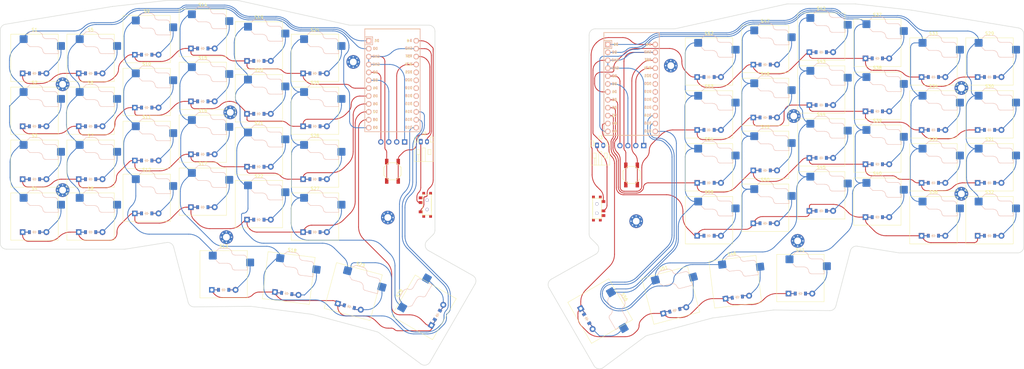
<source format=kicad_pcb>
(kicad_pcb (version 20221018) (generator pcbnew)
  (layers (0 "F.Cu" signal) (31 "B.Cu" signal) (34 "B.Paste" user) (35 "F.Paste" user) (36 "B.SilkS" user "B.Silkscreen") (37 "F.SilkS" user "F.Silkscreen") (38 "B.Mask" user) (39 "F.Mask" user) (44 "Edge.Cuts" user))
  (net 0 "")
  (net 1 "GND")
  (net 7 "VCC")
  (net 8 "Net-(D1-A)")
  (net 9 "Net-(D2-A)")
  (net 10 "Net-(D3-A)")
  (net 11 "Net-(D4-A)")
  (net 12 "Net-(D5-A)")
  (net 13 "Net-(D6-A)")
  (net 14 "Net-(D7-A)")
  (net 15 "Net-(D8-A)")
  (net 16 "Net-(D9-A)")
  (net 17 "Net-(D10-A)")
  (net 18 "Net-(D11-A)")
  (net 19 "Net-(D12-A)")
  (net 20 "Net-(D13-A)")
  (net 21 "Net-(D14-A)")
  (net 22 "Net-(D15-A)")
  (net 23 "Net-(D16-A)")
  (net 24 "Net-(D17-A)")
  (net 25 "Net-(D18-A)")
  (net 26 "Net-(D19-A)")
  (net 27 "Net-(D20-A)")
  (net 28 "Net-(D21-A)")
  (net 29 "Net-(D22-A)")
  (net 30 "Net-(D23-A)")
  (net 31 "Net-(D24-A)")
  (net 32 "Net-(D25-A)")
  (net 33 "Net-(D26-A)")
  (net 34 "Net-(D27-A)")
  (net 35 "Net-(D28-A)")
  (net 37 "L_ROW1")
  (net 38 "L_ROW2")
  (net 39 "L_ROW3")
  (net 40 "L_ROW4")
  (net 41 "L_ROW5")
  (net 42 "R_ROW1")
  (net 43 "Net-(D29-A)")
  (net 44 "R_ROW2")
  (net 45 "Net-(D30-A)")
  (net 46 "R_ROW3")
  (net 47 "Net-(D31-A)")
  (net 48 "R_ROW4")
  (net 49 "Net-(D32-A)")
  (net 50 "Net-(D33-A)")
  (net 51 "Net-(D34-A)")
  (net 52 "Net-(D35-A)")
  (net 53 "Net-(D36-A)")
  (net 54 "Net-(D37-A)")
  (net 55 "Net-(D38-A)")
  (net 56 "Net-(D39-A)")
  (net 57 "Net-(D40-A)")
  (net 58 "R_ROW5")
  (net 59 "Net-(D41-A)")
  (net 60 "Net-(D42-A)")
  (net 61 "Net-(D43-A)")
  (net 62 "Net-(D44-A)")
  (net 63 "Net-(D45-A)")
  (net 64 "Net-(D46-A)")
  (net 65 "Net-(D47-A)")
  (net 66 "Net-(D48-A)")
  (net 67 "Net-(D49-A)")
  (net 68 "Net-(D50-A)")
  (net 69 "Net-(D51-A)")
  (net 70 "Net-(D52-A)")
  (net 71 "Net-(D53-A)")
  (net 72 "Net-(D54-A)")
  (net 73 "Net-(D55-A)")
  (net 74 "Net-(D56-A)")
  (net 75 "L_SCL")
  (net 76 "L_SDA")
  (net 77 "L_BAT_IN")
  (net 78 "R_BAT_RAW")
  (net 79 "R_SCL")
  (net 80 "R_SDA")
  (net 81 "L_COL1")
  (net 82 "L_COL2")
  (net 83 "L_COL3")
  (net 84 "L_COL4")
  (net 85 "L_COL5")
  (net 86 "L_COL6")
  (net 87 "R_COL1")
  (net 88 "R_COL2")
  (net 89 "R_COL3")
  (net 90 "R_COL4")
  (net 91 "R_COL5")
  (net 92 "R_COL6")
  (net 93 "L_RST")
  (net 94 "L_BAT_RAW")
  (net 95 "R_RST")
  (net 96 "R_BAT_IN")
  (footprint "ScottoKeebs_Hotswap:Hotswap_Choc_V1" (layer "F.Cu") (at 265.993573 32.930683)
    (fp_text reference "S47")
    (fp_text value "Keyswitch")
  )
  (footprint "chinh4thepro:ComboDiode" (layer "F.Cu") (at 337.993573 41.930683)
    (fp_text reference "D29" hide)
    (fp_text value "Diode" hide)
  )
  (footprint "chinh4thepro:ComboDiode" (layer "F.Cu") (at 49.530177 91.741966)
    (fp_text reference "D8" hide)
    (fp_text value "Diode" hide)
  )
  (footprint "chinh4thepro:ComboDiode" (layer "F.Cu") (at 301.993573 35.930683)
    (fp_text reference "D37" hide)
    (fp_text value "Diode" hide)
  )
  (footprint "chinh4thepro:ComboDiode" (layer "F.Cu") (at 283.993573 84.930683)
    (fp_text reference "D45" hide)
    (fp_text value "Diode" hide)
  )
  (footprint "Connector_JST:JST_PH_S2B-PH-K_1x02_P2.00mm_Horizontal" (layer "F.Cu") (at 212.05 63.875)
    (fp_text reference "J3")
    (fp_text value "Conn_01x02_Socket")
  )
  (footprint "ScottoKeebs_Hotswap:Hotswap_Choc_V1" (layer "F.Cu") (at 338 70.925)
    (fp_text reference "S31")
    (fp_text value "Keyswitch")
  )
  (footprint "ScottoKeebs_Hotswap:Hotswap_Choc_V1" (layer "F.Cu") (at 283.993573 45.930683)
    (fp_text reference "S43")
    (fp_text value "Keyswitch")
  )
  (footprint "ScottoKeebs_Hotswap:Hotswap_Choc_V1" (layer "F.Cu") (at 31.530177 35.741966)
    (fp_text reference "S1")
    (fp_text value "Keyswitch")
  )
  (footprint "ScottoKeebs_Hotswap:Hotswap_Choc_V1" (layer "F.Cu") (at 319.993573 53.930683)
    (fp_text reference "S34")
    (fp_text value "Keyswitch")
  )
  (footprint "chinh4thepro:ComboDiode" (layer "F.Cu") (at 31.530177 40.741966)
    (fp_text reference "D1" hide)
    (fp_text value "Diode" hide)
  )
  (footprint "ScottoKeebs_Hotswap:Hotswap_Choc_V1" (layer "F.Cu") (at 337.987518 53.917649)
    (fp_text reference "S30")
    (fp_text value "Keyswitch")
  )
  (footprint "ScottoKeebs_Hotswap:Hotswap_Choc_V1" (layer "F.Cu") (at 283.993573 28.930683)
    (fp_text reference "S42")
    (fp_text value "Keyswitch")
  )
  (footprint "chinh4thepro:ComboDiode" (layer "F.Cu") (at 337.993573 58.930683)
    (fp_text reference "D30" hide)
    (fp_text value "Diode" hide)
  )
  (footprint "ScottoKeebs_Components:OLED_128x32" (layer "F.Cu") (at 217.21875 65.563717 90)
    (fp_text reference "J4" hide)
    (fp_text value "OLED_128x32")
  )
  (footprint "ScottoKeebs_Hotswap:Hotswap_Choc_V1" (layer "F.Cu") (at 301.993573 47.930683)
    (fp_text reference "S38")
    (fp_text value "Keyswitch")
  )
  (footprint "ScottoKeebs_Hotswap:Hotswap_Choc_V1" (layer "F.Cu") (at 301.993573 64.930683)
    (fp_text reference "S39")
    (fp_text value "Keyswitch")
  )
  (footprint "chinh4thepro:ComboDiode" (layer "F.Cu") (at 277.298228 111.494109)
    (fp_text reference "D41" hide)
    (fp_text value "Diode" hide)
  )
  (footprint "ScottoKeebs_Hotswap:Hotswap_Choc_V1" (layer "F.Cu") (at 256.414623 107.696356 7)
    (fp_text reference "S46")
    (fp_text value "Keyswitch")
  )
  (footprint "ScottoKeebs_Hotswap:Hotswap_Choc_V1" (layer "F.Cu") (at 156.470091 115.918369 60)
    (fp_text reference "S28")
    (fp_text value "Keyswitch")
  )
  (footprint "ScottoKeebs_Hotswap:Hotswap_Choc_V1" (layer "F.Cu") (at 319.993573 36.930683)
    (fp_text reference "S33")
    (fp_text value "Keyswitch")
  )
  (footprint "chinh4thepro:ComboDiode" (layer "F.Cu") (at 337.993573 75.930683)
    (fp_text reference "D31" hide)
    (fp_text value "Diode" hide)
  )
  (footprint "ScottoKeebs_Hotswap:Hotswap_Choc_V1" (layer "F.Cu") (at 103.530177 82.741966)
    (fp_text reference "S22")
    (fp_text value "Keyswitch")
  )
  (footprint "ScottoKeebs_Hotswap:Hotswap_Choc_V1" (layer "F.Cu") (at 67.530177 46.741966)
    (fp_text reference "S10")
    (fp_text value "Keyswitch")
  )
  (footprint "ScottoKeebs_Hotswap:Hotswap_Choc_V1" (layer "F.Cu") (at 133.831101 110.870984 -15)
    (fp_text reference "S23")
    (fp_text value "Keyswitch")
  )
  (footprint "ScottoKeebs_Hotswap:Hotswap_Choc_V1" (layer "F.Cu") (at 319.993573 70.930683)
    (fp_text reference "S35")
    (fp_text value "Keyswitch")
  )
  (footprint "ScottoKeebs_Hotswap:Hotswap_Choc_V1" (layer "F.Cu") (at 85.530177 44.741966)
    (fp_text reference "S15")
    (fp_text value "Keyswitch")
  )
  (footprint "chinh4thepro:ComboDiode" (layer "F.Cu") (at 247.993573 75.930683)
    (fp_text reference "D54" hide)
    (fp_text value "Diode" hide)
  )
  (footprint "chinh4thepro:ComboDiode" (layer "F.Cu") (at 85.530177 83.741966)
    (fp_text reference "D17" hide)
    (fp_text value "Diode" hide)
  )
  (footprint "Connector_JST:JST_PH_S2B-PH-K_1x02_P2.00mm_Horizontal" (layer "F.Cu") (at 155.480177 62.691966)
    (fp_text reference "J2")
    (fp_text value "Conn_01x02_Socket")
  )
  (footprint "ScottoKeebs_Hotswap:Hotswap_Choc_V1" (layer "F.Cu") (at 31.530177 52.741966)
    (fp_text reference "S2")
    (fp_text value "Keyswitch")
  )
  (footprint "ScottoKeebs_MCU:Nice_Nano_V2" (layer "F.Cu") (at 223.12375 45.421751)
    (fp_text reference "U2" hide)
    (fp_text value "Nice_Nano_V2" hide)
  )
  (footprint "chinh4thepro:ComboDiode" (layer "F.Cu") (at 31.530177 91.741966)
    (fp_text reference "D4" hide)
    (fp_text value "Diode" hide)
  )
  (footprint "ScottoKeebs_Hotswap:Hotswap_Choc_V1" (layer "F.Cu") (at 301.993573 30.930683)
    (fp_text reference "S37")
    (fp_text value "Keyswitch")
  )
  (footprint "ScottoKeebs_Hotswap:Hotswap_Choc_V1" (layer "F.Cu") (at 337.993573 36.930683)
    (fp_text reference "S29")
    (fp_text value "Keyswitch")
  )
  (footprint "chinh4thepro:ComboDiode" (layer "F.Cu") (at 121.530177 57.741966)
    (fp_text reference "D25" hide)
    (fp_text value "Diode" hide)
  )
  (footprint "chinh4thepro:SPDT_C128955" (layer "F.Cu") (at 211.993573 84.180683 90)
    (fp_text reference "SW4" hide)
    (fp_text value "SW_SPDT" hide)
  )
  (footprint "chinh4thepro:ComboDiode" (layer "F.Cu") (at 103.530177 36.741966)
    (fp_text reference "D19" hide)
    (fp_text value "Diode" hide)
  )
  (footprint "ScottoKeebs_Hotswap:Hotswap_Choc_V1" (layer "F.Cu") (at 283.993573 62.930683)
    (fp_text reference "S44")
    (fp_text value "Keyswitch")
  )
  (footprint "chinh4thepro:SW_TACT_ALPS_SKQGABE010" (layer "F.Cu") (at 223.12375 73.388717 90)
    (fp_text reference "SW3" hide)
    (fp_text value "SW_Push" hide)
  )
  (footprint "chinh4thepro:ComboDiode" (layer "F.Cu") (at 257.061602 112.659087 7)
    (fp_text reference "D46" hide)
    (fp_text value "Diode" hide)
  )
  (footprint "chinh4thepro:ComboDiode" (layer "F.Cu") (at 236.986745 116.88933 15)
    (fp_text reference "D51" hide)
    (fp_text value "Diode" hide)
  )
  (footprint "ScottoKeebs_Hotswap:Hotswap_Choc_V1" (layer "F.Cu") (at 121.530177 35.741966)
    (fp_text reference "S24")
    (fp_text value "Keyswitch")
  )
  (footprint "chinh4thepro:ComboDiode" (layer "F.Cu") (at 67.530177 34.741966)
    (fp_text reference "D9" hide)
    (fp_text value "Diode" hide)
  )
  (footprint "ScottoKeebs_Hotswap:Hotswap_Choc_V1" (layer "F.Cu") (at 265.993573 66.930683)
    (fp_text reference "S49")
    (fp_text value "Keyswitch")
  )
  (footprint "ScottoKeebs_Hotswap:Hotswap_Choc_V1" (layer "F.Cu") (at 121.530177 52.741966)
    (fp_text reference "S25")
    (fp_text value "Keyswitch")
  )
  (footprint "chinh4thepro:ComboDiode" (layer "F.Cu") (at 112.462148 111.47037 -7)
    (fp_text reference "D18" hide)
    (fp_text value "Diode" hide)
  )
  (footprint "chinh4thepro:ComboDiode" (layer "F.Cu") (at 319.993573 92.930683)
    (fp_text reference "D36" hide)
    (fp_text value "Diode" hide)
  )
  (footprint "ScottoKeebs_Hotswap:Hotswap_Choc_V1" (layer "F.Cu") (at 265.993573 49.930683)
    (fp_text reference "S48")
    (fp_text value "Keyswitch")
  )
  (footprint "chinh4thepro:ComboDiode" (layer "F.Cu") (at 265.993573 88.930683)
    (fp_text reference "D50" hide)
    (fp_text value "Diode" hide)
  )
  (footprint "ScottoKeebs_Hotswap:Hotswap_Choc_V1" (layer "F.Cu") (at 49.530177 86.741966)
    (fp_text reference "S8")
    (fp_text value "Keyswitch")
  )
  (footprint "chinh4thepro:ComboDiode" (layer "F.Cu") (at 247.993573 41.930683)
    (fp_text reference "D52" hide)
    (fp_text value "Diode" hide)
  )
  (footprint "chinh4thepro:ComboDiode" (layer "F.Cu") (at 301.993573 69.930683)
    (fp_text reference "D39" hide)
    (fp_text value "Diode" hide)
  )
  (footprint "chinh4thepro:ComboDiode" (layer "F.Cu") (at 319.993573 41.930683)
    (fp_text reference "D33" hide)
    (fp_text value "Diode" hide)
  )
  (footprint "ScottoKeebs_Hotswap:Hotswap_Choc_V1" (layer "F.Cu") (at 247.993573 53.930683)
    (fp_text reference "S53")
    (fp_text value "Keyswitch")
  )
  (footprint "chinh4thepro:ComboDiode" (layer "F.Cu") (at 247.993573 58.930683)
    (fp_text reference "D53" hide)
    (fp_text value "Diode" hide)
  )
  (footprint "ScottoKeebs_Hotswap:Hotswap_Choc_V1" (layer "F.Cu") (at 235.692649 112.059701 15)
    (fp_text reference "S51")
    (fp_text value "Keyswitch")
  )
  (footprint "ScottoKeebs_Hotswap:Hotswap_Choc_V1" (layer "F.Cu") (at 247.993573 87.930683)
    (fp_text reference "S55")
    (fp_text value "Keyswitch")
  )
  (footprint "chinh4thepro:ComboDiode" (layer "F.Cu") (at 121.530177 40.741966)
    (fp_text reference "D24" hide)
    (fp_text value "Diode" hide)
  )
  (footprint "ScottoKeebs_Hotswap:Hotswap_Choc_V1" (layer "F.Cu") (at 67.530177 63.741966)
    (fp_text reference "S11")
    (fp_text value "Keyswitch")
  )
  (footprint "chinh4thepro:ComboDiode" (layer "F.Cu") (at 265.993573 54.930683)
    (fp_text reference "D48" hide)
    (fp_text value "Diode" hide)
  )
  (footprint "chinh4thepro:ComboDiode" (layer "F.Cu") (at 319.993573 58.930683)
    (fp_text reference "D34" hide)
    (fp_text value "Diode" hide)
  )
  (footprint "chinh4thepro:ComboDiode" (layer "F.Cu") (at 283.993573 50.930683)
    (fp_text reference "D43" hide)
    (fp_text value "Diode" hide)
  )
  (footprint "ScottoKeebs_Components:OLED_128x32" (layer "F.Cu") (at 140.495 64.375 90)
    (fp_text reference "J1" hide)
    (fp_text value "OLED_128x32")
  )
  (footprint "ScottoKeebs_Hotswap:Hotswap_Choc_V1" (layer "F.Cu") (at 85.530177 61.741966)
    (fp_text reference "S16")
    (fp_text value "Keyswitch")
  )
  (footprint "MountingHole_2.2mm_M2_Pad_Via" (layer "F.Cu") (at 144.905177 87.066966)
    (fp_text reference "_6" hide)
    (fp_text value "")
  )
  (footprint "chinh4thepro:ComboDiode" (layer "F.Cu") (at 265.993573 37.930683)
    (fp_text reference "D47" hide)
    (fp_text value "Diode" hide)
  )
  (footprint "chinh4thepro:ComboDiode" (layer "F.Cu") (at 283.987518 67.917649)
    (fp_text reference "D44" hide)
    (fp_text value "Diode" hide)
  )
  (footprint "chinh4thepro:ComboDiode" (layer "F.Cu") (at 121.530177 91.741966)
    (fp_text reference "D27" hide)
    (fp_text value "Diode" hide)
  )
  (footprint "chinh4thepro:ComboDiode" (layer "F.Cu") (at 283.993573 33.930683)
    (fp_text reference "D42" hide)
    (fp_text value "Diode" hide)
  )
  (footprint "chinh4thepro:ComboDiode" (layer "F.Cu") (at 49.530177 74.741966)
    (fp_text reference "D7" hide)
    (fp_text value "Diode" hide)
  )
  (footprint "MountingHole_2.2mm_M2_Pad_Via" (layer "F.Cu") (at 40.555177 78.266966)
    (fp_text reference "_1" hide)
    (fp_text value "")
  )
  (footprint "ScottoKeebs_Hotswap:Hotswap_Choc_V1" (layer "F.Cu") (at 103.530177 65.741966)
    (fp_text reference "S21")
    (fp_text value "Keyswitch")
  )
  (footprint "chinh4thepro:ComboDiode" (layer "F.Cu") (at 31.530177 57.741966)
    (fp_text reference "D2" hide)
    (fp_text value "Diode" hide)
  )
  (footprint "chinh4thepro:ComboDiode" (layer "F.Cu") (at 85.530177 66.741966)
    (fp_text reference "D16" hide)
    (fp_text value "Diode" hide)
  )
  (footprint "MountingHole_2.2mm_M2_Pad_Via" (layer "F.Cu") (at 94.355177 53.266966)
    (fp_text reference "_3" hide)
    (fp_text value "")
  )
  (footprint "ScottoKeebs_Hotswap:Hotswap_Choc_V1" (layer "F.Cu") (at 49.530177 35.741966)
    (fp_text reference "S5")
    (fp_text value "Keyswitch")
  )
  (footprint "chinh4thepro:ComboDiode" (layer "F.Cu") (at 85.530177 32.741966)
    (fp_text reference "D14" hide)
    (fp_text value "Diode" hide)
  )
  (footprint "chinh4thepro:SPDT_C128955" (layer "F.Cu") (at 157.530177 82.991966 -90)
    (fp_text reference "SW2" hide)
    (fp_text value "SW_SPDT" hide)
  )
  (footprint "chinh4thepro:ComboDiode" (layer "F.Cu") (at 85.530177 49.741966)
    (fp_text reference "D15" hide)
    (fp_text value "Diode" hide)
  )
  (footprint "ScottoKeebs_Hotswap:Hotswap_Choc_V1" (layer "F.Cu") (at 31.530177 86.741966)
    (fp_text reference "S4")
    (fp_text value "Keyswitch")
  )
  (footprint "ScottoKeebs_Hotswap:Hotswap_Choc_V1" (layer "F.Cu") (at 265.993573 83.930683)
    (fp_text reference "S50")
    (fp_text value "Keyswitch")
  )
  (footprint "ScottoKeebs_Hotswap:Hotswap_Choc_V1" (layer "F.Cu") (at 49.530177 52.741966)
    (fp_text reference "S6")
    (fp_text value "Keyswitch")
  )
  (footprint "ScottoKeebs_Hotswap:Hotswap_Choc_V1" (layer "F.Cu") (at 103.530177 48.741966)
    (fp_text reference "S20")
    (fp_text value "Keyswitch")
  )
  (footprint "ScottoKeebs_Hotswap:Hotswap_Choc_V1" (layer "F.Cu") (at 337.993573 87.930683)
    (fp_text reference "S32")
    (fp_text value "Keyswitch")
  )
  (footprint "ScottoKeebs_Hotswap:Hotswap_Choc_V1" (layer "F.Cu") (at 121.530177 69.741966)
    (fp_text reference "S26")
    (fp_text value "Keyswitch")
  )
  (footprint "chinh4thepro:ComboDiode" (layer "F.Cu") (at 301.993573 52.930683)
    (fp_text reference "D38" hide)
    (fp_text value "Diode" hide)
  )
  (footprint "chinh4thepro:ComboDiode" (layer "F.Cu") (at 160.800218 118.418369 60)
    (fp_text reference "D28" hide)
    (fp_text value "Diode" hide)
  )
  (footprint "ScottoKeebs_Hotswap:Hotswap_Choc_V1" (layer "F.Cu") (at 277.298228 106.494109)
    (fp_text reference "S41")
    (fp_text value "Keyswitch")
  )
  (footprint "chinh4thepro:ComboDiode" (layer "F.Cu") (at 337.993573 92.930683)
    (fp_text reference "D32" hide)
    (fp_text value "Diode" hide)
  )
  (footprint "MountingHole_2.2mm_M2_Pad_Via" (layer "F.Cu") (at 133.813451 37.07524)
    (fp_text reference "_5" hide)
    (fp_text value "")
  )
  (footprint "chinh4thepro:ComboDiode" (layer "F.Cu") (at 67.530177 51.741966)
    (fp_text reference "D10" hide)
    (fp_text value "Diode" hide)
  )
  (footprint "chinh4thepro:ComboDiode" (layer "F.Cu") (at 67.530177 68.741966)
    (fp_text reference "D11" hide)
    (fp_text value "Diode" hide)
  )
  (footprint "ScottoKeebs_Hotswap:Hotswap_Choc_V1" (layer "F.Cu") (at 85.530177 78.741966)
    (fp_text reference "S17")
    (fp_text value "Keyswitch")
  )
  (footprint "ScottoKeebs_Hotswap:Hotswap_Choc_V1" (layer "F.Cu") (at 67.530177 29.741966)
    (fp_text reference "S9")
    (fp_text value "Keyswitch")
  )
  (footprint "chinh4thepro:ComboDiode" (layer "F.Cu") (at 92.225522 110.305392)
    (fp_text reference "D13" hide)
    (fp_text value "Diode" hide)
  )
  (footprint "chinh4thepro:ComboDiode" (layer "F.Cu") (at 103.530177 70.741966)
    (fp_text reference "D21" hide)
    (fp_text value "Diode" hide)
  )
  (footprint "ScottoKeebs_MCU:Nice_Nano_V2" (layer "F.Cu") (at 146.4 44.233034)
    (fp_text reference "U1" hide)
    (fp_text value "Nice_Nano_V2" hide)
  )
  (footprint "chinh4thepro:ComboDiode" (layer "F.Cu") (at 103.530177 53.741966)
    (fp_text reference "D20" hide)
    (fp_text value "Diode" hide)
  )
  (footprint "ScottoKeebs_Hotswap:Hotswap_Choc_V1" (layer "F.Cu") (at 67.530177 80.741966)
    (fp_text reference "S12")
    (fp_text value "Keyswitch")
  )
  (footprint "chinh4thepro:ComboDiode" (layer "F.Cu") (at 103.530177 87.741966)
    (fp_text reference "D22" hide)
    (fp_text value "Diode" hide)
  )
  (footprint "chinh4thepro:ComboDiode" (layer "F.Cu") (at 49.530177 57.741966)
    (fp_text reference "D6" hide)
    (fp_text value "Diode" hide)
  )
  (footprint "ScottoKeebs_Hotswap:Hotswap_Choc_V1" (layer "F.Cu") (at 283.993573 79.930683)
    (fp_text reference "S45")
    (fp_text value "Keyswitch")
  )
  (footprint "chinh4thepro:ComboDiode" (layer "F.Cu") (at 121.530177 74.741966)
    (fp_text reference "D26" hide)
    (fp_text value "Diode" hide)
  )
  (footprint "chinh4thepro:SW_TACT_ALPS_SKQGABE010" (layer "F.Cu") (at 146.4 72.2 90)
    (fp_text reference "SW1" hide)
    (fp_text value "SW_Push" hide)
  )
  (footprint "chinh4thepro:ComboDiode" (layer "F.Cu") (at 319.993573 75.930683)
    (fp_text reference "D35" hide)
    (fp_text value "Diode" hide)
  )
  (footprint "ScottoKeebs_Hotswap:Hotswap_Choc_V1" (layer "F.Cu") (at 213.053659 117.107086 -60)
    (fp_text reference "S56")
    (fp_text value "Keyswitch")
  )
  (footprint "MountingHole_2.2mm_M2_Pad_Via" (layer "F.Cu") (at 93.1 93.375)
    (fp_text reference "_4" hide)
    (fp_text value "")
  )
  (footprint "chinh4thepro:ComboDiode" (layer "F.Cu") (at 31.530177 74.741966)
    (fp_text reference "D3" hide)
    (fp_text value "Diode" hide)
  )
  (footprint "chinh4thepro:ComboDiode" (layer "F.Cu") (at 301.993573 86.930683)
    (fp_text reference "D40" hide)
    (fp_text value "Diode" hide)
  )
  (footprint "ScottoKeebs_Hotswap:Hotswap_Choc_V1" (layer "F.Cu") (at 92.225522 105.305392)
    (fp_text reference "S13")
    (fp_text value "Keyswitch")
  )
  (footprint "ScottoKeebs_Hotswap:Hotswap_Choc_V1" (layer "F.Cu") (at 31.530177 69.741966)
    (fp_text reference "S3")
    (fp_text value "Keyswitch")
  )
  (footprint "chinh4thepro:ComboDiode" (layer "F.Cu") (at 67.530177 85.741966)
    (fp_text reference "D12" hide)
    (fp_text value "Diode" hide)
  )
  (footprint "ScottoKeebs_Hotswap:Hotswap_Choc_V1" (layer "F.Cu") (at 113.109127 106.507639 -7)
    (fp_text reference "S18")
    (fp_text value "Keyswitch")
  )
  (footprint "ScottoKeebs_Hotswap:Hotswap_Choc_V1" (layer "F.Cu") (at 319.993573 87.930683)
    (fp_text reference "S36")
    (fp_text value "Keyswitch")
  )
  (footprint "ScottoKeebs_Hotswap:Hotswap_Choc_V1" (layer "F.Cu") (at 247.993573 36.930683)
    (fp_text reference "S52")
    (fp_text value "Keyswitch")
  )
  (footprint "ScottoKeebs_Hotswap:Hotswap_Choc_V1" (layer "F.Cu") (at 49.530177 69.741966)
    (fp_text reference "S7")
    (fp_text value "Keyswitch")
  )
  (footprint "ScottoKeebs_Hotswap:Hotswap_Choc_V1" (layer "F.Cu") (at 85.530177 27.741966)
    (fp_text reference "S14")
    (fp_text value "Keyswitch")
  )
  (footprint "chinh4thepro:ComboDiode" (layer "F.Cu") (at 132.537005 115.700613 -15)
    (fp_text reference "D23" hide)
    (fp_text value "Diode" hide)
  )
  (footprint "chinh4thepro:ComboDiode" (layer "F.Cu") (at 49.530177 40.741966)
    (fp_text reference "D5" hide)
    (fp_text value "Diode" hide)
  )
  (footprint "ScottoKeebs_Hotswap:Hotswap_Choc_V1" (layer "F.Cu") (at 247.993573 70.930683)
    (fp_text reference "S54")
    (fp_text value "Keyswitch")
  )
  (footprint "chinh4thepro:ComboDiode" (layer "F.Cu") (at 265.993573 71.930683)
    (fp_text reference "D49" hide)
    (fp_text value "Diode" hide)
  )
  (footprint "chinh4thepro:ComboDiode" (layer "F.Cu") (at 208.723532 119.607086 -60)
    (fp_text reference "D56" hide)
    (fp_text value "Diode" hide)
  )
  (footprint "ScottoKeebs_Hotswap:Hotswap_Choc_V1" (layer "F.Cu") (at 103.530177 31.741966)
    (fp_text reference "S19")
    (fp_text value "Keyswitch")
  )
  (footprint "ScottoKeebs_Hotswap:Hotswap_Choc_V1" (layer "F.Cu") (at 121.530177 86.741966)
    (fp_text reference "S27")
    (fp_text value "Keyswitch")
  )
  (footprint "ScottoKeebs_Hotswap:Hotswap_Choc_V1" (layer "F.Cu") (at 301.993573 81.930683)
    (fp_text reference "S40")
    (fp_text value "Keyswitch")
  )
  (footprint "chinh4thepro:ComboDiode" (layer "F.Cu") (at 247.993573 92.930683)
    (fp_text reference "D55" hide)
    (fp_text value "Diode" hide)
  )
  (footprint "MountingHole_2.2mm_M2_Pad_Via" (layer "F.Cu") (at 40.555177 44.241966)
    (fp_text reference "_2" hide)
    (fp_text value "")
  )
  (footprint "MountingHole_2.2mm_M2_Pad_Via" (layer "B.Cu") (at 224.612518 88.242649 180)
    (fp_text reference "_6" hide)
    (fp_text value "")
  )
  (footprint "MountingHole_2.2mm_M2_Pad_Via" (layer "B.Cu") (at 276.42375 94.563717 180)
    (fp_text reference "_4" hide)
    (fp_text value "")
  )
  (footprint "MountingHole_2.2mm_M2_Pad_Via" (layer "B.Cu") (at 235.710299 38.263957 180)
    (fp_text reference "_5" hide)
    (fp_text value "")
  )
  (footprint "MountingHole_2.2mm_M2_Pad_Via" (layer "B.Cu") (at 328.962518 79.442649 180)
    (fp_text reference "_1" hide)
    (fp_text value "")
  )
  (footprint "MountingHole_2.2mm_M2_Pad_Via" (layer "B.Cu") (at 275.168573 54.455683 180)
    (fp_text reference "_3" hide)
    (fp_text value "")
  )
  (footprint "MountingHole_2.2mm_M2_Pad_Via" (layer "B.Cu") (at 328.968573 45.430683 180)
    (fp_text reference "_2" hide)
    (fp_text value "")
  )
  (gr_arc (start 22.530177 97.241966) (mid 21.115963 96.65618) (end 20.530177 95.241966) (stroke (width 0.15)) (layer "Edge.Cuts"))
  (gr_line (start 141.368889 123.761128) (end 120.615175 118.200187) (stroke (width 0.15)) (layer "Edge.Cuts"))
  (gr_arc (start 214.013121 135.304116) (mid 212.414295 135.658725) (end 211.086576 134.7) (stroke (width 0.15)) (layer "Edge.Cuts"))
  (gr_arc (start 212.026681 95.704375) (mid 212.596861 97.390811) (end 211.596903 98.86365) (stroke (width 0.15)) (layer "Edge.Cuts"))
  (gr_arc (start 347.322371 26.152149) (mid 348.51959 26.832206) (end 348.993573 28.124937) (stroke (width 0.15)) (layer "Edge.Cuts"))
  (gr_arc (start 196.610923 109.627433) (mid 196.41389 108.099691) (end 197.361173 106.885001) (stroke (width 0.15)) (layer "Edge.Cuts"))
  (gr_arc (start 293.338494 97.749457) (mid 294.180845 96.58089) (end 295.589892 96.281402) (stroke (width 0.15)) (layer "Edge.Cuts"))
  (gr_arc (start 132.749721 25.241966) (mid 132.531487 25.230029) (end 132.31586 25.19434) (stroke (width 0.15)) (layer "Edge.Cuts"))
  (gr_arc (start 158.437174 133.511283) (mid 157.109455 134.470008) (end 155.510629 134.115399) (stroke (width 0.15)) (layer "Edge.Cuts"))
  (gr_line (start 248.908575 119.388904) (end 228.154861 124.949845) (stroke (width 0.15)) (layer "Edge.Cuts"))
  (gr_line (start 172.912827 108.438716) (end 158.437173 133.511283) (stroke (width 0.15)) (layer "Edge.Cuts"))
  (gr_line (start 227.478005 125.277582) (end 214.013121 135.304116) (stroke (width 0.15)) (layer "Edge.Cuts"))
  (gr_line (start 159.441755 92.578201) (end 157.497069 94.515658) (stroke (width 0.15)) (layer "Edge.Cuts"))
  (gr_line (start 157.926846 97.674934) (end 172.162577 105.696284) (stroke (width 0.15)) (layer "Edge.Cuts"))
  (gr_line (start 295.103665 18.442915) (end 312.939403 20.424664) (stroke (width 0.15)) (layer "Edge.Cuts"))
  (gr_arc (start 172.162577 105.696284) (mid 173.10986 106.910973) (end 172.912827 108.438716) (stroke (width 0.15)) (layer "Edge.Cuts"))
  (gr_line (start 100.731954 115.590375) (end 82.786738 115.788182) (stroke (width 0.15)) (layer "Edge.Cuts"))
  (gr_arc (start 237.20789 26.383057) (mid 236.992263 26.418746) (end 236.774029 26.430683) (stroke (width 0.15)) (layer "Edge.Cuts"))
  (gr_arc (start 158.030177 25.241966) (mid 159.444391 25.827752) (end 160.030177 27.241966) (stroke (width 0.15)) (layer "Edge.Cuts"))
  (gr_line (start 211.493573 26.430683) (end 236.774029 26.430683) (stroke (width 0.15)) (layer "Edge.Cuts"))
  (gr_line (start 346.993573 98.430683) (end 309.152905 98.430683) (stroke (width 0.15)) (layer "Edge.Cuts"))
  (gr_line (start 197.361173 106.885001) (end 211.596904 98.863651) (stroke (width 0.15)) (layer "Edge.Cuts"))
  (gr_line (start 313.047338 20.439644) (end 347.322371 26.152149) (stroke (width 0.15)) (layer "Edge.Cuts"))
  (gr_arc (start 100.731954 115.590374) (mid 100.873558 115.593831) (end 101.014563 115.607299) (stroke (width 0.15)) (layer "Edge.Cuts"))
  (gr_line (start 237.20789 26.383057) (end 272.779256 18.478309) (stroke (width 0.15)) (layer "Edge.Cuts"))
  (gr_arc (start 74.420085 17.254199) (mid 74.530347 17.245026) (end 74.640948 17.241966) (stroke (width 0.15)) (layer "Edge.Cuts"))
  (gr_arc (start 157.926847 97.674933) (mid 156.926889 96.202094) (end 157.497069 94.515658) (stroke (width 0.15)) (layer "Edge.Cuts"))
  (gr_line (start 286.737012 116.976899) (end 268.791796 116.779092) (stroke (width 0.15)) (layer "Edge.Cuts"))
  (gr_line (start 155.510629 134.115399) (end 142.045745 124.088865) (stroke (width 0.15)) (layer "Edge.Cuts"))
  (gr_arc (start 73.933858 95.092685) (mid 75.342905 95.392173) (end 76.185256 96.56074) (stroke (width 0.15)) (layer "Edge.Cuts"))
  (gr_arc (start 20.530177 26.93622) (mid 21.00416 25.643489) (end 22.201379 24.963432) (stroke (width 0.15)) (layer "Edge.Cuts"))
  (gr_arc (start 309.152905 98.430683) (mid 308.994076 98.424363) (end 308.83625 98.405456) (stroke (width 0.15)) (layer "Edge.Cuts"))
  (gr_arc (start 348.993573 96.430683) (mid 348.407787 97.844897) (end 346.993573 98.430683) (stroke (width 0.15)) (layer "Edge.Cuts"))
  (gr_line (start 209.493573 92.350073) (end 209.493573 28.430683) (stroke (width 0.15)) (layer "Edge.Cuts"))
  (gr_line (start 132.749721 25.241966) (end 158.030177 25.241966) (stroke (width 0.15)) (layer "Edge.Cuts"))
  (gr_line (start 74.640948 17.241966) (end 96.310633 17.241966) (stroke (width 0.15)) (layer "Edge.Cuts"))
  (gr_arc (start 120.358102 118.149085) (mid 120.487477 118.17042) (end 120.615175 118.200187) (stroke (width 0.15)) (layer "Edge.Cuts"))
  (gr_line (start 273.213117 18.430683) (end 294.882802 18.430683) (stroke (width 0.15)) (layer "Edge.Cuts"))
  (gr_line (start 211.086577 134.7) (end 196.610923 109.627433) (stroke (width 0.15)) (layer "Edge.Cuts"))
  (gr_line (start 60.370845 97.241966) (end 22.530177 97.241966) (stroke (width 0.15)) (layer "Edge.Cuts"))
  (gr_arc (start 60.6875 97.216739) (mid 60.529674 97.235646) (end 60.370845 97.241966) (stroke (width 0.15)) (layer "Edge.Cuts"))
  (gr_line (start 348.993573 28.124937) (end 348.993573 96.430683) (stroke (width 0.15)) (layer "Edge.Cuts"))
  (gr_arc (start 56.476412 19.250927) (mid 56.530277 19.242702) (end 56.584347 19.235947) (stroke (width 0.15)) (layer "Edge.Cuts"))
  (gr_line (start 20.530177 95.241966) (end 20.530177 26.93622) (stroke (width 0.15)) (layer "Edge.Cuts"))
  (gr_line (start 160.030177 27.241966) (end 160.030177 91.161356) (stroke (width 0.15)) (layer "Edge.Cuts"))
  (gr_line (start 212.026681 95.704375) (end 210.081995 93.766918) (stroke (width 0.15)) (layer "Edge.Cuts"))
  (gr_line (start 22.201379 24.963432) (end 56.476412 19.250927) (stroke (width 0.15)) (layer "Edge.Cuts"))
  (gr_arc (start 160.030178 91.161356) (mid 159.877227 91.928445) (end 159.441755 92.578201) (stroke (width 0.15)) (layer "Edge.Cuts"))
  (gr_line (start 308.83625 98.405456) (end 295.589893 96.281402) (stroke (width 0.15)) (layer "Edge.Cuts"))
  (gr_arc (start 141.36889 123.761128) (mid 141.722862 123.892894) (end 142.045745 124.088865) (stroke (width 0.15)) (layer "Edge.Cuts"))
  (gr_arc (start 248.908575 119.388904) (mid 249.036273 119.359137) (end 249.165648 119.337802) (stroke (width 0.15)) (layer "Edge.Cuts"))
  (gr_arc (start 268.509187 116.796016) (mid 268.650192 116.782548) (end 268.791796 116.779091) (stroke (width 0.15)) (layer "Edge.Cuts"))
  (gr_arc (start 96.310633 17.241966) (mid 96.528867 17.253903) (end 96.744494 17.289592) (stroke (width 0.15)) (layer "Edge.Cuts"))
  (gr_arc (start 288.693801 115.48374) (mid 287.972322 116.567008) (end 286.737012 116.9769) (stroke (width 0.15)) (layer "Edge.Cuts"))
  (gr_arc (start 209.493573 28.430683) (mid 210.079359 27.016469) (end 211.493573 26.430683) (stroke (width 0.15)) (layer "Edge.Cuts"))
  (gr_arc (start 272.779256 18.478309) (mid 272.994883 18.44262) (end 273.213117 18.430683) (stroke (width 0.15)) (layer "Edge.Cuts"))
  (gr_arc (start 294.882802 18.430683) (mid 294.993403 18.433743) (end 295.103665 18.442916) (stroke (width 0.15)) (layer "Edge.Cuts"))
  (gr_line (start 56.584347 19.235947) (end 74.420085 17.254198) (stroke (width 0.15)) (layer "Edge.Cuts"))
  (gr_arc (start 82.786738 115.788183) (mid 81.551428 115.378291) (end 80.829949 114.295023) (stroke (width 0.15)) (layer "Edge.Cuts"))
  (gr_line (start 80.829949 114.295023) (end 76.185256 96.56074) (stroke (width 0.15)) (layer "Edge.Cuts"))
  (gr_line (start 268.509187 116.796016) (end 249.165648 119.337802) (stroke (width 0.15)) (layer "Edge.Cuts"))
  (gr_arc (start 227.478005 125.277582) (mid 227.800888 125.081611) (end 228.15486 124.949845) (stroke (width 0.15)) (layer "Edge.Cuts"))
  (gr_line (start 120.358102 118.149085) (end 101.014563 115.607299) (stroke (width 0.15)) (layer "Edge.Cuts"))
  (gr_line (start 73.933857 95.092685) (end 60.6875 97.216739) (stroke (width 0.15)) (layer "Edge.Cuts"))
  (gr_line (start 293.338494 97.749457) (end 288.693801 115.48374) (stroke (width 0.15)) (layer "Edge.Cuts"))
  (gr_arc (start 312.939403 20.424664) (mid 312.993473 20.431419) (end 313.047338 20.439644) (stroke (width 0.15)) (layer "Edge.Cuts"))
  (gr_line (start 96.744494 17.289592) (end 132.31586 25.19434) (stroke (width 0.15)) (layer "Edge.Cuts"))
  (gr_arc (start 210.081995 93.766918) (mid 209.646523 93.117162) (end 209.493572 92.350073) (stroke (width 0.15)) (layer "Edge.Cuts"))
  (segment (start 142.401712 35.343034) (end 138.78 35.343034) (width 0.25) (layer "F.Cu") (net 1))
  (segment (start 143.95 36.891321) (end 143.95 64.600735) (width 0.25) (layer "F.Cu") (net 1))
  (segment (start 210.725 59.2875) (end 210.725 59.8625) (width 0.25) (layer "F.Cu") (net 1))
  (segment (start 214.05 63.675) (end 214.05 63.875) (width 0.25) (layer "F.Cu") (net 1))
  (segment (start 213.956978 36.531751) (end 215.50375 36.531751) (width 0.25) (layer "F.Cu") (net 1))
  (segment (start 213.908578 63.333578) (end 210.928293 60.353293) (width 0.25) (layer "F.Cu") (net 1))
  (segment (start 158.875 34.931738) (end 158.875 59.288711) (width 0.25) (layer "F.Cu") (net 1))
  (segment (start 221.27375 70.288717) (end 221.27375 76.488717) (width 0.25) (layer "F.Cu") (net 1))
  (segment (start 221.27375 70.288717) (end 221.27375 66.24713) (width 0.25) (layer "F.Cu") (net 1))
  (segment (start 157.480177 62.180894) (end 157.480177 62.691966) (width 0.25) (layer "F.Cu") (net 1))
  (segment (start 144.55 69.1) (end 144.55 66.049264) (width 0.25) (layer "F.Cu") (net 1))
  (segment (start 220.675 64.801619) (end 220.675 36.907914) (width 0.25) (layer "F.Cu") (net 1))
  (segment (start 210.725 39.763729) (end 210.725 59.2875) (width 0.25) (layer "F.Cu") (net 1))
  (segment (start 156.746295 32.803034) (end 154.02 32.803034) (width 0.25) (layer "F.Cu") (net 1))
  (segment (start 157.841558 61.30844) (end 158.177588 60.972411) (width 0.25) (layer "F.Cu") (net 1))
  (segment (start 223.591163 33.991751) (end 230.74375 33.991751) (width 0.25) (layer "F.Cu") (net 1))
  (segment (start 144.55 69.1) (end 144.55 75.3) (width 0.25) (layer "F.Cu") (net 1))
  (arc (start 144.25 65.325) (mid 144.472032 65.657295) (end 144.55 66.049264) (width 0.25) (layer "F.Cu") (net 1))
  (arc (start 158.875 34.931738) (mid 158.712962 34.117118) (end 158.251517 33.426517) (width 0.25) (layer "F.Cu") (net 1))
  (arc (start 211.671624 37.478375) (mid 212.720153 36.77777) (end 213.956978 36.531751) (width 0.25) (layer "F.Cu") (net 1))
  (arc (start 143.95 64.600735) (mid 144.027967 64.992704) (end 144.25 65.325) (width 0.25) (layer "F.Cu") (net 1))
  (arc (start 220.974375 65.524375) (mid 221.195944 65.855977) (end 221.27375 66.24713) (width 0.25) (layer "F.Cu") (net 1))
  (arc (start 211.671624 37.478375) (mid 210.971019 38.526904) (end 210.725 39.763729) (width 0.25) (layer "F.Cu") (net 1))
  (arc (start 158.177588 60.972411) (mid 158.693748 60.199923) (end 158.875 59.288711) (width 0.25) (layer "F.Cu") (net 1))
  (arc (start 214.05 63.675) (mid 214.013245 63.490223) (end 213.908578 63.333578) (width 0.25) (layer "F.Cu") (net 1))
  (arc (start 142.401712 35.343034) (mid 142.994216 35.46089) (end 143.496517 35.796517) (width 0.25) (layer "F.Cu") (net 1))
  (arc (start 158.251517 33.426517) (mid 157.560915 32.965071) (end 156.746295 32.803034) (width 0.25) (layer "F.Cu") (net 1))
  (arc (start 220.974375 65.524375) (mid 220.752805 65.192771) (end 220.675 64.801619) (width 0.25) (layer "F.Cu") (net 1))
  (arc (start 157.841558 61.30844) (mid 157.574096 61.708725) (end 157.480177 62.180894) (width 0.25) (layer "F.Cu") (net 1))
  (arc (start 223.591163 33.991751) (mid 222.475195 34.21373) (end 221.529124 34.845875) (width 0.25) (layer "F.Cu") (net 1))
  (arc (start 210.725 59.8625) (mid 210.777834 60.128115) (end 210.928293 60.353293) (width 0.25) (layer "F.Cu") (net 1))
  (arc (start 143.95 36.891321) (mid 143.832143 36.298817) (end 143.496517 35.796517) (width 0.25) (layer "F.Cu") (net 1))
  (arc (start 221.529124 34.845875) (mid 220.896979 35.791946) (end 220.675 36.907914) (width 0.25) (layer "F.Cu") (net 1))
  (segment (start 215.50375 36.531751) (end 215.50375 39.071751) (width 0.25) (layer "B.Cu") (net 1))
  (segment (start 215.50375 36.531751) (end 218.497197 36.531751) (width 0.25) (layer "B.Cu") (net 1))
  (segment (start 138.78 37.883034) (end 138.78 35.343034) (width 0.25) (layer "B.Cu") (net 1))
  (segment (start 138.78 35.343034) (end 143.010914 35.343034) (width 0.25) (layer "B.Cu") (net 1))
  (segment (start 150.295 42.726037) (end 150.295 62.775) (width 0.25) (layer "B.Cu") (net 1))
  (segment (start 227.01875 44.102592) (end 227.01875 63.963717) (width 0.25) (layer "B.Cu") (net 1))
  (segment (start 215.50375 39.071751) (end 221.987908 39.071751) (width 0.25) (layer "B.Cu") (net 1))
  (segment (start 149.143017 32.803034) (end 154.02 32.803034) (width 0.25) (layer "B.Cu") (net 1))
  (segment (start 224.6293 33.991751) (end 230.74375 33.991751) (width 0.25) (layer "B.Cu") (net 1))
  (segment (start 138.78 37.883034) (end 145.451996 37.883034) (width 0.25) (layer "B.Cu") (net 1))
  (arc (start 148.876517 39.301517) (mid 149.926348 40.8727) (end 150.295 42.726037) (width 0.25) (layer "B.Cu") (net 1))
  (arc (start 221.563249 35.261751) (mid 220.156532 36.201688) (end 218.497197 36.531751) (width 0.25) (layer "B.Cu") (net 1))
  (arc (start 227.01875 44.102592) (mid 226.635799 42.177372) (end 225.54525 40.54525) (width 0.25) (layer "B.Cu") (net 1))
  (arc (start 146.076966 34.073034) (mid 147.483682 33.133096) (end 149.143017 32.803034) (width 0.25) (layer "B.Cu") (net 1))
  (arc (start 221.987908 39.071751) (mid 223.913127 39.4547) (end 225.54525 40.54525) (width 0.25) (layer "B.Cu") (net 1))
  (arc (start 221.563249 35.261751) (mid 222.969965 34.321813) (end 224.6293 33.991751) (width 0.25) (layer "B.Cu") (net 1))
  (arc (start 146.076966 34.073034) (mid 144.670249 35.012971) (end 143.010914 35.343034) (width 0.25) (layer "B.Cu") (net 1))
  (arc (start 148.876517 39.301517) (mid 147.305333 38.251685) (end 145.451996 37.883034) (width 0.25) (layer "B.Cu") (net 1))
  (segment (start 225.782298 40.367701) (end 225.778499 40.3715) (width 0.25) (layer "F.Cu") (net 7))
  (segment (start 228.910999 39.071751) (end 230.74375 39.071751) (width 0.25) (layer "F.Cu") (net 7))
  (segment (start 224.47875 43.509373) (end 224.47875 63.963717) (width 0.25) (layer "F.Cu") (net 7))
  (segment (start 147.755 41.57374) (end 147.755 62.775) (width 0.25) (layer "F.Cu") (net 7))
  (segment (start 151.445706 37.883034) (end 154.02 37.883034) (width 0.25) (layer "F.Cu") (net 7))
  (arc (start 224.47875 43.509373) (mid 224.816543 41.811168) (end 225.778499 40.3715) (width 0.25) (layer "F.Cu") (net 7))
  (arc (start 225.782298 40.367701) (mid 227.217758 39.408557) (end 228.910999 39.071751) (width 0.25) (layer "F.Cu") (net 7))
  (arc (start 151.445706 37.883034) (mid 150.033334 38.163972) (end 148.835983 38.964017) (width 0.25) (layer "F.Cu") (net 7))
  (arc (start 147.755 41.57374) (mid 148.035938 40.161368) (end 148.835983 38.964017) (width 0.25) (layer "F.Cu") (net 7))
  (segment (start 35.340177 40.741966) (end 33.180177 40.741966) (width 0.25) (layer "F.Cu") (net 8))
  (segment (start 40.030177 33.996966) (end 40.030177 31.941966) (width 0.25) (layer "B.Cu") (net 8))
  (segment (start 38.577072 37.50507) (end 35.340177 40.741966) (width 0.25) (layer "B.Cu") (net 8))
  (segment (start 35.340177 40.741966) (end 33.180177 40.741966) (width 0.25) (layer "B.Cu") (net 8))
  (arc (start 40.030177 33.996966) (mid 39.652527 35.895538) (end 38.577072 37.50507) (width 0.25) (layer "B.Cu") (net 8))
  (segment (start 35.340177 57.741966) (end 33.180177 57.741966) (width 0.25) (layer "F.Cu") (net 9))
  (segment (start 35.340177 57.741966) (end 33.180177 57.741966) (width 0.25) (layer "B.Cu") (net 9))
  (segment (start 40.030177 50.996966) (end 40.030177 48.941966) (width 0.25) (layer "B.Cu") (net 9))
  (segment (start 38.577072 54.50507) (end 35.340177 57.741966) (width 0.25) (layer "B.Cu") (net 9))
  (arc (start 40.030177 50.996966) (mid 39.652527 52.895538) (end 38.577072 54.50507) (width 0.25) (layer "B.Cu") (net 9))
  (segment (start 35.340177 74.741966) (end 33.180177 74.741966) (width 0.25) (layer "F.Cu") (net 10))
  (segment (start 35.340177 74.741966) (end 33.180177 74.741966) (width 0.25) (layer "B.Cu") (net 10))
  (segment (start 40.030177 67.996966) (end 40.030177 65.941966) (width 0.25) (layer "B.Cu") (net 10))
  (segment (start 35.340177 74.741966) (end 38.577072 71.50507) (width 0.25) (layer "B.Cu") (net 10))
  (arc (start 40.030177 67.996966) (mid 39.652527 69.895538) (end 38.577072 71.50507) (width 0.25) (layer "B.Cu") (net 10))
  (segment (start 35.340177 91.741966) (end 33.180177 91.741966) (width 0.25) (layer "F.Cu") (net 11))
  (segment (start 40.030177 84.996966) (end 40.030177 82.941966) (width 0.25) (layer "B.Cu") (net 11))
  (segment (start 35.340177 91.741966) (end 38.577072 88.50507) (width 0.25) (layer "B.Cu") (net 11))
  (segment (start 35.340177 91.741966) (end 33.180177 91.741966) (width 0.25) (layer "B.Cu") (net 11))
  (arc (start 40.030177 84.996966) (mid 39.652527 86.895538) (end 38.577072 88.50507) (width 0.25) (layer "B.Cu") (net 11))
  (segment (start 51.180177 40.741966) (end 53.340177 40.741966) (width 0.25) (layer "F.Cu") (net 12))
  (segment (start 53.340177 40.741966) (end 56.577072 37.50507) (width 0.25) (layer "B.Cu") (net 12))
  (segment (start 58.030177 33.996966) (end 58.030177 31.941966) (width 0.25) (layer "B.Cu") (net 12))
  (segment (start 53.340177 40.741966) (end 51.180177 40.741966) (width 0.25) (layer "B.Cu") (net 12))
  (arc (start 58.030177 33.996966) (mid 57.652527 35.895538) (end 56.577072 37.50507) (width 0.25) (layer "B.Cu") (net 12))
  (segment (start 53.340177 57.741966) (end 51.180177 57.741966) (width 0.25) (layer "F.Cu") (net 13))
  (segment (start 53.340177 57.741966) (end 56.577072 54.50507) (width 0.25) (layer "B.Cu") (net 13))
  (segment (start 53.340177 57.741966) (end 51.180177 57.741966) (width 0.25) (layer "B.Cu") (net 13))
  (segment (start 58.030177 50.996966) (end 58.030177 48.941966) (width 0.25) (layer "B.Cu") (net 13))
  (arc (start 58.030177 50.996966) (mid 57.652527 52.895538) (end 56.577072 54.50507) (width 0.25) (layer "B.Cu") (net 13))
  (segment (start 53.340177 74.741966) (end 51.180177 74.741966) (width 0.25) (layer "F.Cu") (net 14))
  (segment (start 58.030177 67.996966) (end 58.030177 65.941966) (width 0.25) (layer "B.Cu") (net 14))
  (segment (start 53.340177 74.741966) (end 51.180177 74.741966) (width 0.25) (layer "B.Cu") (net 14))
  (segment (start 56.577072 71.50507) (end 53.340177 74.741966) (width 0.25) (layer "B.Cu") (net 14))
  (arc (start 56.577072 71.50507) (mid 57.652527 69.895538) (end 58.030177 67.996966) (width 0.25) (layer "B.Cu") (net 14))
  (segment (start 53.340177 91.741966) (end 51.180177 91.741966) (width 0.25) (layer "F.Cu") (net 15))
  (segment (start 53.340177 91.741966) (end 51.180177 91.741966) (width 0.25) (layer "B.Cu") (net 15))
  (segment (start 56.577072 88.50507) (end 53.340177 91.741966) (width 0.25) (layer "B.Cu") (net 15))
  (segment (start 58.030177 84.996966) (end 58.030177 82.941966) (width 0.25) (layer "B.Cu") (net 15))
  (arc (start 56.577072 88.50507) (mid 57.652527 86.895538) (end 58.030177 84.996966) (width 0.25) (layer "B.Cu") (net 15))
  (segment (start 69.180177 34.741966) (end 71.340177 34.741966) (width 0.25) (layer "F.Cu") (net 16))
  (segment (start 76.030177 27.996966) (end 76.030177 25.941966) (width 0.25) (layer "B.Cu") (net 16))
  (segment (start 71.340177 34.741966) (end 74.577072 31.50507) (width 0.25) (layer "B.Cu") (net 16))
  (segment (start 71.340177 34.741966) (end 69.180177 34.741966) (width 0.25) (layer "B.Cu") (net 16))
  (arc (start 76.030177 27.996966) (mid 75.652527 29.895538) (end 74.577072 31.50507) (width 0.25) (layer "B.Cu") (net 16))
  (segment (start 71.340177 51.741966) (end 69.180177 51.741966) (width 0.25) (layer "F.Cu") (net 17))
  (segment (start 71.340177 51.741966) (end 69.180177 51.741966) (width 0.25) (layer "B.Cu") (net 17))
  (segment (start 71.340177 51.741966) (end 74.577072 48.50507) (width 0.25) (layer "B.Cu") (net 17))
  (segment (start 76.030177 44.996966) (end 76.030177 42.941966) (width 0.25) (layer "B.Cu") (net 17))
  (arc (start 76.030177 44.996966) (mid 75.652527 46.895538) (end 74.577072 48.50507) (width 0.25) (layer "B.Cu") (net 17))
  (segment (start 71.340177 68.741966) (end 69.180177 68.741966) (width 0.25) (layer "F.Cu") (net 18))
  (segment (start 76.030177 61.996966) (end 76.030177 59.941966) (width 0.25) (layer "B.Cu") (net 18))
  (segment (start 71.340177 68.741966) (end 69.180177 68.741966) (width 0.25) (layer "B.Cu") (net 18))
  (segment (start 74.577072 65.50507) (end 71.340177 68.741966) (width 0.25) (layer "B.Cu") (net 18))
  (arc (start 76.030177 61.996966) (mid 75.652527 63.895538) (end 74.577072 65.50507) (width 0.25) (layer "B.Cu") (net 18))
  (segment (start 71.340177 85.741966) (end 69.180177 85.741966) (width 0.25) (layer "F.Cu") (net 19))
  (segment (start 76.030177 78.996966) (end 76.030177 76.941966) (width 0.25) (layer "B.Cu") (net 19))
  (segment (start 71.340177 85.741966) (end 69.180177 85.741966) (width 0.25) (layer "B.Cu") (net 19))
  (segment (start 74.577072 82.50507) (end 71.340177 85.741966) (width 0.25) (layer "B.Cu") (net 19))
  (arc (start 76.030177 78.996966) (mid 75.652527 80.895538) (end 74.577072 82.50507) (width 0.25) (layer "B.Cu") (net 19))
  (segment (start 96.035522 110.305392) (end 93.875522 110.305392) (width 0.25) (layer "F.Cu") (net 20))
  (segment (start 100.725522 103.560392) (end 100.725522 101.505392) (width 0.25) (layer "B.Cu") (net 20))
  (segment (start 96.035522 110.305392) (end 93.875522 110.305392) (width 0.25) (layer "B.Cu") (net 20))
  (segment (start 96.035522 110.305392) (end 99.272417 107.068496) (width 0.25) (layer "B.Cu") (net 20))
  (arc (start 99.272417 107.068496) (mid 100.347872 105.458964) (end 100.725522 103.560392) (width 0.25) (layer "B.Cu") (net 20))
  (segment (start 87.180177 32.741966) (end 89.340177 32.741966) (width 0.25) (layer "F.Cu") (net 21))
  (segment (start 94.030177 25.996966) (end 94.030177 23.941966) (width 0.25) (layer "B.Cu") (net 21))
  (segment (start 89.340177 32.741966) (end 87.180177 32.741966) (width 0.25) (layer "B.Cu") (net 21))
  (segment (start 92.577072 29.50507) (end 89.340177 32.741966) (width 0.25) (layer "B.Cu") (net 21))
  (arc (start 92.577072 29.50507) (mid 93.652527 27.895538) (end 94.030177 25.996966) (width 0.25) (layer "B.Cu") (net 21))
  (segment (start 87.180177 49.741966) (end 89.340177 49.741966) (width 0.25) (layer "F.Cu") (net 22))
  (segment (start 89.340177 49.741966) (end 87.180177 49.741966) (width 0.25) (layer "B.Cu") (net 22))
  (segment (start 92.577072 46.50507) (end 89.340177 49.741966) (width 0.25) (layer "B.Cu") (net 22))
  (segment (start 94.030177 42.996966) (end 94.030177 40.941966) (width 0.25) (layer "B.Cu") (net 22))
  (arc (start 94.030177 42.996966) (mid 93.652527 44.895538) (end 92.577072 46.50507) (width 0.25) (layer "B.Cu") (net 22))
  (segment (start 89.340177 66.741966) (end 87.180177 66.741966) (width 0.25) (layer "F.Cu") (net 23))
  (segment (start 94.030177 59.996966) (end 94.030177 57.941966) (width 0.25) (layer "B.Cu") (net 23))
  (segment (start 92.577072 63.50507) (end 89.340177 66.741966) (width 0.25) (layer "B.Cu") (net 23))
  (segment (start 89.340177 66.741966) (end 87.180177 66.741966) (width 0.25) (layer "B.Cu") (net 23))
  (arc (start 94.030177 59.996966) (mid 93.652527 61.895538) (end 92.577072 63.50507) (width 0.25) (layer "B.Cu") (net 23))
  (segment (start 89.340177 83.741966) (end 87.180177 83.741966) (width 0.25) (layer "F.Cu") (net 24))
  (segment (start 89.340177 83.741966) (end 87.180177 83.741966) (width 0.25) (layer "B.Cu") (net 24))
  (segment (start 94.030177 76.996966) (end 94.030177 74.941966) (width 0.25) (layer "B.Cu") (net 24))
  (segment (start 92.577072 80.50507) (end 89.340177 83.741966) (width 0.25) (layer "B.Cu") (net 24))
  (arc (start 94.030177 76.996966) (mid 93.652527 78.895538) (end 92.577072 80.50507) (width 0.25) (layer "B.Cu") (net 24))
  (segment (start 114.549224 111.934692) (end 116.243749 111.934692) (width 0.25) (layer "F.Cu") (net 25))
  (segment (start 114.231468 111.803073) (end 114.099849 111.671454) (width 0.25) (layer "F.Cu") (net 25))
  (arc (start 114.231468 111.803073) (mid 114.377255 111.900485) (end 114.549224 111.934692) (width 0.25) (layer "F.Cu") (net 25))
  (segment (start 118.148867 111.934692) (end 116.243749 111.934692) (width 0.25) (layer "B.Cu") (net 25))
  (segment (start 120.47294 109.652059) (end 118.182654 111.942346) (width 0.25) (layer "B.Cu") (net 25))
  (segment (start 122.008873 105.94399) (end 122.008873 103.771853) (width 0.25) (layer "B.Cu") (net 25))
  (segment (start 114.231468 111.803073) (end 114.099849 111.671454) (width 0.25) (layer "B.Cu") (net 25))
  (segment (start 116.243749 111.934692) (end 114.549224 111.934692) (width 0.25) (layer "B.Cu") (net 25))
  (arc (start 120.47294 109.652059) (mid 121.609697 107.950782) (end 122.008873 105.94399) (width 0.25) (layer "B.Cu") (net 25))
  (arc (start 114.231468 111.803073) (mid 114.377255 111.900485) (end 114.549224 111.934692) (width 0.25) (layer "B.Cu") (net 25))
  (arc (start 118.167346 111.942346) (mid 118.175 111.945516) (end 118.182654 111.942346) (width 0.25) (layer "B.Cu") (net 25))
  (arc (start 118.148867 111.934692) (mid 118.158867 111.936681) (end 118.167346 111.942346) (width 0.25) (layer "B.Cu") (net 25))
  (segment (start 105.180177 36.741966) (end 107.340177 36.741966) (width 0.25) (layer "F.Cu") (net 26))
  (segment (start 107.340177 36.741966) (end 105.180177 36.741966) (width 0.25) (layer "B.Cu") (net 26))
  (segment (start 112.030177 29.996966) (end 112.030177 27.941966) (width 0.25) (layer "B.Cu") (net 26))
  (segment (start 110.577072 33.50507) (end 107.340177 36.741966) (width 0.25) (layer "B.Cu") (net 26))
  (arc (start 112.030177 29.996966) (mid 111.652527 31.895538) (end 110.577072 33.50507) (width 0.25) (layer "B.Cu") (net 26))
  (segment (start 105.180177 53.741966) (end 107.340177 53.741966) (width 0.25) (layer "F.Cu") (net 27))
  (segment (start 112.030177 46.996966) (end 112.030177 44.941966) (width 0.25) (layer "B.Cu") (net 27))
  (segment (start 107.340177 53.741966) (end 105.180177 53.741966) (width 0.25) (layer "B.Cu") (net 27))
  (segment (start 107.340177 53.741966) (end 110.577072 50.50507) (width 0.25) (layer "B.Cu") (net 27))
  (arc (start 110.577072 50.50507) (mid 111.652527 48.895538) (end 112.030177 46.996966) (width 0.25) (layer "B.Cu") (net 27))
  (segment (start 105.180177 70.741966) (end 107.340177 70.741966) (width 0.25) (layer "F.Cu") (net 28))
  (segment (start 107.340177 70.741966) (end 110.577072 67.50507) (width 0.25) (layer "B.Cu") (net 28))
  (segment (start 112.030177 63.996966) (end 112.030177 61.941966) (width 0.25) (layer "B.Cu") (net 28))
  (segment (start 107.340177 70.741966) (end 105.180177 70.741966) (width 0.25) (layer "B.Cu") (net 28))
  (arc (start 112.030177 63.996966) (mid 111.652527 65.895538) (end 110.577072 67.50507) (width 0.25) (layer "B.Cu") (net 28))
  (segment (start 105.180177 87.741966) (end 107.340177 87.741966) (width 0.25) (layer "F.Cu") (net 29))
  (segment (start 110.577072 84.50507) (end 107.340177 87.741966) (width 0.25) (layer "B.Cu") (net 29))
  (segment (start 112.030177 80.996966) (end 112.030177 78.941966) (width 0.25) (layer "B.Cu") (net 29))
  (segment (start 107.340177 87.741966) (end 105.180177 87.741966) (width 0.25) (layer "B.Cu") (net 29))
  (arc (start 110.577072 84.50507) (mid 111.652527 82.895538) (end 112.030177 80.996966) (width 0.25) (layer "B.Cu") (net 29))
  (segment (start 135.085141 116.686714) (end 136.217182 116.686714) (width 0.25) (layer "F.Cu") (net 30))
  (segment (start 134.410308 116.407189) (end 134.130783 116.127664) (width 0.25) (layer "F.Cu") (net 30))
  (arc (start 135.085141 116.686714) (mid 134.719924 116.614067) (end 134.410308 116.407189) (width 0.25) (layer "F.Cu") (net 30))
  (segment (start 138.040234 116.686714) (end 136.217182 116.686714) (width 0.25) (layer "B.Cu") (net 30))
  (segment (start 141.56672 114.983279) (end 141.152378 115.397621) (width 0.25) (layer "B.Cu") (net 30))
  (segment (start 135.085141 116.686714) (end 136.217182 116.686714) (width 0.25) (layer "B.Cu") (net 30))
  (segment (start 134.410308 116.407189) (end 134.130783 116.127664) (width 0.25) (layer "B.Cu") (net 30))
  (segment (start 143.024983 111.462722) (end 143.024983 109.400428) (width 0.25) (layer "B.Cu") (net 30))
  (arc (start 135.085141 116.686714) (mid 134.719924 116.614067) (end 134.410308 116.407189) (width 0.25) (layer "B.Cu") (net 30))
  (arc (start 141.56672 114.983279) (mid 142.645992 113.368033) (end 143.024983 111.462722) (width 0.25) (layer "B.Cu") (net 30))
  (arc (start 141.152378 115.397621) (mid 139.724514 116.351689) (end 138.040234 116.686714) (width 0.25) (layer "B.Cu") (net 30))
  (segment (start 123.180177 40.741966) (end 125.340177 40.741966) (width 0.25) (layer "F.Cu") (net 31))
  (segment (start 128.577072 37.50507) (end 125.340177 40.741966) (width 0.25) (layer "B.Cu") (net 31))
  (segment (start 130.030177 33.996966) (end 130.030177 31.941966) (width 0.25) (layer "B.Cu") (net 31))
  (segment (start 125.340177 40.741966) (end 123.180177 40.741966) (width 0.25) (layer "B.Cu") (net 31))
  (arc (start 128.577072 37.50507) (mid 129.652527 35.895538) (end 130.030177 33.996966) (width 0.25) (layer "B.Cu") (net 31))
  (segment (start 125.340177 57.741966) (end 123.180177 57.741966) (width 0.25) (layer "F.Cu") (net 32))
  (segment (start 125.340177 57.741966) (end 123.180177 57.741966) (width 0.25) (layer "B.Cu") (net 32))
  (segment (start 128.577072 54.50507) (end 125.340177 57.741966) (width 0.25) (layer "B.Cu") (net 32))
  (segment (start 130.030177 50.996966) (end 130.030177 48.941966) (width 0.25) (layer "B.Cu") (net 32))
  (arc (start 130.030177 50.996966) (mid 129.652527 52.895538) (end 128.577072 54.50507) (width 0.25) (layer "B.Cu") (net 32))
  (segment (start 123.180177 74.741966) (end 125.340177 74.741966) (width 0.25) (layer "F.Cu") (net 33))
  (segment (start 125.340177 74.741966) (end 123.180177 74.741966) (width 0.25) (layer "B.Cu") (net 33))
  (segment (start 130.030177 67.996966) (end 130.030177 65.941966) (width 0.25) (layer "B.Cu") (net 33))
  (segment (start 128.577072 71.50507) (end 125.340177 74.741966) (width 0.25) (layer "B.Cu") (net 33))
  (arc (start 130.030177 67.996966) (mid 129.652527 69.895538) (end 128.577072 71.50507) (width 0.25) (layer "B.Cu") (net 33))
  (segment (start 123.180177 91.741966) (end 125.340177 91.741966) (width 0.25) (layer "F.Cu") (net 34))
  (segment (start 130.030177 84.996966) (end 130.030177 82.941966) (width 0.25) (layer "B.Cu") (net 34))
  (segment (start 125.340177 91.741966) (end 123.180177 91.741966) (width 0.25) (layer "B.Cu") (net 34))
  (segment (start 128.577072 88.50507) (end 125.340177 91.741966) (width 0.25) (layer "B.Cu") (net 34))
  (arc (start 128.577072 88.50507) (mid 129.652527 86.895538) (end 130.030177 84.996966) (width 0.25) (layer "B.Cu") (net 34))
  (segment (start 162.425693 116.188951) (end 161.625218 116.989427) (width 0.25) (layer "F.Cu") (net 35))
  (segment (start 162.705218 115.514119) (end 162.705218 115.118812) (width 0.25) (layer "F.Cu") (net 35))
  (arc (start 162.425693 116.188951) (mid 162.632571 115.879335) (end 162.705218 115.514119) (width 0.25) (layer "F.Cu") (net 35))
  (segment (start 162.705218 113.932888) (end 162.705218 114.723503) (width 0.25) (layer "B.Cu") (net 35))
  (segment (start 162.705218 114.921157) (end 162.705218 115.316465) (width 0.25) (layer "B.Cu") (net 35))
  (segment (start 162.705218 114.921157) (end 162.705218 114.723503) (width 0.25) (layer "B.Cu") (net 35))
  (segment (start 161.578925 110.806884) (end 157.429194 106.657153) (width 0.25) (layer "B.Cu") (net 35))
  (segment (start 162.425693 116.188951) (end 161.625218 116.989427) (width 0.25) (layer "B.Cu") (net 35))
  (segment (start 162.705218 115.316465) (end 162.705218 115.514119) (width 0.25) (layer "B.Cu") (net 35))
  (segment (start 162.705218 113.932888) (end 162.705218 113.525994) (width 0.25) (layer "B.Cu") (net 35))
  (arc (start 162.705218 113.525994) (mid 162.412503 112.054422) (end 161.578925 110.806884) (width 0.25) (layer "B.Cu") (net 35))
  (arc (start 162.705218 115.514119) (mid 162.632571 115.879335) (end 162.425693 116.188951) (width 0.25) (layer "B.Cu") (net 35))
  (segment (start 81.720177 34.020535) (end 81.720177 32.741966) (width 0.25) (layer "F.Cu") (net 37))
  (segment (start 64.145576 36.370576) (end 64.210088 36.435088) (width 0.25) (layer "F.Cu") (net 37))
  (segment (start 116.956071 40.741966) (end 118.484282 40.741966) (width 0.25) (layer "F.Cu") (net 37))
  (segment (start 45.720177 41.741982) (end 45.720177 40.741966) (width 0.25) (layer "F.Cu") (net 37))
  (segment (start 37.364241 42.335758) (end 37.293792 42.406206) (width 0.25) (layer "F.Cu") (net 37))
  (segment (start 99.720177 36.741966) (end 101.880177 36.741966) (width 0.25) (layer "F.Cu") (net 37))
  (segment (start 82.624641 34.925) (end 91.215211 34.925) (width 0.25) (layer "F.Cu") (net 37))
  (segment (start 27.720177 40.741966) (end 27.720177 41.90056) (width 0.25) (layer "F.Cu") (net 37))
  (segment (start 80.076605 32.741966) (end 81.720177 32.741966) (width 0.25) (layer "F.Cu") (net 37))
  (segment (start 81.720177 32.741966) (end 83.880177 32.741966) (width 0.25) (layer "F.Cu") (net 37))
  (segment (start 29.819616 44) (end 33.446036 44) (width 0.25) (layer "F.Cu") (net 37))
  (segment (start 27.720177 40.741966) (end 29.880177 40.741966) (width 0.25) (layer "F.Cu") (net 37))
  (segment (start 118.260481 42.810481) (end 118.710088 43.260088) (width 0.25) (layer "F.Cu") (net 37))
  (segment (start 99.720177 36.741966) (end 95.601754 36.741966) (width 0.25) (layer "F.Cu") (net 37))
  (segment (start 62.714105 34.741966) (end 63.419374 34.741966) (width 0.25) (layer "F.Cu") (net 37))
  (segment (start 112.893912 40.741966) (end 116.956071 40.741966) (width 0.25) (layer "F.Cu") (net 37))
  (segment (start 53.592068 43.5) (end 47.478194 43.5) (width 0.25) (layer "F.Cu") (net 37))
  (segment (start 64.020979 34.741966) (end 65.880177 34.741966) (width 0.25) (layer "F.Cu") (net 37))
  (segment (start 57.062499 42.062499) (end 57.554244 41.570755) (width 0.25) (layer "F.Cu") (net 37))
  (segment (start 63.720177 35.042768) (end 63.720177 35.343571) (width 0.25) (layer "F.Cu") (net 37))
  (segment (start 99.720177 36.741966) (end 99.720177 38.207147) (width 0.25) (layer "F.Cu") (net 37))
  (segment (start 118.484282 40.741966) (end 119.880177 40.741966) (width 0.25) (layer "F.Cu") (net 37))
  (segment (start 131.413971 44.25) (end 121.099946 44.25) (width 0.25) (layer "F.Cu") (net 37))
  (segment (start 77.270853 33.904146) (end 75.843792 35.331207) (width 0.25) (layer "F.Cu") (net 37))
  (segment (start 64.020979 34.741966) (end 63.419374 34.741966) (width 0.25) (layer "F.Cu") (net 37))
  (segment (start 45.720177 40.741966) (end 41.211997 40.741966) (width 0.25) (layer "F.Cu") (net 37))
  (segment (start 60.996633 35.453365) (end 59.445755 37.004244) (width 0.25) (layer "F.Cu") (net 37))
  (segment (start 109.473053 39.325) (end 100.838029 39.325) (width 0.25) (layer "F.Cu") (net 37))
  (segment (start 45.720177 40.741966) (end 47.880177 40.741966) (width 0.25) (layer "F.Cu") (net 37))
  (segment (start 71.996036 36.925) (end 65.392839 36.925) (width 0.25) (layer "F.Cu") (net 37))
  (segment (start 134.439062 45.503034) (end 138.78 45.503034) (width 0.25) (layer "F.Cu") (net 37))
  (arc (start 64.020979 34.741966) (mid 63.808279 34.830068) (end 63.720177 35.042768) (width 0.25) (layer "F.Cu") (net 37))
  (arc (start 100.838029 39.325) (mid 100.410245 39.239908) (end 100.047588 38.997588) (width 0.25) (layer "F.Cu") (net 37))
  (arc (start 29.819616 44) (mid 29.016195 43.840189) (end 28.335088 43.385088) (width 0.25) (layer "F.Cu") (net 37))
  (arc (start 71.996036 36.925) (mid 74.078426 36.510786) (end 75.843792 35.331207) (width 0.25) (layer "F.Cu") (net 37))
  (arc (start 60.996633 35.453365) (mid 61.784616 34.926852) (end 62.714105 34.741966) (width 0.25) (layer "F.Cu") (net 37))
  (arc (start 109.473053 39.325) (mid 110.398731 39.509128) (end 111.183483 40.033483) (width 0.25) (layer "F.Cu") (net 37))
  (arc (start 117.720177 41.506071) (mid 117.943978 40.965767) (end 118.484282 40.741966) (width 0.25) (layer "F.Cu") (net 37))
  (arc (start 57.062499 42.062499) (mid 55.470252 43.126405) (end 53.592068 43.5) (width 0.25) (layer "F.Cu") (net 37))
  (arc (start 45.720177 41.741982) (mid 45.853998 42.414746) (end 46.235088 42.985088) (width 0.25) (layer "F.Cu") (net 37))
  (arc (start 28.335088 43.385088) (mid 27.879987 42.703981) (end 27.720177 41.90056) (width 0.25) (layer "F.Cu") (net 37))
  (arc (start 64.210088 36.435088) (mid 64.752739 36.797676) (end 65.392839 36.925) (width 0.25) (layer "F.Cu") (net 37))
  (arc (start 82.624641 34.925) (mid 82.278517 34.856151) (end 81.985088 34.660088) (width 0.25) (layer "F.Cu") (net 37))
  (arc (start 118.260481 42.810481) (mid 117.860597 42.212012) (end 117.720177 41.506071) (width 0.25) (layer "F.Cu") (net 37))
  (arc (start 58.5 39.2875) (mid 58.745793 38.05181) (end 59.445755 37.004244) (width 0.25) (layer "F.Cu") (net 37))
  (arc (start 81.720177 34.020535) (mid 81.789025 34.366658) (end 81.985088 34.660088) (width 0.25) (layer "F.Cu") (net 37))
  (arc (start 93.408483 35.833483) (mid 94.414764 36.505858) (end 95.601754 36.741966) (width 0.25) (layer "F.Cu") (net 37))
  (arc (start 37.364241 42.335758) (mid 39.129606 41.156179) (end 41.211997 40.741966) (width 0.25) (layer "F.Cu") (net 37))
  (arc (start 117.720177 41.506071) (mid 117.496375 40.965767) (end 116.956071 40.741966) (width 0.25) (layer "F.Cu") (net 37))
  (arc (start 64.145576 36.370576) (mid 63.830734 35.899382) (end 63.720177 35.343571) (width 0.25) (layer "F.Cu") (net 37))
  (arc (start 58.5 39.2875) (mid 58.254206 40.523188) (end 57.554244 41.570755) (width 0.25) (layer "F.Cu") (net 37))
  (arc (start 100.047588 38.997588) (mid 99.805268 38.63493) (end 99.720177 38.207147) (width 0.25) (layer "F.Cu") (net 37))
  (arc (start 93.408483 35.833483) (mid 92.402201 35.161107) (end 91.215211 34.925) (width 0.25) (layer "F.Cu") (net 37))
  (arc (start 131.413971 44.25) (mid 132.232555 44.412826) (end 132.926517 44.876517) (width 0.25) (layer "F.Cu") (net 37))
  (arc (start 121.099946 44.25) (mid 119.806564 43.99273) (end 118.710088 43.260088) (width 0.25) (layer "F.Cu") (net 37))
  (arc (start 134.439062 45.503034) (mid 133.620478 45.340207) (end 132.926517 44.876517) (width 0.25) (layer "F.Cu") (net 37))
  (arc (start 33.446036 44) (mid 35.528426 43.585786) (end 37.293792 42.406206) (width 0.25) (layer "F.Cu") (net 37))
  (arc (start 112.893912 40.741966) (mid 111.968234 40.557837) (end 111.183483 40.033483) (width 0.25) (layer "F.Cu") (net 37))
  (arc (start 77.270853 33.904146) (mid 78.558143 33.044006) (end 80.076605 32.741966) (width 0.25) (layer "F.Cu") (net 37))
  (arc (start 63.419374 34.741966) (mid 63.632073 34.830068) (end 63.720177 35.042768) (width 0.25) (layer "F.Cu") (net 37))
  (arc (start 46.235088 42.985088) (mid 46.80543 43.366178) (end 47.478194 43.5) (width 0.25) (layer "F.Cu") (net 37))
  (segment (start 63.720177 34.741966) (end 65.880177 34.741966) (width 0.25) (layer "B.Cu") (net 37))
  (segment (start 101.880177 36.741966) (end 99.720177 36.741966) (width 0.25) (layer "B.Cu") (net 37))
  (segment (start 119.880177 40.741966) (end 117.720177 40.741966) (width 0.25) (layer "B.Cu") (net 37))
  (segment (start 83.880177 32.741966) (end 81.720177 32.741966) (width 0.25) (layer "B.Cu") (net 37))
  (segment (start 29.880177 40.741966) (end 27.720177 40.741966) (width 0.25) (layer "B.Cu") (net 37))
  (segment (start 47.880177 40.741966) (end 45.720177 40.741966) (width 0.25) (layer "B.Cu") (net 37))
  (segment (start 100.42552 56.1) (end 110.763954 56.1) (width 0.25) (layer "F.Cu") (net 38))
  (segment (start 99.868571 53.741966) (end 101.880177 53.741966) (width 0.25) (layer "F.Cu") (net 38))
  (segment (start 99.9125 55.8875) (end 99.710088 55.685088) (width 0.25) (layer "F.Cu") (net 38))
  (segment (start 58.403337 54.371662) (end 60.082985 52.692014) (width 0.25) (layer "F.Cu") (net 38))
  (segment (start 28.360088 59.485088) (end 28.11022 59.23522) (width 0.25) (layer "F.Cu") (net 38))
  (segment (start 71.096036 54.225) (end 64.496608 54.225) (width 0.25) (layer "F.Cu") (net 38))
  (segment (start 127.546036 55.475) (end 119.222128 55.475) (width 0.25) (layer "F.Cu") (net 38))
  (segment (start 135.93594 48.043034) (end 138.78 48.043034) (width 0.25) (layer "F.Cu") (net 38))
  (segment (start 79.776605 49.741966) (end 81.720177 49.741966) (width 0.25) (layer "F.Cu") (net 38))
  (segment (start 81.720177 49.741966) (end 83.880177 49.741966) (width 0.25) (layer "F.Cu") (net 38))
  (segment (start 76.458721 51.116278) (end 74.943792 52.631206) (width 0.25) (layer "F.Cu") (net 38))
  (segment (start 132.283794 52.991205) (end 131.393792 53.881206) (width 0.25) (layer "F.Cu") (net 38))
  (segment (start 63.720177 53.448568) (end 63.720177 51.741966) (width 0.25) (layer "F.Cu") (net 38))
  (segment (start 53.868108 60.525) (end 47.307484 60.525) (width 0.25) (layer "F.Cu") (net 38))
  (segment (start 27.995979 57.741966) (end 29.880177 57.741966) (width 0.25) (layer "F.Cu") (net 38))
  (segment (start 99.720177 53.89036) (end 99.720177 55.640555) (width 0.25) (layer "F.Cu") (net 38))
  (segment (start 45.720177 57.741966) (end 47.880177 57.741966) (width 0.25) (layer "F.Cu") (net 38))
  (segment (start 57.325 56.975) (end 57.325 57.068108) (width 0.25) (layer "F.Cu") (net 38))
  (segment (start 133.15 50.9) (end 133.15 50.828974) (width 0.25) (layer "F.Cu") (net 38))
  (segment (start 27.720177 58.017768) (end 27.720177 58.293571) (width 0.25) (layer "F.Cu") (net 38))
  (segment (start 42.286018 58.638981) (end 41.991516 58.933482) (width 0.25) (layer "F.Cu") (net 38))
  (segment (start 82.923385 52.075) (end 88.430976 52.075) (width 0.25) (layer "F.Cu") (net 38))
  (segment (start 117.720177 57.359458) (end 117.720177 56.976951) (width 0.25) (layer "F.Cu") (net 38))
  (segment (start 117.337669 57.741966) (end 114.728011 57.741966) (width 0.25) (layer "F.Cu") (net 38))
  (segment (start 99.720177 53.593571) (end 99.720177 53.89036) (width 0.25) (layer "F.Cu") (net 38))
  (segment (start 118.102684 57.741966) (end 119.880177 57.741966) (width 0.25) (layer "F.Cu") (net 38))
  (segment (start 94.2125 49.75) (end 94.044023 49.75) (width 0.25) (layer "F.Cu") (net 38))
  (segment (start 39.11494 60.125) (end 29.904971 60.125) (width 0.25) (layer "F.Cu") (net 38))
  (segment (start 97.306631 51.031631) (end 99.615246 53.340246) (width 0.25) (layer "F.Cu") (net 38))
  (segment (start 118.102684 57.741966) (end 117.337669 57.741966) (width 0.25) (layer "F.Cu") (net 38))
  (segment (start 63.720177 51.741966) (end 65.880177 51.741966) (width 0.25) (layer "F.Cu") (net 38))
  (segment (start 81.720177 50.871791) (end 81.720177 49.741966) (width 0.25) (layer "F.Cu") (net 38))
  (segment (start 44.451605 57.741966) (end 45.720177 57.741966) (width 0.25) (layer "F.Cu") (net 38))
  (segment (start 63.720177 51.741966) (end 62.376605 51.741966) (width 0.25) (layer "F.Cu") (net 38))
  (segment (start 45.720177 57.741966) (end 45.720177 58.937692) (width 0.25) (layer "F.Cu") (net 38))
  (arc (start 112.745983 56.920983) (mid 111.83662 56.313366) (end 110.763954 56.1) (width 0.25) (layer "F.Cu") (net 38))
  (arc (start 28.360088 59.485088) (mid 29.068886 59.958692) (end 29.904971 60.125) (width 0.25) (layer "F.Cu") (net 38))
  (arc (start 132.283794 52.991205) (mid 132.92488 52.031752) (end 133.15 50.9) (width 0.25) (layer "F.Cu") (net 38))
  (arc (start 91.2375 50.9125) (mid 89.949855 51.772876) (end 88.430976 52.075) (width 0.25) (layer "F.Cu") (net 38))
  (arc (start 39.11494 60.125) (mid 40.671732 59.815334) (end 41.991516 58.933482) (width 0.25) (layer "F.Cu") (net 38))
  (arc (start 47.307484 60.525) (mid 46.700047 60.404173) (end 46.185088 60.060088) (width 0.25) (layer "F.Cu") (net 38))
  (arc (start 81.720177 50.871791) (mid 81.811765 51.332239) (end 82.072588 51.722588) (width 0.25) (layer "F.Cu") (net 38))
  (arc (start 28.11022 59.23522) (mid 27.821545 58.803188) (end 27.720177 58.293571) (width 0.25) (layer "F.Cu") (net 38))
  (arc (start 97.306631 51.031631) (mid 95.887031 50.083085) (end 94.2125 49.75) (width 0.25) (layer "F.Cu") (net 38))
  (arc (start 56.3125 59.5125) (mid 57.061859 58.391003) (end 57.325 57.068108) (width 0.25) (layer "F.Cu") (net 38))
  (arc (start 62.376605 51.741966) (mid 61.135307 51.988875) (end 60.082985 52.692014) (width 0.25) (layer "F.Cu") (net 38))
  (arc (start 117.337669 57.741966) (mid 117.608143 57.629932) (end 117.720177 57.359458) (width 0.25) (layer "F.Cu") (net 38))
  (arc (start 79.776605 49.741966) (mid 77.980979 50.099138) (end 76.458721 51.116278) (width 0.25) (layer "F.Cu") (net 38))
  (arc (start 99.720177 53.593571) (mid 99.692906 53.456472) (end 99.615246 53.340246) (width 0.25) (layer "F.Cu") (net 38))
  (arc (start 131.393792 53.881206) (mid 129.628426 55.060786) (end 127.546036 55.475) (width 0.25) (layer "F.Cu") (net 38))
  (arc (start 135.93594 48.043034) (mid 134.869806 48.255101) (end 133.965983 48.859017) (width 0.25) (layer "F.Cu") (net 38))
  (arc (start 99.868571 53.741966) (mid 99.76364 53.698502) (end 99.720177 53.593571) (width 0.25) (layer "F.Cu") (net 38))
  (arc (start 118.160088 55.914911) (mid 118.647356 55.589329) (end 119.222128 55.475) (width 0.25) (layer "F.Cu") (net 38))
  (arc (start 99.868571 53.741966) (mid 99.76364 53.785429) (end 99.720177 53.89036) (width 0.25) (layer "F.Cu") (net 38))
  (arc (start 99.710088 55.664911) (mid 99.717554 55.653736) (end 99.720177 55.640555) (width 0.25) (layer "F.Cu") (net 38))
  (arc (start 117.720177 56.976951) (mid 117.834506 56.402179) (end 118.160088 55.914911) (width 0.25) (layer "F.Cu") (net 38))
  (arc (start 100.42552 56.1) (mid 100.147875 56.044773) (end 99.9125 55.8875) (width 0.25) (layer "F.Cu") (net 38))
  (arc (start 133.15 50.828974) (mid 133.362067 49.76284) (end 133.965983 48.859017) (width 0.25) (layer "F.Cu") (net 38))
  (arc (start 91.2375 50.9125) (mid 92.525143 50.052123) (end 94.044023 49.75) (width 0.25) (layer "F.Cu") (net 38))
  (arc (start 71.096036 54.225) (mid 73.178426 53.810786) (end 74.943792 52.631206) (width 0.25) (layer "F.Cu") (net 38))
  (arc (start 118.102684 57.741966) (mid 117.83221 57.629932) (end 117.720177 57.359458) (width 0.25) (layer "F.Cu") (net 38))
  (arc (start 114.728011 57.741966) (mid 113.655345 57.528599) (end 112.745983 56.920983) (width 0.25) (layer "F.Cu") (net 38))
  (arc (start 99.710088 55.664911) (mid 99.705909 55.674999) (end 99.710088 55.685088) (width 0.25) (layer "F.Cu") (net 38))
  (arc (start 44.451605 57.741966) (mid 43.279597 57.975092) (end 42.286018 58.638981) (width 0.25) (layer "F.Cu") (net 38))
  (arc (start 53.868108 60.525) (mid 55.191003 60.261859) (end 56.3125 59.5125) (width 0.25) (layer "F.Cu") (net 38))
  (arc (start 82.923385 52.075) (mid 82.462937 51.983411) (end 82.072588 51.722588) (width 0.25) (layer "F.Cu") (net 38))
  (arc (start 46.185088 60.060088) (mid 45.841003 59.545128) (end 45.720177 58.937692) (width 0.25) (layer "F.Cu") (net 38))
  (arc (start 27.720177 58.017768) (mid 27.800957 57.822746) (end 27.995979 57.741966) (width 0.25) (layer "F.Cu") (net 38))
  (arc (start 63.947588 53.997588) (mid 64.19948 54.165897) (end 64.496608 54.225) (width 0.25) (layer "F.Cu") (net 38))
  (arc (start 57.325 56.975) (mid 57.60525 55.566083) (end 58.403337 54.371662) (width 0.25) (layer "F.Cu") (net 38))
  (arc (start 63.720177 53.448568) (mid 63.779279 53.745695) (end 63.947588 53.997588) (width 0.25) (layer "F.Cu") (net 38))
  (segment (start 101.880177 53.741966) (end 99.720177 53.741966) (width 0.25) (layer "B.Cu") (net 38))
  (segment (start 117.720177 57.741966) (end 119.880177 57.741966) (width 0.25) (layer "B.Cu") (net 38))
  (segment (start 83.880177 49.741966) (end 81.720177 49.741966) (width 0.25) (layer "B.Cu") (net 38))
  (segment (start 65.880177 51.741966) (end 63.720177 51.741966) (width 0.25) (layer "B.Cu") (net 38))
  (segment (start 29.880177 57.741966) (end 27.720177 57.741966) (width 0.25) (layer "B.Cu") (net 38))
  (segment (start 47.880177 57.741966) (end 45.720177 57.741966) (width 0.25) (layer "B.Cu") (net 38))
  (segment (start 63.720177 70.274304) (end 63.720177 69.076252) (width 0.25) (layer "F.Cu") (net 39))
  (segment (start 45.720177 74.741966) (end 40.231481 74.741966) (width 0.25) (layer "F.Cu") (net 39))
  (segment (start 47.179451 77.475) (end 54.513819 77.475) (width 0.25) (layer "F.Cu") (net 39))
  (segment (start 28.484282 74.741966) (end 29.880177 74.741966) (width 0.25) (layer "F.Cu") (net 39))
  (segment (start 45.720177 76.015725) (end 45.720177 74.741966) (width 0.25) (layer "F.Cu") (net 39))
  (segment (start 133.8 54.111565) (end 133.8 65.846036) (width 0.25) (layer "F.Cu") (net 39))
  (segment (start 92.535333 70.741966) (end 99.720177 70.741966) (width 0.25) (layer "F.Cu") (net 39))
  (segment (start 63.385891 68.741966) (end 64.054463 68.741966) (width 0.25) (layer "F.Cu") (net 39))
  (segment (start 117.189105 74.741966) (end 112.890143 74.741966) (width 0.25) (layer "F.Cu") (net 39))
  (segment (start 61.910282 69.214717) (end 58.586656 72.538343) (width 0.25) (layer "F.Cu") (net 39))
  (segment (start 88.631632 69.125) (end 83.179451 69.125) (width 0.25) (layer "F.Cu") (net 39))
  (segment (start 63.385891 68.741966) (end 63.051605 68.741966) (width 0.25) (layer "F.Cu") (net 39))
  (segment (start 64.054463 68.741966) (end 65.880177 68.741966) (width 0.25) (layer "F.Cu") (net 39))
  (segment (start 29.392839 77.25) (end 34.176552 77.25) (width 0.25) (layer "F.Cu") (net 39))
  (segment (start 56.837499 76.512499) (end 57.013343 76.336656) (width 0.25) (layer "F.Cu") (net 39))
  (segment (start 119.478194 72.65) (end 126.996036 72.65) (width 0.25) (layer "F.Cu") (net 39))
  (segment (start 117.189105 74.741966) (end 118.251248 74.741966) (width 0.25) (layer "F.Cu") (net 39))
  (segment (start 75.468792 70.481207) (end 78.319857 67.630142) (width 0.25) (layer "F.Cu") (net 39))
  (segment (start 99.720177 70.741966) (end 101.880177 70.741966) (width 0.25) (layer "F.Cu") (net 39))
  (segment (start 100.496608 72.8) (end 108.201822 72.8) (width 0.25) (layer "F.Cu") (net 39))
  (segment (start 71.621036 72.075) (end 65.520872 72.075) (width 0.25) (layer "F.Cu") (net 39))
  (segment (start 118.251248 74.741966) (end 119.880177 74.741966) (width 0.25) (layer "F.Cu") (net 39))
  (segment (start 27.720177 75.506071) (end 27.720177 75.577337) (width 0.25) (layer "F.Cu") (net 39))
  (segment (start 80.464105 66.741966) (end 81.720177 66.741966) (width 0.25) (layer "F.Cu") (net 39))
  (segment (start 81.720177 66.741966) (end 83.880177 66.741966) (width 0.25) (layer "F.Cu") (net 39))
  (segment (start 132.206206 69.693792) (end 130.843792 71.056207) (width 0.25) (layer "F.Cu") (net 39))
  (segment (start 134.837052 51.612947) (end 134.833482 51.616516) (width 0.25) (layer "F.Cu") (net 39))
  (segment (start 137.323483 50.583034) (end 138.78 50.583034) (width 0.25) (layer "F.Cu") (net 39))
  (segment (start 81.720177 67.665725) (end 81.720177 66.741966) (width 0.25) (layer "F.Cu") (net 39))
  (segment (start 118.095701 73.304298) (end 118.235088 73.164911) (width 0.25) (layer "F.Cu") (net 39))
  (segment (start 45.720177 74.741966) (end 47.880177 74.741966) (width 0.25) (layer "F.Cu") (net 39))
  (segment (start 99.720177 70.741966) (end 99.720177 72.023568) (width 0.25) (layer "F.Cu") (net 39))
  (arc (start 118.095701 73.304298) (mid 117.817772 73.720248) (end 117.720177 74.210894) (width 0.25) (layer "F.Cu") (net 39))
  (arc (start 28.484282 74.741966) (mid 27.943978 74.965767) (end 27.720177 75.506071) (width 0.25) (layer "F.Cu") (net 39))
  (arc (start 134.837052 51.612947) (mid 135.977836 50.850699) (end 137.323483 50.583034) (width 0.25) (layer "F.Cu") (net 39))
  (arc (start 61.910282 69.214717) (mid 62.433925 68.864829) (end 63.051605 68.741966) (width 0.25) (layer "F.Cu") (net 39))
  (arc (start 119.478194 72.65) (mid 118.80543 72.78382) (end 118.235088 73.164911) (width 0.25) (layer "F.Cu") (net 39))
  (arc (start 132.206206 69.693792) (mid 133.385786 67.928426) (end 133.8 65.846036) (width 0.25) (layer "F.Cu") (net 39))
  (arc (start 37.204017 75.995983) (mid 35.815004 76.924091) (end 34.176552 77.25) (width 0.25) (layer "F.Cu") (net 39))
  (arc (start 54.513819 77.475) (mid 55.771385 77.224854) (end 56.837499 76.512499) (width 0.25) (layer "F.Cu") (net 39))
  (arc (start 133.8 54.111565) (mid 134.068593 52.761254) (end 134.833482 51.616516) (width 0.25) (layer "F.Cu") (net 39))
  (arc (start 45.720177 76.015725) (mid 45.831257 76.574165) (end 46.147588 77.047588) (width 0.25) (layer "F.Cu") (net 39))
  (arc (start 117.720177 74.210894) (mid 117.875724 74.586418) (end 118.251248 74.741966) (width 0.25) (layer "F.Cu") (net 39))
  (arc (start 57.8 74.4375) (mid 58.004445 73.409683) (end 58.586656 72.538343) (width 0.25) (layer "F.Cu") (net 39))
  (arc (start 130.843792 71.056207) (mid 129.078426 72.235786) (end 126.996036 72.65) (width 0.25) (layer "F.Cu") (net 39))
  (arc (start 29.392839 77.25) (mid 28.752739 77.122676) (end 28.210088 76.760088) (width 0.25) (layer "F.Cu") (net 39))
  (arc (start 28.210088 76.760088) (mid 27.8475 76.217437) (end 27.720177 75.577337) (width 0.25) (layer "F.Cu") (net 39))
  (arc (start 110.545983 73.770983) (mid 111.621492 74.489615) (end 112.890143 74.741966) (width 0.25) (layer "F.Cu") (net 39))
  (arc (start 63.385891 68.741966) (mid 63.622266 68.839876) (end 63.720177 69.076252) (width 0.25) (layer "F.Cu") (net 39))
  (arc (start 65.520872 72.075) (mid 64.831775 71.93793) (end 64.247588 71.547588) (width 0.25) (layer "F.Cu") (net 39))
  (arc (start 47.179451 77.475) (mid 46.62101 77.363919) (end 46.147588 77.047588) (width 0.25) (layer "F.Cu") (net 39))
  (arc (start 82.147588 68.697588) (mid 82.62101 69.013919) (end 83.179451 69.125) (width 0.25) (layer "F.Cu") (net 39))
  (arc (start 99.947588 72.572588) (mid 100.19948 72.740897) (end 100.496608 72.8) (width 0.25) (layer "F.Cu") (net 39))
  (arc (start 110.545983 73.770983) (mid 109.470472 73.05235) (end 108.201822 72.8) (width 0.25) (layer "F.Cu") (net 39))
  (arc (start 82.147588 68.697588) (mid 81.831257 68.224165) (end 81.720177 67.665725) (width 0.25) (layer "F.Cu") (net 39))
  (arc (start 57.8 74.4375) (mid 57.595554 75.465315) (end 57.013343 76.336656) (width 0.25) (layer "F.Cu") (net 39))
  (arc (start 75.468792 70.481207) (mid 73.703426 71.660786) (end 71.621036 72.075) (width 0.25) (layer "F.Cu") (net 39))
  (arc (start 117.720177 74.210894) (mid 117.564629 74.586418) (end 117.189105 74.741966) (width 0.25) (layer "F.Cu") (net 39))
  (arc (start 37.204017 75.995983) (mid 38.593029 75.067874) (end 40.231481 74.741966) (width 0.25) (layer "F.Cu") (net 39))
  (arc (start 92.535333 70.741966) (mid 91.478999 70.531848) (end 90.583483 69.933483) (width 0.25) (layer "F.Cu") (net 39))
  (arc (start 88.631632 69.125) (mid 89.687966 69.335117) (end 90.583483 69.933483) (width 0.25) (layer "F.Cu") (net 39))
  (arc (start 63.720177 69.076252) (mid 63.818087 68.839876) (end 64.054463 68.741966) (width 0.25) (layer "F.Cu") (net 39))
  (arc (start 63.720177 70.274304) (mid 63.857246 70.9634) (end 64.247588 71.547588) (width 0.25) (layer "F.Cu") (net 39))
  (arc (start 99.947588 72.572588) (mid 99.779279 72.320695) (end 99.720177 72.023568) (width 0.25) (layer "F.Cu") (net 39))
  (arc (start 78.319857 67.630142) (mid 79.303646 66.972795) (end 80.464105 66.741966) (width 0.25) (layer "F.Cu") (net 39))
  (segment (start 65.880177 68.741966) (end 63.720177 68.741966) (width 0.25) (layer "B.Cu") (net 39))
  (segment (start 29.880177 74.741966) (end 27.720177 74.741966) (width 0.25) (layer "B.Cu") (net 39))
  (segment (start 119.880177 74.741966) (end 117.720177 74.741966) (width 0.25) (layer "B.Cu") (net 39))
  (segment (start 101.880177 70.741966) (end 99.720177 70.741966) (width 0.25) (layer "B.Cu") (net 39))
  (segment (start 47.880177 74.741966) (end 45.720177 74.741966) (width 0.25) (layer "B.Cu") (net 39))
  (segment (start 83.880177 66.741966) (end 81.720177 66.741966) (width 0.25) (layer "B.Cu") (net 39))
  (segment (start 117.426605 91.741966) (end 118.013748 91.741966) (width 0.25) (layer "F.Cu") (net 40))
  (segment (start 83.956207 89.031207) (end 82.79965 87.87465) (width 0.25) (layer "F.Cu") (net 40))
  (segment (start 46.334282 91.741966) (end 47.880177 91.741966) (width 0.25) (layer "F.Cu") (net 40))
  (segment (start 99.963748 87.741966) (end 101.880177 87.741966) (width 0.25) (layer "F.Cu") (net 40))
  (segment (start 80.326605 83.741966) (end 81.720177 83.741966) (width 0.25) (layer "F.Cu") (net 40))
  (segment (start 97.791516 89.183482) (end 99.060802 87.914197) (width 0.25) (layer "F.Cu") (net 40))
  (segment (start 102.91552 91.741966) (end 117.426605 91.741966) (width 0.25) (layer "F.Cu") (net 40))
  (segment (start 100.472613 90.622613) (end 100.656071 90.806071) (width 0.25) (layer "F.Cu") (net 40))
  (segment (start 120.502458 89.525) (end 126.746036 89.525) (width 0.25) (layer "F.Cu") (net 40))
  (segment (start 117.927763 90.947236) (end 118.535088 90.339911) (width 0.25) (layer "F.Cu") (net 40))
  (segment (start 29.648905 94.725) (end 35.840676 94.725) (width 0.25) (layer "F.Cu") (net 40))
  (segment (start 135.764237 53.910762) (end 135.500983 54.174017) (width 0.25) (layer "F.Cu") (net 40))
  (segment (start 132.856207 85.668792) (end 130.593792 87.931207) (width 0.25) (layer "F.Cu") (net 40))
  (segment (start 99.963748 87.741966) (end 99.476605 87.741966) (width 0.25) (layer "F.Cu") (net 40))
  (segment (start 137.665983 53.123034) (end 138.78 53.123034) (width 0.25) (layer "F.Cu") (net 40))
  (segment (start 63.991963 85.741966) (end 65.880177 85.741966) (width 0.25) (layer "F.Cu") (net 40))
  (segment (start 118.013748 91.741966) (end 119.880177 91.741966) (width 0.25) (layer "F.Cu") (net 40))
  (segment (start 46.154415 93.404415) (end 46.435088 93.685088) (width 0.25) (layer "F.Cu") (net 40))
  (segment (start 94.311387 90.625) (end 87.803963 90.625) (width 0.25) (layer "F.Cu") (net 40))
  (segment (start 81.720177 85.268571) (end 81.720177 83.741966) (width 0.25) (layer "F.Cu") (net 40))
  (segment (start 45.106071 91.741966) (end 46.334282 91.741966) (width 0.25) (layer "F.Cu") (net 40))
  (segment (start 27.720177 92.796271) (end 27.720177 91.741966) (width 0.25) (layer "F.Cu") (net 40))
  (segment (start 55.652728 94.4) (end 48.161037 94.4) (width 0.25) (layer "F.Cu") (net 40))
  (segment (start 63.176605 85.741966) (end 63.448391 85.741966) (width 0.25) (layer "F.Cu") (net 40))
  (segment (start 134.45 81.821036) (end 134.45 56.711314) (width 0.25) (layer "F.Cu") (net 40))
  (segment (start 45.106071 91.741966) (end 43.042357 91.741966) (width 0.25) (layer "F.Cu") (net 40))
  (segment (start 77.94763 84.727369) (end 75.418792 87.256207) (width 0.25) (layer "F.Cu") (net 40))
  (segment (start 58 91.7) (end 58 92.052728) (width 0.25) (layer "F.Cu") (net 40))
  (segment (start 64.838029 88.85) (end 71.571036 88.85) (width 0.25) (layer "F.Cu") (net 40))
  (segment (start 63.448391 85.741966) (end 63.991963 85.741966) (width 0.25) (layer "F.Cu") (net 40))
  (segment (start 81.720177 83.741966) (end 83.880177 83.741966) (width 0.25) (layer "F.Cu") (net 40))
  (segment (start 58.936916 89.438083) (end 62.24867 86.126329) (width 0.25) (layer "F.Cu") (net 40))
  (segment (start 99.720177 88.806071) (end 99.720177 87.985537) (width 0.25) (layer "F.Cu") (net 40))
  (segment (start 63.720177 87.732147) (end 63.720177 86.013752) (width 0.25) (layer "F.Cu") (net 40))
  (segment (start 27.720177 91.741966) (end 29.880177 91.741966) (width 0.25) (layer "F.Cu") (net 40))
  (arc (start 45.720177 92.356071) (mid 45.900044 91.921833) (end 46.334282 91.741966) (width 0.25) (layer "F.Cu") (net 40))
  (arc (start 46.435088 93.685088) (mid 47.22696 94.2142) (end 48.161037 94.4) (width 0.25) (layer "F.Cu") (net 40))
  (arc (start 102.91552 91.741966) (mid 101.692715 91.498734) (end 100.656071 90.806071) (width 0.25) (layer "F.Cu") (net 40))
  (arc (start 99.476605 87.741966) (mid 99.251574 87.786727) (end 99.060802 87.914197) (width 0.25) (layer "F.Cu") (net 40))
  (arc (start 58 92.052728) (mid 57.821324 92.95099) (end 57.3125 93.7125) (width 0.25) (layer "F.Cu") (net 40))
  (arc (start 55.652728 94.4) (mid 56.55099 94.221324) (end 57.3125 93.7125) (width 0.25) (layer "F.Cu") (net 40))
  (arc (start 132.856207 85.668792) (mid 134.035786 83.903426) (end 134.45 81.821036) (width 0.25) (layer "F.Cu") (net 40))
  (arc (start 80.326605 83.741966) (mid 79.039113 83.998063) (end 77.94763 84.727369) (width 0.25) (layer "F.Cu") (net 40))
  (arc (start 39.441517 93.233483) (mid 41.093596 92.129598) (end 43.042357 91.741966) (width 0.25) (layer "F.Cu") (net 40))
  (arc (start 99.963748 87.741966) (mid 99.791517 87.813306) (end 99.720177 87.985537) (width 0.25) (layer "F.Cu") (net 40))
  (arc (start 64.838029 88.85) (mid 64.410245 88.764908) (end 64.047588 88.522588) (width 0.25) (layer "F.Cu") (net 40))
  (arc (start 137.665983 53.123034) (mid 136.636765 53.327757) (end 135.764237 53.910762) (width 0.25) (layer "F.Cu") (net 40))
  (arc (start 45.106071 91.741966) (mid 45.540309 91.921833) (end 45.720177 92.356071) (width 0.25) (layer "F.Cu") (net 40))
  (arc (start 64.047588 88.522588) (mid 63.805268 88.15993) (end 63.720177 87.732147) (width 0.25) (layer "F.Cu") (net 40))
  (arc (start 117.720177 91.448394) (mid 117.634191 91.65598) (end 117.426605 91.741966) (width 0.25) (layer "F.Cu") (net 40))
  (arc (start 63.176605 85.741966) (mid 62.67441 85.841858) (end 62.24867 86.126329) (width 0.25) (layer "F.Cu") (net 40))
  (arc (start 135.500983 54.174017) (mid 134.723141 55.338138) (end 134.45 56.711314) (width 0.25) (layer "F.Cu") (net 40))
  (arc (start 29.648905 94.725) (mid 28.910812 94.578184) (end 28.285088 94.160088) (width 0.25) (layer "F.Cu") (net 40))
  (arc (start 75.418792 87.256207) (mid 73.653426 88.435786) (end 71.571036 88.85) (width 0.25) (layer "F.Cu") (net 40))
  (arc (start 130.593792 87.931207) (mid 128.828426 89.110786) (end 126.746036 89.525) (width 0.25) (layer "F.Cu") (net 40))
  (arc (start 83.956207 89.031207) (mid 85.721572 90.210786) (end 87.803963 90.625) (width 0.25) (layer "F.Cu") (net 40))
  (arc (start 99.720177 87.985537) (mid 99.648836 87.813306) (end 99.476605 87.741966) (width 0.25) (layer "F.Cu") (net 40))
  (arc (start 100.472613 90.622613) (mid 99.915728 89.789176) (end 99.720177 88.806071) (width 0.25) (layer "F.Cu") (net 40))
  (arc (start 35.840676 94.725) (mid 37.789437 94.337367) (end 39.441517 93.233483) (width 0.25) (layer "F.Cu") (net 40))
  (arc (start 58 91.7) (mid 58.243496 90.475859) (end 58.936916 89.438083) (width 0.25) (layer "F.Cu") (net 40))
  (arc (start 94.311387 90.625) (mid 96.194819 90.250361) (end 97.791516 89.183482) (width 0.25) (layer "F.Cu") (net 40))
  (arc (start 46.154415 93.404415) (mid 45.833031 92.92343) (end 45.720177 92.356071) (width 0.25) (layer "F.Cu") (net 40))
  (arc (start 63.991963 85.741966) (mid 63.799781 85.82157) (end 63.720177 86.013752) (width 0.25) (layer "F.Cu") (net 40))
  (arc (start 63.448391 85.741966) (mid 63.640572 85.82157) (end 63.720177 86.013752) (width 0.25) (layer "F.Cu") (net 40))
  (arc (start 120.502458 89.525) (mid 119.437725 89.736788) (end 118.535088 90.339911) (width 0.25) (layer "F.Cu") (net 40))
  (arc (start 27.720177 92.796271) (mid 27.866992 93.534363) (end 28.285088 94.160088) (width 0.25) (layer "F.Cu") (net 40))
  (arc (start 81.720177 85.268571) (mid 82.000722 86.67897) (end 82.79965 87.87465) (width 0.25) (layer "F.Cu") (net 40))
  (arc (start 117.720177 91.448394) (mid 117.774126 91.177169) (end 117.927763 90.947236) (width 0.25) (layer "F.Cu") (net 40))
  (arc (start 117.720177 91.448394) (mid 117.806161 91.65598) (end 118.013748 91.741966) (width 0.25) (layer "F.Cu") (net 40))
  (segment (start 119.880177 91.741966) (end 117.720177 91.741966) (width 0.25) (layer "B.Cu") (net 40))
  (segment (start 47.880177 91.741966) (end 45.720177 91.741966) (width 0.25) (layer "B.Cu") (net 40))
  (segment (start 65.880177 85.741966) (end 63.720177 85.741966) (width 0.25) (layer "B.Cu") (net 40))
  (segment (start 101.880177 87.741966) (end 99.720177 87.741966) (width 0.25) (layer "B.Cu") (net 40))
  (segment (start 83.880177 83.741966) (end 81.720177 83.741966) (width 0.25) (layer "B.Cu") (net 40))
  (segment (start 29.880177 91.741966) (end 27.720177 91.741966) (width 0.25) (layer "B.Cu") (net 40))
  (segment (start 146.066636 122.625) (end 145.0125 122.625) (width 0.25) (layer "F.Cu") (net 41))
  (segment (start 129.703414 117.828414) (end 129.658445 117.783445) (width 0.25) (layer "F.Cu") (net 41))
  (segment (start 158.895218 122.77532) (end 158.895218 122.386354) (width 0.25) (layer "F.Cu") (net 41))
  (segment (start 146.15 115.721662) (end 146.15 105.253963) (width 0.25) (layer "F.Cu") (net 41))
  (segment (start 128.577303 114.434987) (end 128.374572 114.232256) (width 0.25) (layer "F.Cu") (net 41))
  (segment (start 88.670587 110.305392) (end 90.575522 110.305392) (width 0.25) (layer "F.Cu") (net 41))
  (segment (start 151.871036 118.325) (end 148.753337 118.325) (width 0.25) (layer "F.Cu") (net 41))
  (segment (start 89.395261 111.795261) (end 88.59588 110.99588) (width 0.25) (layer "F.Cu") (net 41))
  (segment (start 159.975218 120.242618) (end 159.975218 119.847311) (width 0.25) (layer "F.Cu") (net 41))
  (segment (start 158.206572 121.717926) (end 158.22679 121.717926) (width 0.25) (layer "F.Cu") (net 41))
  (segment (start 108.680547 111.318297) (end 108.680547 111.192185) (width 0.25) (layer "F.Cu") (net 41))
  (segment (start 141.018792 120.268792) (end 142.217112 121.467112) (width 0.25) (layer "F.Cu") (net 41))
  (segment (start 148.058363 123.45) (end 158.220538 123.45) (width 0.25) (layer "F.Cu") (net 41))
  (segment (start 128.856828 115.84817) (end 128.856828 115.10982) (width 0.25) (layer "F.Cu") (net 41))
  (segment (start 137.171036 118.675) (end 131.747253 118.675) (width 0.25) (layer "F.Cu") (net 41))
  (segment (start 109.129922 111.269286) (end 110.824447 111.269286) (width 0.25) (layer "F.Cu") (net 41))
  (segment (start 155.718792 119.918792) (end 157.030979 121.230979) (width 0.25) (layer "F.Cu") (net 41))
  (segment (start 137.908483 55.663034) (end 138.78 55.663034) (width 0.25) (layer "F.Cu") (net 41))
  (segment (start 135.525 58.244121) (end 135.525 90.121036) (width 0.25) (layer "F.Cu") (net 41))
  (segment (start 109.740273 112.690273) (end 108.90134 111.85134) (width 0.25) (layer "F.Cu") (net 41))
  (segment (start 159.695693 120.91745) (end 159.367867 121.245275) (width 0.25) (layer "F.Cu") (net 41))
  (segment (start 91.76056 112.775) (end 99.424162 112.775) (width 0.25) (layer "F.Cu") (net 41))
  (segment (start 112.298679 113.75) (end 127.210303 113.75) (width 0.25) (layer "F.Cu") (net 41))
  (segment (start 136.280982 56.419016) (end 136.42071 56.279289) (width 0.25) (layer "F.Cu") (net 41))
  (segment (start 128.577303 114.434987) (end 129.136353 114.994037) (width 0.25) (layer "F.Cu") (net 41))
  (segment (start 129.811186 115.273562) (end 130.943227 115.273562) (width 0.25) (layer "F.Cu") (net 41))
  (segment (start 144.556207 101.406207) (end 137.118792 93.968792) (width 0.25) (layer "F.Cu") (net 41))
  (segment (start 108.494409 111.006048) (end 103.694789 111.006048) (width 0.25) (layer "F.Cu") (net 41))
  (arc (start 158.895218 122.386354) (mid 158.699439 121.913704) (end 158.22679 121.717926) (width 0.25) (layer "F.Cu") (net 41))
  (arc (start 128.856828 115.10982) (mid 128.957908 114.958542) (end 129.136353 114.994037) (width 0.25) (layer "F.Cu") (net 41))
  (arc (start 158.895218 122.77532) (mid 158.843861 123.033509) (end 158.697609 123.252391) (width 0.25) (layer "F.Cu") (net 41))
  (arc (start 145.0125 122.625) (mid 143.499647 122.324074) (end 142.217112 121.467112) (width 0.25) (layer "F.Cu") (net 41))
  (arc (start 137.908483 55.663034) (mid 137.103306 55.823193) (end 136.42071 56.279289) (width 0.25) (layer "F.Cu") (net 41))
  (arc (start 159.695693 120.91745) (mid 159.902571 120.607834) (end 159.975218 120.242618) (width 0.25) (layer "F.Cu") (net 41))
  (arc (start 101.559476 111.890524) (mid 100.579785 112.545132) (end 99.424162 112.775) (width 0.25) (layer "F.Cu") (net 41))
  (arc (start 101.559476 111.890524) (mid 102.539166 111.235915) (end 103.694789 111.006048) (width 0.25) (layer "F.Cu") (net 41))
  (arc (start 88.415522 110.560457) (mid 88.462395 110.796106) (end 88.59588 110.99588) (width 0.25) (layer "F.Cu") (net 41))
  (arc (start 135.525 90.121036) (mid 135.939213 92.203426) (end 137.118792 93.968792) (width 0.25) (layer "F.Cu") (net 41))
  (arc (start 108.680547 111.192185) (mid 108.728142 111.120953) (end 108.812166 111.137667) (width 0.25) (layer "F.Cu") (net 41))
  (arc (start 108.494409 111.006048) (mid 108.666377 111.040254) (end 108.812166 111.137667) (width 0.25) (layer "F.Cu") (net 41))
  (arc (start 108.680547 111.318297) (mid 108.737929 111.606778) (end 108.90134 111.85134) (width 0.25) (layer "F.Cu") (net 41))
  (arc (start 151.871036 118.325) (mid 153.953426 118.739213) (end 155.718792 119.918792) (width 0.25) (layer "F.Cu") (net 41))
  (arc (start 108.494409 111.006048) (mid 108.626028 111.060566) (end 108.680547 111.192185) (width 0.25) (layer "F.Cu") (net 41))
  (arc (start 109.129922 111.269286) (mid 108.957953 111.235079) (end 108.812166 111.137667) (width 0.25) (layer "F.Cu") (net 41))
  (arc (start 147.0625 123.0375) (mid 147.519405 123.342794) (end 148.058363 123.45) (width 0.25) (layer "F.Cu") (net 41))
  (arc (start 127.210303 113.75) (mid 127.8404 113.875334) (end 128.374572 114.232256) (width 0.25) (layer "F.Cu") (net 41))
  (arc (start 159.367867 121.245275) (mid 158.844336 121.595087) (end 158.22679 121.717926) (width 0.25) (layer "F.Cu") (net 41))
  (arc (start 128.577303 114.434987) (mid 128.784181 114.744603) (end 128.856828 115.10982) (width 0.25) (layer "F.Cu") (net 41))
  (arc (start 91.76056 112.775) (mid 90.480469 112.520374) (end 89.395261 111.795261) (width 0.25) (layer "F.Cu") (net 41))
  (arc (start 137.171036 118.675) (mid 139.253426 119.089213) (end 141.018792 120.268792) (width 0.25) (layer "F.Cu") (net 41))
  (arc (start 129.136353 114.994037) (mid 129.445969 115.200915) (end 129.811186 115.273562) (width 0.25) (layer "F.Cu") (net 41))
  (arc (start 146.15 115.721662) (mid 146.348167 116.717916) (end 146.9125 117.5625) (width 0.25) (layer "F.Cu") (net 41))
  (arc (start 158.895218 122.386354) (mid 159.018055 121.768806) (end 159.367867 121.245275) (width 0.25) (layer "F.Cu") (net 41))
  (arc (start 88.670587 110.305392) (mid 88.490228 110.380098) (end 88.415522 110.560457) (width 0.25) (layer "F.Cu") (net 41))
  (arc (start 129.703414 117.828414) (mid 130.641135 118.454979) (end 131.747253 118.675) (width 0.25) (layer "F.Cu") (net 41))
  (arc (start 158.206572 121.717926) (mid 157.570345 121.591372) (end 157.030979 121.230979) (width 0.25) (layer "F.Cu") (net 41))
  (arc (start 146.9125 117.5625) (mid 147.757083 118.126832) (end 148.753337 118.325) (width 0.25) (layer "F.Cu") (net 41))
  (arc (start 109.740273 112.690273) (mid 110.914079 113.474585) (end 112.298679 113.75) (width 0.25) (layer "F.Cu") (net 41))
  (arc (start 146.066636 122.625) (mid 146.605593 122.732205) (end 147.0625 123.0375) (width 0.25) (layer "F.Cu") (net 41))
  (arc (start 144.556207 101.406207) (mid 145.735786 103.171572) (end 146.15 105.253963) (width 0.25) (layer "F.Cu") (net 41))
  (arc (start 158.697609 123.252391) (mid 158.478727 123.398643) (end 158.220538 123.45) (width 0.25) (layer "F.Cu") (net 41))
  (arc (start 128.856828 115.84817) (mid 129.065161 116.895533) (end 129.658445 117.783445) (width 0.25) (layer "F.Cu") (net 41))
  (arc (start 135.525 58.244121) (mid 135.721473 57.256381) (end 136.280982 56.419016) (width 0.25) (layer "F.Cu") (net 41))
  (segment (start 129.811186 115.273562) (end 130.943227 115.273562) (width 0.25) (layer "B.Cu") (net 41))
  (segment (start 159.975218 120.242618) (end 159.975218 119.847311) (width 0.25) (layer "B.Cu") (net 41))
  (segment (start 159.695693 120.91745) (end 158.895218 121.717926) (width 0.25) (layer "B.Cu") (net 41))
  (segment (start 90.575522 110.305392) (end 88.415522 110.305392) (width 0.25) (layer "B.Cu") (net 41))
  (segment (start 108.812166 111.137667) (end 108.680547 111.006048) (width 0.25) (layer "B.Cu") (net 41))
  (segment (start 109.129922 111.269286) (end 110.824447 111.269286) (width 0.25) (layer "B.Cu") (net 41))
  (segment (start 129.136353 114.994037) (end 128.856828 114.714512) (width 0.25) (layer "B.Cu") (net 41))
  (arc (start 129.136353 114.994037) (mid 129.445969 115.200915) (end 129.811186 115.273562) (width 0.25) (layer "B.Cu") (net 41))
  (arc (start 109.129922 111.269286) (mid 108.957953 111.235079) (end 108.812166 111.137667) (width 0.25) (layer "B.Cu") (net 41))
  (arc (start 159.695693 120.91745) (mid 159.902571 120.607834) (end 159.975218 120.242618) (width 0.25) (layer "B.Cu") (net 41))
  (segment (start 334.183573 41.930683) (end 336.343573 41.930683) (width 0.25) (layer "F.Cu") (net 42))
  (segment (start 247.199052 45.25) (end 250.921036 45.25) (width 0.25) (layer "F.Cu") (net 42))
  (segment (start 316.985018 41.930683) (end 318.343573 41.930683) (width 0.25) (layer "F.Cu") (net 42))
  (segment (start 211.275 44.059817) (end 211.275 42.441205) (width 0.25) (layer "F.Cu") (net 42))
  (segment (start 244.732602 44.032602) (end 245.066786 44.366786) (width 0.25) (layer "F.Cu") (net 42))
  (segment (start 259.897074 38.527925) (end 254.768792 43.656207) (width 0.25) (layer "F.Cu") (net 42))
  (segment (start 280.440701 33.930683) (end 282.343573 33.930683) (width 0.25) (layer "F.Cu") (net 42))
  (segment (start 261.338945 37.930683) (end 261.619628 37.930683) (width 0.25) (layer "F.Cu") (net 42))
  (segment (start 318.558887 44.925) (end 322.607698 44.925) (width 0.25) (layer "F.Cu") (net 42))
  (segment (start 262.747518 37.930683) (end 264.343573 37.930683) (width 0.25) (layer "F.Cu") (net 42))
  (segment (start 298.183573 35.930683) (end 300.343573 35.930683) (width 0.25) (layer "F.Cu") (net 42))
  (segment (start 262.747518 37.930683) (end 261.619628 37.930683) (width 0.25) (layer "F.Cu") (net 42))
  (segment (start 280.183573 34.187811) (end 280.183573 34.783319) (width 0.25) (layer "F.Cu") (net 42))
  (segment (start 216.827512 40.35) (end 213.366205 40.35) (width 0.25) (layer "F.Cu") (net 42))
  (segment (start 213.906933 46.691751) (end 215.50375 46.691751) (width 0.25) (layer "F.Cu") (net 42))
  (segment (start 274.318792 39.281207) (end 279.4875 34.112499) (width 0.25) (layer "F.Cu") (net 42))
  (segment (start 239.25 36.985985) (end 239.25 36.719023) (width 0.25) (layer "F.Cu") (net 42))
  (segment (start 240.60127 40.24824) (end 241.612011 41.258981) (width 0.25) (layer "F.Cu") (net 42))
  (segment (start 316.879286 44.229286) (end 316.75028 44.10028) (width 0.25) (layer "F.Cu") (net 42))
  (segment (start 315.382128 41.930683) (end 313.037303 41.930683) (width 0.25) (layer "F.Cu") (net 42))
  (segment (start 244.960018 41.930683) (end 246.343573 41.930683) (width 0.25) (layer "F.Cu") (net 42))
  (segment (start 279.926445 33.930683) (end 280.440701 33.930683) (width 0.25) (layer "F.Cu") (net 42))
  (segment (start 262.582342 39.457342) (end 263.091786 39.966786) (width 0.25) (layer "F.Cu") (net 42))
  (segment (start 243.407128 41.930683) (end 244.960018 41.930683) (width 0.25) (layer "F.Cu") (net 42))
  (segment (start 265.284407 40.875) (end 270.471036 40.875) (width 0.25) (layer "F.Cu") (net 42))
  (segment (start 220.831206 34.343792) (end 218.220495 36.954504) (width 0.25) (layer "F.Cu") (net 42))
  (segment (start 329.836618 41.930683) (end 334.183573 41.930683) (width 0.25) (layer "F.Cu") (net 42))
  (segment (start 217.425 38.875) (end 217.425 39.752512) (width 0.25) (layer "F.Cu") (net 42))
  (segment (start 224.678963 32.75) (end 235.280976 32.75) (width 0.25) (layer "F.Cu") (net 42))
  (segment (start 281.330936 35.930683) (end 298.183573 35.930683) (width 0.25) (layer "F.Cu") (net 42))
  (segment (start 300.772275 39.8) (end 307.893379 39.8) (width 0.25) (layer "F.Cu") (net 42))
  (segment (start 243.407128 41.930683) (end 243.233643 41.930683) (width 0.25) (layer "F.Cu") (net 42))
  (segment (start 298.183573 37.211297) (end 298.183573 35.930683) (width 0.25) (layer "F.Cu") (net 42))
  (segment (start 315.382128 41.930683) (end 316.985018 41.930683) (width 0.25) (layer "F.Cu") (net 42))
  (arc (start 274.318792 39.281207) (mid 272.553426 40.460786) (end 270.471036 40.875) (width 0.25) (layer "F.Cu") (net 42))
  (arc (start 211.275 42.441205) (mid 211.434183 41.640935) (end 211.8875 40.9625) (width 0.25) (layer "F.Cu") (net 42))
  (arc (start 310.465341 40.865341) (mid 309.285315 40.076873) (end 307.893379 39.8) (width 0.25) (layer "F.Cu") (net 42))
  (arc (start 213.366205 40.35) (mid 212.565935 40.509183) (end 211.8875 40.9625) (width 0.25) (layer "F.Cu") (net 42))
  (arc (start 316.879286 44.229286) (mid 317.649893 44.744189) (end 318.558887 44.925) (width 0.25) (layer "F.Cu") (net 42))
  (arc (start 244.732602 44.032602) (mid 244.32626 43.424469) (end 244.183573 42.707128) (width 0.25) (layer "F.Cu") (net 42))
  (arc (start 259.897074 38.527925) (mid 260.55861 38.085901) (end 261.338945 37.930683) (width 0.25) (layer "F.Cu") (net 42))
  (arc (start 244.960018 41.930683) (mid 244.410988 42.158098) (end 244.183573 42.707128) (width 0.25) (layer "F.Cu") (net 42))
  (arc (start 262.183573 38.494628) (mid 262.287209 39.015645) (end 262.582342 39.457342) (width 0.25) (layer "F.Cu") (net 42))
  (arc (start 329.836618 41.930683) (mid 327.880486 42.319781) (end 326.222158 43.427841) (width 0.25) (layer "F.Cu") (net 42))
  (arc (start 279.926445 33.930683) (mid 279.688889 33.977935) (end 279.4875 34.112499) (width 0.25) (layer "F.Cu") (net 42))
  (arc (start 238.0875 33.9125) (mid 238.947876 35.200143) (end 239.25 36.719023) (width 0.25) (layer "F.Cu") (net 42))
  (arc (start 218.220495 36.954504) (mid 217.631742 37.835635) (end 217.425 38.875) (width 0.25) (layer "F.Cu") (net 42))
  (arc (start 243.407128 41.930683) (mid 243.956157 42.158098) (end 244.183573 42.707128) (width 0.25) (layer "F.Cu") (net 42))
  (arc (start 316.183573 42.732128) (mid 316.330855 43.472566) (end 316.75028 44.10028) (width 0.25) (layer "F.Cu") (net 42))
  (arc (start 254.768792 43.656207) (mid 253.003426 44.835786) (end 250.921036 45.25) (width 0.25) (layer "F.Cu") (net 42))
  (arc (start 298.183573 37.211297) (mid 298.380626 38.20195) (end 298.941786 39.041786) (width 0.25) (layer "F.Cu") (net 42))
  (arc (start 280.519628 35.594628) (mid 280.27091 35.222396) (end 280.183573 34.783319) (width 0.25) (layer "F.Cu") (net 42))
  (arc (start 240.60127 40.24824) (mid 239.601183 38.751504) (end 239.25 36.985985) (width 0.25) (layer "F.Cu") (net 42))
  (arc (start 280.183573 34.187811) (mid 280.258884 34.005994) (end 280.440701 33.930683) (width 0.25) (layer "F.Cu") (net 42))
  (arc (start 280.183573 34.187811) (mid 280.108261 34.005994) (end 279.926445 33.930683) (width 0.25) (layer "F.Cu") (net 42))
  (arc (start 238.0875 33.9125) (mid 236.799855 33.052123) (end 235.280976 32.75) (width 0.25) (layer "F.Cu") (net 42))
  (arc (start 241.612011 41.258981) (mid 242.356022 41.756113) (end 243.233643 41.930683) (width 0.25) (layer "F.Cu") (net 42))
  (arc (start 265.284407 40.875) (mid 264.097769 40.638962) (end 263.091786 39.966786) (width 0.25) (layer "F.Cu") (net 42))
  (arc (start 316.183573 42.732128) (mid 316.41831 42.16542) (end 316.985018 41.930683) (width 0.25) (layer "F.Cu") (net 42))
  (arc (start 211.275 44.059817) (mid 211.475343 45.067014) (end 212.045875 45.920875) (width 0.25) (layer "F.Cu") (net 42))
  (arc (start 262.183573 38.494628) (mid 262.018397 38.095858) (end 261.619628 37.930683) (width 0.25) (layer "F.Cu") (net 42))
  (arc (start 220.831206 34.343792) (mid 222.596572 33.164213) (end 224.678963 32.75) (width 0.25) (layer "F.Cu") (net 42))
  (arc (start 280.519628 35.594628) (mid 280.891859 35.843345) (end 281.330936 35.930683) (width 0.25) (layer "F.Cu") (net 42))
  (arc (start 315.382128 41.930683) (mid 315.948835 42.16542) (end 316.183573 42.732128) (width 0.25) (layer "F.Cu") (net 42))
  (arc (start 300.772275 39.8) (mid 299.781621 39.602946) (end 298.941786 39.041786) (width 0.25) (layer "F.Cu") (net 42))
  (arc (start 322.607698 44.925) (mid 324.563829 44.535901) (end 326.222158 43.427841) (width 0.25) (layer "F.Cu") (net 42))
  (arc (start 212.045875 45.920875) (mid 212.899735 46.491406) (end 213.906933 46.691751) (width 0.25) (layer "F.Cu") (net 42))
  (arc (start 247.199052 45.25) (mid 246.045078 45.02046) (end 245.066786 44.366786) (width 0.25) (layer "F.Cu") (net 42))
  (arc (start 217.25 40.175) (mid 217.379518 39.98116) (end 217.425 39.752512) (width 0.25) (layer "F.Cu") (net 42))
  (arc (start 216.827512 40.35) (mid 217.05616 40.304518) (end 217.25 40.175) (width 0.25) (layer "F.Cu") (net 42))
  (arc (start 262.183573 38.494628) (mid 262.348748 38.095858) (end 262.747518 37.930683) (width 0.25) (layer "F.Cu") (net 42))
  (arc (start 313.037303 41.930683) (mid 311.645367 41.653809) (end 310.465341 40.865341) (width 0.25) (layer "F.Cu") (net 42))
  (segment (start 246.343573 41.930683) (end 244.183573 41.930683) (width 0.25) (layer "B.Cu") (net 42))
  (segment (start 318.343573 41.930683) (end 316.183573 41.930683) (width 0.25) (layer "B.Cu") (net 42))
  (segment (start 264.343573 37.930683) (end 262.183573 37.930683) (width 0.25) (layer "B.Cu") (net 42))
  (segment (start 336.343573 41.930683) (end 334.183573 41.930683) (width 0.25) (layer "B.Cu") (net 42))
  (segment (start 300.343573 35.930683) (end 298.183573 35.930683) (width 0.25) (layer "B.Cu") (net 42))
  (segment (start 282.343573 33.930683) (end 280.183573 33.930683) (width 0.25) (layer "B.Cu") (net 42))
  (segment (start 341.803573 41.930683) (end 339.643573 41.930683) (width 0.25) (layer "F.Cu") (net 43))
  (segment (start 341.803573 41.930683) (end 339.643573 41.930683) (width 0.25) (layer "B.Cu") (net 43))
  (segment (start 341.803573 41.930683) (end 345.040468 38.693787) (width 0.25) (layer "B.Cu") (net 43))
  (segment (start 346.493573 35.185683) (end 346.493573 33.130683) (width 0.25) (layer "B.Cu") (net 43))
  (arc (start 346.493573 35.185683) (mid 346.115923 37.084255) (end 345.040468 38.693787) (width 0.25) (layer "B.Cu") (net 43))
  (segment (start 324.706441 61.75) (end 319.369763 61.75) (width 0.25) (layer "F.Cu") (net 44))
  (segment (start 260.60769 55.342309) (end 255.518792 60.431207) (width 0.25) (layer "F.Cu") (net 44))
  (segment (start 217.089773 49.231751) (end 215.50375 49.231751) (width 0.25) (layer "F.Cu") (net 44))
  (segment (start 246.004077 62.025) (end 251.671036 62.025) (width 0.25) (layer "F.Cu") (net 44))
  (segment (start 226.4 71.047056) (end 226.4 77.003248) (width 0.25) (layer "F.Cu") (net 44))
  (segment (start 261.892509 54.930683) (end 262.474637 54.930683) (width 0.25) (layer "F.Cu") (net 44))
  (segment (start 298.183573 52.930683) (end 300.343573 52.930683) (width 0.25) (layer "F.Cu") (net 44))
  (segment (start 300.607627 56.425) (end 309.103214 56.425) (width 0.25) (layer "F.Cu") (net 44))
  (segment (start 227.836567 67.913432) (end 227.599999 68.149999) (width 0.25) (layer "F.Cu") (net 44))
  (segment (start 316.660018 58.930683) (end 315.707128 58.930683) (width 0.25) (layer "F.Cu") (net 44))
  (segment (start 229.763432 63.261566) (end 232.500524 60.524475) (width 0.25) (layer "F.Cu") (net 44))
  (segment (start 334.183573 58.930683) (end 336.343573 58.930683) (width 0.25) (layer "F.Cu") (net 44))
  (segment (start 219.475 68.390469) (end 219.475 77.387347) (width 0.25) (layer "F.Cu") (net 44))
  (segment (start 244.183573 58.930683) (end 246.343573 58.930683) (width 0.25) (layer "F.Cu") (net 44))
  (segment (start 224.778248 78.625) (end 220.712652 78.625) (width 0.25) (layer "F.Cu") (net 44))
  (segment (start 316.660018 58.930683) (end 318.343573 58.930683) (width 0.25) (layer "F.Cu") (net 44))
  (segment (start 272.075 55.380761) (end 272.075 53.396286) (width 0.25) (layer "F.Cu") (net 44))
  (segment (start 261.892509 54.930683) (end 261.601445 54.930683) (width 0.25) (layer "F.Cu") (net 44))
  (segment (start 244.183573 60.204495) (end 244.183573 58.930683) (width 0.25) (layer "F.Cu") (net 44))
  (segment (start 262.183573 55.221747) (end 262.183573 56.462337) (width 0.25) (layer "F.Cu") (net 44))
  (segment (start 280.183573 50.930683) (end 274.540603 50.930683) (width 0.25) (layer "F.Cu") (net 44))
  (segment (start 280.183573 50.930683) (end 280.183573 51.825997) (width 0.25) (layer "F.Cu") (net 44))
  (segment (start 244.183573 58.930683) (end 236.34828 58.930683) (width 0.25) (layer "F.Cu") (net 44))
  (segment (start 262.474637 54.930683) (end 264.343573 54.930683) (width 0.25) (layer "F.Cu") (net 44))
  (segment (start 281.288258 52.930683) (end 298.183573 52.930683) (width 0.25) (layer "F.Cu") (net 44))
  (segment (start 217.65 63.98453) (end 217.65 63.317462) (width 0.25) (layer "F.Cu") (net 44))
  (segment (start 334.183573 58.930683) (end 331.512875 58.930683) (width 0.25) (layer "F.Cu") (net 44))
  (segment (start 312.389711 57.939711) (end 312.127841 57.677841) (width 0.25) (layer "F.Cu") (net 44))
  (segment (start 269.855761 57.6) (end 263.321235 57.6) (width 0.25) (layer "F.Cu") (net 44))
  (segment (start 314.782128 58.930683) (end 315.707128 58.930683) (width 0.25) (layer "F.Cu") (net 44))
  (segment (start 298.8875 55.7125) (end 298.179286 55.004286) (width 0.25) (layer "F.Cu") (net 44))
  (segment (start 316.52047 60.22047) (end 317.116786 60.816786) (width 0.25) (layer "F.Cu") (net 44))
  (segment (start 280.183573 50.930683) (end 282.343573 50.930683) (width 0.25) (layer "F.Cu") (net 44))
  (segment (start 218.7 60.782537) (end 218.7 50.841977) (width 0.25) (layer "F.Cu") (net 44))
  (segment (start 298.183573 54.985364) (end 298.183573 52.930683) (width 0.25) (layer "F.Cu") (net 44))
  (arc (start 244.716786 61.491786) (mid 245.3074 61.886422) (end 246.004077 62.025) (width 0.25) (layer "F.Cu") (net 44))
  (arc (start 331.512875 58.930683) (mid 329.671067 59.297041) (end 328.109658 60.340341) (width 0.25) (layer "F.Cu") (net 44))
  (arc (start 315.707128 58.930683) (mid 316.044025 59.07023) (end 316.183573 59.407128) (width 0.25) (layer "F.Cu") (net 44))
  (arc (start 218.228375 49.703375) (mid 218.577428 50.22577) (end 218.7 50.841977) (width 0.25) (layer "F.Cu") (net 44))
  (arc (start 218.175 62.05) (mid 218.563556 61.468483) (end 218.7 60.782537) (width 0.25) (layer "F.Cu") (net 44))
  (arc (start 232.500524 60.524475) (mid 234.265889 59.344896) (end 236.34828 58.930683) (width 0.25) (layer "F.Cu") (net 44))
  (arc (start 314.782128 58.930683) (mid 313.487361 58.673137) (end 312.389711 57.939711) (width 0.25) (layer "F.Cu") (net 44))
  (arc (start 324.706441 61.75) (mid 326.548249 61.383641) (end 328.109658 60.340341) (width 0.25) (layer "F.Cu") (net 44))
  (arc (start 217.65 63.98453) (mid 217.887151 65.176768) (end 218.5625 66.1875) (width 0.25) (layer "F.Cu") (net 44))
  (arc (start 317.116786 60.816786) (mid 318.15046 61.507465) (end 319.369763 61.75) (width 0.25) (layer "F.Cu") (net 44))
  (arc (start 229.763432 63.261566) (mid 229.050387 64.328713) (end 228.8 65.5875) (width 0.25) (layer "F.Cu") (net 44))
  (arc (start 316.52047 60.22047) (mid 316.271129 59.847305) (end 316.183573 59.407128) (width 0.25) (layer "F.Cu") (net 44))
  (arc (start 281.288258 52.930683) (mid 280.865513 52.846593) (end 280.507128 52.607128) (width 0.25) (layer "F.Cu") (net 44))
  (arc (start 262.516786 57.266786) (mid 262.270172 56.897701) (end 262.183573 56.462337) (width 0.25) (layer "F.Cu") (net 44))
  (arc (start 272.797158 51.652841) (mid 273.597057 51.118365) (end 274.540603 50.930683) (width 0.25) (layer "F.Cu") (net 44))
  (arc (start 227.836567 67.913432) (mid 228.549611 66.846285) (end 228.8 65.5875) (width 0.25) (layer "F.Cu") (net 44))
  (arc (start 298.183573 54.985364) (mid 298.182458 54.990965) (end 298.179286 54.995713) (width 0.25) (layer "F.Cu") (net 44))
  (arc (start 298.179286 55.004286) (mid 298.17751 54.999999) (end 298.179286 54.995713) (width 0.25) (layer "F.Cu") (net 44))
  (arc (start 271.425 56.95) (mid 270.705027 57.43107) (end 269.855761 57.6) (width 0.25) (layer "F.Cu") (net 44))
  (arc (start 309.103214 56.425) (mid 310.74013 56.750602) (end 312.127841 57.677841) (width 0.25) (layer "F.Cu") (net 44))
  (arc (start 224.778248 78.625) (mid 225.398865 78.501551) (end 225.925 78.15) (width 0.25) (layer "F.Cu") (net 44))
  (arc (start 219.8375 78.2625) (mid 220.239023 78.530789) (end 220.712652 78.625) (width 0.25) (layer "F.Cu") (net 44))
  (arc (start 262.516786 57.266786) (mid 262.88587 57.5134) (end 263.321235 57.6) (width 0.25) (layer "F.Cu") (net 44))
  (arc (start 244.716786 61.491786) (mid 244.32215 60.901172) (end 244.183573 60.204495) (width 0.25) (layer "F.Cu") (net 44))
  (arc (start 219.8375 78.2625) (mid 219.56921 77.860976) (end 219.475 77.387347) (width 0.25) (layer "F.Cu") (net 44))
  (arc (start 298.8875 55.7125) (mid 299.676701 56.239827) (end 300.607627 56.425) (width 0.25) (layer "F.Cu") (net 44))
  (arc (start 225.925 78.15) (mid 226.276551 77.623865) (end 226.4 77.003248) (width 0.25) (layer "F.Cu") (net 44))
  (arc (start 280.183573 51.825997) (mid 280.267662 52.248742) (end 280.507128 52.607128) (width 0.25) (layer "F.Cu") (net 44))
  (arc (start 316.660018 58.930683) (mid 316.32312 59.07023) (end 316.183573 59.407128) (width 0.25) (layer "F.Cu") (net 44))
  (arc (start 262.474637 54.930683) (mid 262.268823 55.015933) (end 262.183573 55.221747) (width 0.25) (layer "F.Cu") (net 44))
  (arc (start 227.599999 68.149999) (mid 226.711869 69.47918) (end 226.4 71.047056) (width 0.25) (layer "F.Cu") (net 44))
  (arc (start 261.601445 54.930683) (mid 261.063628 55.037661) (end 260.60769 55.342309) (width 0.25) (layer "F.Cu") (net 44))
  (arc (start 218.175 62.05) (mid 217.786443 62.631516) (end 217.65 63.317462) (width 0.25) (layer "F.Cu") (net 44))
  (arc (start 219.475 68.390469) (mid 219.237848 67.19823) (end 218.5625 66.1875) (width 0.25) (layer "F.Cu") (net 44))
  (arc (start 262.183573 55.221747) (mid 262.098322 55.015933) (end 261.892509 54.930683) (width 0.25) (layer "F.Cu") (net 44))
  (arc (start 251.671036 62.025) (mid 253.753426 61.610786) (end 255.518792 60.431207) (width 0.25) (layer "F.Cu") (net 44))
  (arc (start 217.089773 49.231751) (mid 217.70598 49.354322) (end 218.228375 49.703375) (width 0.25) (layer "F.Cu") (net 44))
  (arc (start 271.425 56.95) (mid 271.90607 56.230027) (end 272.075 55.380761) (width 0.25) (layer "F.Cu") (net 44))
  (arc (start 272.797158 51.652841) (mid 272.262682 52.45274) (end 272.075 53.396286) (width 0.25) (layer "F.Cu") (net 44))
  (segment (start 264.343573 54.930683) (end 262.183573 54.930683) (width 0.25) (layer "B.Cu") (net 44))
  (segment (start 318.343573 58.930683) (end 316.183573 58.930683) (width 0.25) (layer "B.Cu") (net 44))
  (segment (start 246.343573 58.930683) (end 244.183573 58.930683) (width 0.25) (layer "B.Cu") (net 44))
  (segment (start 336.343573 58.930683) (end 334.183573 58.930683) (width 0.25) (layer "B.Cu") (net 44))
  (segment (start 300.343573 52.930683) (end 298.183573 52.930683) (width 0.25) (layer "B.Cu") (net 44))
  (segment (start 282.343573 50.930683) (end 280.183573 50.930683) (width 0.25) (layer "B.Cu") (net 44))
  (segment (start 339.643573 58.930683) (end 341.803573 58.930683) (width 0.25) (layer "F.Cu") (net 45))
  (segment (start 346.487518 52.182193) (end 346.487518 50.117649) (width 0.25) (layer "B.Cu") (net 45))
  (segment (start 345.027664 55.706591) (end 341.803573 58.930683) (width 0.25) (layer "B.Cu") (net 45))
  (segment (start 341.803573 58.930683) (end 339.643573 58.930683) (width 0.25) (layer "B.Cu") (net 45))
  (arc (start 345.027664 55.706591) (mid 346.108114 54.089583) (end 346.487518 52.182193) (width 0.25) (layer "B.Cu") (net 45))
  (segment (start 268.721036 75.475) (end 265.071019 75.475) (width 0.25) (layer "F.Cu") (net 46))
  (segment (start 244.183573 75.930683) (end 244.183573 76.926462) (width 0.25) (layer "F.Cu") (net 46))
  (segment (start 279.766226 67.917649) (end 280.58881 67.917649) (width 0.25) (layer "F.Cu") (net 46))
  (segment (start 298.183573 71.616106) (end 298.183573 69.930683) (width 0.25) (layer "F.Cu") (net 46))
  (segment (start 272.568792 73.881207) (end 277.950696 68.499303) (width 0.25) (layer "F.Cu") (net 46))
  (segment (start 227.347747 76.402251) (end 227.384658 76.365341) (width 0.25) (layer "F.Cu") (net 46))
  (segment (start 298.183573 69.930683) (end 300.343573 69.930683) (width 0.25) (layer "F.Cu") (net 46))
  (segment (start 316.935018 75.930683) (end 315.432128 75.930683) (width 0.25) (layer "F.Cu") (net 46))
  (segment (start 281.249862 69.930683) (end 298.183573 69.930683) (width 0.25) (layer "F.Cu") (net 46))
  (segment (start 315.030196 75.930683) (end 315.432128 75.930683) (width 0.25) (layer "F.Cu") (net 46))
  (segment (start 261.75821 72.041789) (end 256.518792 77.281207) (width 0.25) (layer "F.Cu") (net 46))
  (segment (start 217.95 60.934314) (end 217.95 52.801561) (width 0.25) (layer "F.Cu") (net 46))
  (segment (start 246.13211 78.875) (end 252.671036 78.875) (width 0.25) (layer "F.Cu") (net 46))
  (segment (start 220.795495 79.2) (end 224.773438 79.2) (width 0.25) (layer "F.Cu") (net 46))
  (segment (start 262.838668 74.438668) (end 263.029286 74.629286) (width 0.25) (layer "F.Cu") (net 46))
  (segment (start 262.340701 71.930683) (end 264.343573 71.930683) (width 0.25) (layer "F.Cu") (net 46))
  (segment (start 280.177518 68.858338) (end 280.177518 68.328941) (width 0.25) (layer "F.Cu") (net 46))
  (segment (start 262.183573 72.857128) (end 262.183573 72.087811) (width 0.25) (layer "F.Cu") (net 46))
  (segment (start 316.183573 76.71485) (end 316.183573 76.682128) (width 0.25) (layer "F.Cu") (net 46))
  (segment (start 226.552252 78.322747) (end 226.312499 78.562499) (width 0.25) (layer "F.Cu") (net 46))
  (segment (start 334.183573 75.930683) (end 336.343573 75.930683) (width 0.25) (layer "F.Cu") (net 46))
  (segment (start 244.183573 75.930683) (end 246.343573 75.930683) (width 0.25) (layer "F.Cu") (net 46))
  (segment (start 309.613172 74.8) (end 312.300486 74.8) (width 0.25) (layer "F.Cu") (net 46))
  (segment (start 279.766226 67.917649) (end 279.354934 67.917649) (width 0.25) (layer "F.Cu") (net 46))
  (segment (start 323.318573 78.45) (end 317.918722 78.45) (width 0.25) (layer "F.Cu") (net 46))
  (segment (start 244.183573 75.930683) (end 228.434016 75.930683) (width 0.25) (layer "F.Cu") (net 46))
  (segment (start 217.15 64.60524) (end 217.15 62.865685) (width 0.25) (layer "F.Cu") (net 46))
  (segment (start 216.920189 51.771751) (end 215.50375 51.771751) (width 0.25) (layer "F.Cu") (net 46))
  (segment (start 218.875 68.769759) (end 218.875 77.279504) (width 0.25) (layer "F.Cu") (net 46))
  (segment (start 262.026445 71.930683) (end 262.340701 71.930683) (width 0.25) (layer "F.Cu") (net 46))
  (segment (start 316.935018 75.930683) (end 318.343573 75.930683) (width 0.25) (layer "F.Cu") (net 46))
  (segment (start 334.183573 75.930683) (end 329.400743 75.930683) (width 0.25) (layer "F.Cu") (net 46))
  (segment (start 306.836827 73.65) (end 300.217466 73.65) (width 0.25) (layer "F.Cu") (net 46))
  (segment (start 280.58881 67.917649) (end 282.337518 67.917649) (width 0.25) (layer "F.Cu") (net 46))
  (arc (start 298.779286 73.054286) (mid 299.439128 73.495178) (end 300.217466 73.65) (width 0.25) (layer "F.Cu") (net 46))
  (arc (start 228.434016 75.930683) (mid 227.866107 76.043646) (end 227.384658 76.365341) (width 0.25) (layer "F.Cu") (net 46))
  (arc (start 262.026445 71.930683) (mid 261.881277 71.959558) (end 261.75821 72.041789) (width 0.25) (layer "F.Cu") (net 46))
  (arc (start 309.613172 74.8) (mid 308.861898 74.650562) (end 308.225 74.225) (width 0.25) (layer "F.Cu") (net 46))
  (arc (start 281.249862 69.930683) (mid 280.839493 69.849055) (end 280.4916 69.6166) (width 0.25) (layer "F.Cu") (net 46))
  (arc (start 216.920189 51.771751) (mid 217.31428 51.85014) (end 217.648375 52.073375) (width 0.25) (layer "F.Cu") (net 46))
  (arc (start 244.754286 78.304286) (mid 245.386437 78.726676) (end 246.13211 78.875) (width 0.25) (layer "F.Cu") (net 46))
  (arc (start 218.875 68.769759) (mid 218.650843 67.642848) (end 218.0125 66.6875) (width 0.25) (layer "F.Cu") (net 46))
  (arc (start 220.795495 79.2) (mid 220.060553 79.053811) (end 219.4375 78.6375) (width 0.25) (layer "F.Cu") (net 46))
  (arc (start 329.400743 75.930683) (mid 327.754919 76.258057) (end 326.359658 77.190341) (width 0.25) (layer "F.Cu") (net 46))
  (arc (start 217.55 61.9) (mid 217.253956 62.34306) (end 217.15 62.865685) (width 0.25) (layer "F.Cu") (net 46))
  (arc (start 263.029286 74.629286) (mid 263.966041 75.255206) (end 265.071019 75.475) (width 0.25) (layer "F.Cu") (net 46))
  (arc (start 277.950696 68.499303) (mid 278.594966 68.068815) (end 279.354934 67.917649) (width 0.25) (layer "F.Cu") (net 46))
  (arc (start 313.665341 75.365341) (mid 313.03914 74.946927) (end 312.300486 74.8) (width 0.25) (layer "F.Cu") (net 46))
  (arc (start 316.183573 76.682128) (mid 316.403666 76.150776) (end 316.935018 75.930683) (width 0.25) (layer "F.Cu") (net 46))
  (arc (start 217.55 61.9) (mid 217.846043 61.456939) (end 217.95 60.934314) (width 0.25) (layer "F.Cu") (net 46))
  (arc (start 262.183573 72.857128) (mid 262.353826 73.713051) (end 262.838668 74.438668) (width 0.25) (layer "F.Cu") (net 46))
  (arc (start 316.183573 76.682128) (mid 315.963479 76.150776) (end 315.432128 75.930683) (width 0.25) (layer "F.Cu") (net 46))
  (arc (start 226.95 77.3625) (mid 226.846628 77.882182) (end 226.552252 78.322747) (width 0.25) (layer "F.Cu") (net 46))
  (arc (start 272.568792 73.881207) (mid 270.803426 75.060786) (end 268.721036 75.475) (width 0.25) (layer "F.Cu") (net 46))
  (arc (start 316.183573 76.71485) (mid 316.315653 77.378863) (end 316.691786 77.941786) (width 0.25) (layer "F.Cu") (net 46))
  (arc (start 262.340701 71.930683) (mid 262.229594 71.976704) (end 262.183573 72.087811) (width 0.25) (layer "F.Cu") (net 46))
  (arc (start 227.347747 76.402251) (mid 227.053371 76.842817) (end 226.95 77.3625) (width 0.25) (layer "F.Cu") (net 46))
  (arc (start 262.026445 71.930683) (mid 262.137551 71.976704) (end 262.183573 72.087811) (width 0.25) (layer "F.Cu") (net 46))
  (arc (start 244.754286 78.304286) (mid 244.331896 77.672135) (end 244.183573 76.926462) (width 0.25) (layer "F.Cu") (net 46))
  (arc (start 317.918722 78.45) (mid 317.254709 78.317919) (end 316.691786 77.941786) (width 0.25) (layer "F.Cu") (net 46))
  (arc (start 280.58881 67.917649) (mid 280.297982 68.038113) (end 280.177518 68.328941) (width 0.25) (layer "F.Cu") (net 46))
  (arc (start 298.779286 73.054286) (mid 298.338393 72.394443) (end 298.183573 71.616106) (width 0.25) (layer "F.Cu") (net 46))
  (arc (start 280.177518 68.858338) (mid 280.259145 69.268706) (end 280.4916 69.6166) (width 0.25) (layer "F.Cu") (net 46))
  (arc (start 256.518792 77.281207) (mid 254.753426 78.460786) (end 252.671036 78.875) (width 0.25) (layer "F.Cu") (net 46))
  (arc (start 217.15 64.60524) (mid 217.374156 65.732151) (end 218.0125 66.6875) (width 0.25) (layer "F.Cu") (net 46))
  (arc (start 217.648375 52.073375) (mid 217.87161 52.407469) (end 217.95 52.801561) (width 0.25) (layer "F.Cu") (net 46))
  (arc (start 306.836827 73.65) (mid 307.5881 73.799437) (end 308.225 74.225) (width 0.25) (layer "F.Cu") (net 46))
  (arc (start 323.318573 78.45) (mid 324.964396 78.122625) (end 326.359658 77.190341) (width 0.25) (layer "F.Cu") (net 46))
  (arc (start 280.177518 68.328941) (mid 280.057053 68.038113) (end 279.766226 67.917649) (width 0.25) (layer "F.Cu") (net 46))
  (arc (start 315.030196 75.930683) (mid 314.291542 75.783755) (end 313.665341 75.365341) (width 0.25) (layer "F.Cu") (net 46))
  (arc (start 218.875 77.279504) (mid 219.021188 78.014446) (end 219.4375 78.6375) (width 0.25) (layer "F.Cu") (net 46))
  (arc (start 224.773438 79.2) (mid 225.606372 79.034318) (end 226.312499 78.562499) (width 0.25) (layer "F.Cu") (net 46))
  (segment (start 300.343573 69.930683) (end 298.183573 69.930683) (width 0.25) (layer "B.Cu") (net 46))
  (segment (start 282.337518 67.917649) (end 280.177518 67.917649) (width 0.25) (layer "B.Cu") (net 46))
  (segment (start 246.343573 75.930683) (end 244.183573 75.930683) (width 0.25) (layer "B.Cu") (net 46))
  (segment (start 264.343573 71.930683) (end 262.183573 71.930683) (width 0.25) (layer "B.Cu") (net 46))
  (segment (start 336.343573 75.930683) (end 334.183573 75.930683) (width 0.25) (layer "B.Cu") (net 46))
  (segment (start 318.343573 75.930683) (end 316.183573 75.930683) (width 0.25) (layer "B.Cu") (net 46))
  (segment (start 341.803573 75.930683) (end 339.643573 75.930683) (width 0.25) (layer "F.Cu") (net 47))
  (segment (start 341.803573 75.930683) (end 339.643573 75.930683) (width 0.25) (layer "B.Cu") (net 47))
  (segment (start 346.5 69.179628) (end 346.5 67.125) (width 0.25) (layer "B.Cu") (net 47))
  (segment (start 345.047158 72.687097) (end 341.803573 75.930683) (width 0.25) (layer "B.Cu") (net 47))
  (arc (start 346.5 69.179628) (mid 346.122418 71.077856) (end 345.047158 72.687097) (width 0.25) (layer "B.Cu") (net 47))
  (segment (start 218.25 69.059403) (end 218.25 77.402728) (width 0.25) (layer "F.Cu") (net 48))
  (segment (start 262.183573 88.723555) (end 262.183573 89.137811) (width 0.25) (layer "F.Cu") (net 48))
  (segment (start 334.183573 92.930683) (end 334.183573 94.043423) (width 0.25) (layer "F.Cu") (net 48))
  (segment (start 243.807128 92.930683) (end 243.863945 92.930683) (width 0.25) (layer "F.Cu") (net 48))
  (segment (start 243.164496 92.664496) (end 241.193792 90.693792) (width 0.25) (layer "F.Cu") (net 48))
  (segment (start 262.183573 89.137811) (end 262.183573 89.173555) (width 0.25) (layer "F.Cu") (net 48))
  (segment (start 244.503201 92.930683) (end 243.863945 92.930683) (width 0.25) (layer "F.Cu") (net 48))
  (segment (start 280.183573 85.523555) (end 280.183573 84.337811) (width 0.25) (layer "F.Cu") (net 48))
  (segment (start 216.575 62.619974) (end 216.575 65.015596) (width 0.25) (layer "F.Cu") (net 48))
  (segment (start 239.6 86.846036) (end 239.6 85.042031) (width 0.25) (layer "F.Cu") (net 48))
  (segment (start 298.183573 87.331405) (end 298.183573 87.732128) (width 0.25) (layer "F.Cu") (net 48))
  (segment (start 217.275 60.930025) (end 217.275 55.102566) (width 0.25) (layer "F.Cu") (net 48))
  (segment (start 234.307968 79.75) (end 220.597271 79.75) (width 0.25) (layer "F.Cu") (net 48))
  (segment (start 315.969628 92.930683) (end 304.834646 92.930683) (width 0.25) (layer "F.Cu") (net 48))
  (segment (start 280.183573 83.432852) (end 280.183573 84.337811) (width 0.25) (layer "F.Cu") (net 48))
  (segment (start 259.693633 90.875) (end 246.601565 90.875) (width 0.25) (layer "F.Cu") (net 48))
  (segment (start 292.731608 85.506608) (end 291.668792 84.443792) (width 0.25) (layer "F.Cu") (net 48))
  (segment (start 298.75028 89.10028) (end 300.98689 91.33689) (width 0.25) (layer "F.Cu") (net 48))
  (segment (start 298.584295 86.930683) (end 300.343573 86.930683) (width 0.25) (layer "F.Cu") (net 48))
  (segment (start 296.169628 86.930683) (end 297.78285 86.930683) (width 0.25) (layer "F.Cu") (net 48))
  (segment (start 280.766425 82.85) (end 287.821036 82.85) (width 0.25) (layer "F.Cu") (net 48))
  (segment (start 280.776445 84.930683) (end 282.343573 84.930683) (width 0.25) (layer "F.Cu") (net 48))
  (segment (start 262.011836 89.588163) (end 261.454286 90.145713) (width 0.25) (layer "F.Cu") (net 48))
  (segment (start 315.969628 92.930683) (end 316.397518 92.930683) (width 0.25) (layer "F.Cu") (net 48))
  (segment (start 297.78285 86.930683) (end 298.584295 86.930683) (width 0.25) (layer "F.Cu") (net 48))
  (segment (start 244.409583 92.065415) (end 244.891786 91.583213) (width 0.25) (layer "F.Cu") (net 48))
  (segment (start 263.066786 87.633213) (end 262.330034 88.369965) (width 0.25) (layer "F.Cu") (net 48))
  (segment (start 244.503201 92.930683) (end 246.343573 92.930683) (width 0.25) (layer "F.Cu") (net 48))
  (segment (start 279.101996 86.75) (end 265.199052 86.75) (width 0.25) (layer "F.Cu") (net 48))
  (segment (start 280.183573 85.523555) (end 280.183573 85.668423) (width 0.25) (layer "F.Cu") (net 48))
  (segment (start 334.183573 92.930683) (end 336.343573 92.930683) (width 0.25) (layer "F.Cu") (net 48))
  (segment (start 317.066786 94.241786) (end 316.334854 93.509854) (width 0.25) (layer "F.Cu") (net 48))
  (segment (start 216.484184 54.311751) (end 215.50375 54.311751) (width 0.25) (layer "F.Cu") (net 48))
  (segment (start 316.397518 92.930683) (end 318.343573 92.930683) (width 0.25) (layer "F.Cu") (net 48))
  (segment (start 333.101996 95.125) (end 319.199052 95.125) (width 0.25) (layer "F.Cu") (net 48))
  (segment (start 262.390701 88.930683) (end 264.343573 88.930683) (width 0.25) (layer "F.Cu") (net 48))
  (arc (start 315.969628 92.930683) (mid 316.120909 92.993346) (end 316.183573 93.144628) (width 0.25) (layer "F.Cu") (net 48))
  (arc (start 216.484184 54.311751) (mid 216.786816 54.371948) (end 217.043375 54.543375) (width 0.25) (layer "F.Cu") (net 48))
  (arc (start 280.183573 85.523555) (mid 280.357221 85.104331) (end 280.776445 84.930683) (width 0.25) (layer "F.Cu") (net 48))
  (arc (start 333.866786 94.808213) (mid 334.101242 94.457324) (end 334.183573 94.043423) (width 0.25) (layer "F.Cu") (net 48))
  (arc (start 246.601565 90.875) (mid 245.676239 91.059058) (end 244.891786 91.583213) (width 0.25) (layer "F.Cu") (net 48))
  (arc (start 262.011836 89.588163) (mid 262.13894 89.397939) (end 262.183573 89.173555) (width 0.25) (layer "F.Cu") (net 48))
  (arc (start 238.05 81.3) (mid 239.197168 83.016858) (end 239.6 85.042031) (width 0.25) (layer "F.Cu") (net 48))
  (arc (start 316.183573 93.144628) (mid 316.246236 92.993346) (end 316.397518 92.930683) (width 0.25) (layer "F.Cu") (net 48))
  (arc (start 262.183573 88.723555) (mid 262.244239 88.870016) (end 262.390701 88.930683) (width 0.25) (layer "F.Cu") (net 48))
  (arc (start 244.183573 92.611055) (mid 244.089956 92.837066) (end 243.863945 92.930683) (width 0.25) (layer "F.Cu") (net 48))
  (arc (start 280.354286 83.020713) (mid 280.227939 83.209804) (end 280.183573 83.432852) (width 0.25) (layer "F.Cu") (net 48))
  (arc (start 220.597271 79.75) (mid 219.699009 79.571324) (end 218.9375 79.0625) (width 0.25) (layer "F.Cu") (net 48))
  (arc (start 259.693633 90.875) (mid 260.646491 90.685464) (end 261.454286 90.145713) (width 0.25) (layer "F.Cu") (net 48))
  (arc (start 292.731608 85.506608) (mid 294.308985 86.560577) (end 296.169628 86.930683) (width 0.25) (layer "F.Cu") (net 48))
  (arc (start 280.776445 84.930683) (mid 280.357221 84.757034) (end 280.183573 84.337811) (width 0.25) (layer "F.Cu") (net 48))
  (arc (start 298.183573 87.331405) (mid 298.066203 87.048051) (end 297.78285 86.930683) (width 0.25) (layer "F.Cu") (net 48))
  (arc (start 216.575 65.015596) (mid 216.792659 66.109842) (end 217.4125 67.0375) (width 0.25) (layer "F.Cu") (net 48))
  (arc (start 287.821036 82.85) (mid 289.903426 83.264213) (end 291.668792 84.443792) (width 0.25) (layer "F.Cu") (net 48))
  (arc (start 244.409583 92.065415) (mid 244.242311 92.315757) (end 244.183573 92.611055) (width 0.25) (layer "F.Cu") (net 48))
  (arc (start 243.164496 92.664496) (mid 243.459338 92.861503) (end 243.807128 92.930683) (width 0.25) (layer "F.Cu") (net 48))
  (arc (start 298.75028 89.10028) (mid 298.330855 88.472566) (end 298.183573 87.732128) (width 0.25) (layer "F.Cu") (net 48))
  (arc (start 216.575 62.619974) (mid 216.665962 62.162677) (end 216.925 61.775) (width 0.25) (layer "F.Cu") (net 48))
  (arc (start 279.866786 86.433213) (mid 280.101242 86.082324) (end 280.183573 85.668423) (width 0.25) (layer "F.Cu") (net 48))
  (arc (start 317.066786 94.241786) (mid 318.045078 94.89546) (end 319.199052 95.125) (width 0.25) (layer "F.Cu") (net 48))
  (arc (start 238.05 81.3) (mid 236.333141 80.152831) (end 234.307968 79.75) (width 0.25) (layer "F.Cu") (net 48))
  (arc (start 262.183573 88.723555) (mid 262.221636 88.532193) (end 262.330034 88.369965) (width 0.25) (layer "F.Cu") (net 48))
  (arc (start 280.354286 83.020713) (mid 280.543377 82.894366) (end 280.766425 82.85) (width 0.25) (layer "F.Cu") (net 48))
  (arc (start 218.25 69.059403) (mid 218.03234 67.965157) (end 217.4125 67.0375) (width 0.25) (layer "F.Cu") (net 48))
  (arc (start 262.390701 88.930683) (mid 262.244239 88.991349) (end 262.183573 89.137811) (width 0.25) (layer "F.Cu") (net 48))
  (arc (start 316.334854 93.509854) (mid 316.222889 93.342287) (end 316.183573 93.144628) (width 0.25) (layer "F.Cu") (net 48))
  (arc (start 239.6 86.846036) (mid 240.014213 88.928426) (end 241.193792 90.693792) (width 0.25) (layer "F.Cu") (net 48))
  (arc (start 244.183573 92.611055) (mid 244.277189 92.837066) (end 244.503201 92.930683) (width 0.25) (layer "F.Cu") (net 48))
  (arc (start 217.275 60.930025) (mid 217.184037 61.387322) (end 216.925 61.775) (width 0.25) (layer "F.Cu") (net 48))
  (arc (start 217.275 55.102566) (mid 217.214802 54.799934) (end 217.043375 54.543375) (width 0.25) (layer "F.Cu") (net 48))
  (arc (start 279.101996 86.75) (mid 279.515897 86.667669) (end 279.866786 86.433213) (width 0.25) (layer "F.Cu") (net 48))
  (arc (start 333.866786 94.808213) (mid 333.515897 95.042669) (end 333.101996 95.125) (width 0.25) (layer "F.Cu") (net 48))
  (arc (start 218.25 77.402728) (mid 218.428675 78.30099) (end 218.9375 79.0625) (width 0.25) (layer "F.Cu") (net 48))
  (arc (start 304.834646 92.930683) (mid 302.752255 92.516469) (end 300.98689 91.33689) (width 0.25) (layer "F.Cu") (net 48))
  (arc (start 265.199052 86.75) (mid 264.045078 86.979539) (end 263.066786 87.633213) (width 0.25) (layer "F.Cu") (net 48))
  (arc (start 298.584295 86.930683) (mid 298.300941 87.048051) (end 298.183573 87.331405) (width 0.25) (layer "F.Cu") (net 48))
  (segment (start 336.343573 92.930683) (end 334.183573 92.930683) (width 0.25) (layer "B.Cu") (net 48))
  (segment (start 318.343573 92.930683) (end 316.183573 92.930683) (width 0.25) (layer "B.Cu") (net 48))
  (segment (start 300.343573 86.930683) (end 298.183573 86.930683) (width 0.25) (layer "B.Cu") (net 48))
  (segment (start 246.343573 92.930683) (end 244.183573 92.930683) (width 0.25) (layer "B.Cu") (net 48))
  (segment (start 282.343573 84.930683) (end 280.183573 84.930683) (width 0.25) (layer "B.Cu") (net 48))
  (segment (start 264.343573 88.930683) (end 262.183573 88.930683) (width 0.25) (layer "B.Cu") (net 48))
  (segment (start 339.643573 92.930683) (end 341.803573 92.930683) (width 0.25) (layer "F.Cu") (net 49))
  (segment (start 345.040468 89.693787) (end 341.803573 92.930683) (width 0.25) (layer "B.Cu") (net 49))
  (segment (start 341.803573 92.930683) (end 339.643573 92.930683) (width 0.25) (layer "B.Cu") (net 49))
  (segment (start 346.493573 86.185683) (end 346.493573 84.130683) (width 0.25) (layer "B.Cu") (net 49))
  (arc (start 345.040468 89.693787) (mid 346.115923 88.084255) (end 346.493573 86.185683) (width 0.25) (layer "B.Cu") (net 49))
  (segment (start 323.803573 41.930683) (end 321.643573 41.930683) (width 0.25) (layer "F.Cu") (net 50))
  (segment (start 328.493573 35.185683) (end 328.493573 33.130683) (width 0.25) (layer "B.Cu") (net 50))
  (segment (start 323.803573 41.930683) (end 327.040468 38.693787) (width 0.25) (layer "B.Cu") (net 50))
  (segment (start 323.803573 41.930683) (end 321.643573 41.930683) (width 0.25) (layer "B.Cu") (net 50))
  (arc (start 328.493573 35.185683) (mid 328.115923 37.084255) (end 327.040468 38.693787) (width 0.25) (layer "B.Cu") (net 50))
  (segment (start 321.643573 58.930683) (end 323.803573 58.930683) (width 0.25) (layer "F.Cu") (net 51))
  (segment (start 323.803573 58.930683) (end 327.040468 55.693787) (width 0.25) (layer "B.Cu") (net 51))
  (segment (start 323.803573 58.930683) (end 321.643573 58.930683) (width 0.25) (layer "B.Cu") (net 51))
  (segment (start 328.493573 52.185683) (end 328.493573 50.130683) (width 0.25) (layer "B.Cu") (net 51))
  (arc (start 328.493573 52.185683) (mid 328.115923 54.084255) (end 327.040468 55.693787) (width 0.25) (layer "B.Cu") (net 51))
  (segment (start 323.803573 75.930683) (end 321.643573 75.930683) (width 0.25) (layer "F.Cu") (net 52))
  (segment (start 327.040468 72.693787) (end 323.803573 75.930683) (width 0.25) (layer "B.Cu") (net 52))
  (segment (start 323.803573 75.930683) (end 321.643573 75.930683) (width 0.25) (layer "B.Cu") (net 52))
  (segment (start 328.493573 69.185683) (end 328.493573 67.130683) (width 0.25) (layer "B.Cu") (net 52))
  (arc (start 327.040468 72.693787) (mid 328.115923 71.084255) (end 328.493573 69.185683) (width 0.25) (layer "B.Cu") (net 52))
  (segment (start 321.643573 92.930683) (end 323.803573 92.930683) (width 0.25) (layer "F.Cu") (net 53))
  (segment (start 327.040468 89.693787) (end 323.803573 92.930683) (width 0.25) (layer "B.Cu") (net 53))
  (segment (start 328.493573 86.185683) (end 328.493573 84.130683) (width 0.25) (layer "B.Cu") (net 53))
  (segment (start 323.803573 92.930683) (end 321.643573 92.930683) (width 0.25) (layer "B.Cu") (net 53))
  (arc (start 328.493573 86.185683) (mid 328.115923 88.084255) (end 327.040468 89.693787) (width 0.25) (layer "B.Cu") (net 53))
  (segment (start 305.803573 35.930683) (end 303.643573 35.930683) (width 0.25) (layer "F.Cu") (net 54))
  (segment (start 309.040468 32.693787) (end 305.803573 35.930683) (width 0.25) (layer "B.Cu") (net 54))
  (segment (start 310.493573 29.185683) (end 310.493573 27.130683) (width 0.25) (layer "B.Cu") (net 54))
  (segment (start 305.803573 35.930683) (end 303.643573 35.930683) (width 0.25) (layer "B.Cu") (net 54))
  (arc (start 309.040468 32.693787) (mid 310.115923 31.084255) (end 310.493573 29.185683) (width 0.25) (layer "B.Cu") (net 54))
  (segment (start 303.643573 52.930683) (end 305.803573 52.930683) (width 0.25) (layer "F.Cu") (net 55))
  (segment (start 309.040468 49.693787) (end 305.803573 52.930683) (width 0.25) (layer "B.Cu") (net 55))
  (segment (start 310.493573 46.185683) (end 310.493573 44.130683) (width 0.25) (layer "B.Cu") (net 55))
  (segment (start 305.803573 52.930683) (end 303.643573 52.930683) (width 0.25) (layer "B.Cu") (net 55))
  (arc (start 309.040468 49.693787) (mid 310.115923 48.084255) (end 310.493573 46.185683) (width 0.25) (layer "B.Cu") (net 55))
  (segment (start 303.643573 69.930683) (end 305.803573 69.930683) (width 0.25) (layer "F.Cu") (net 56))
  (segment (start 305.803573 69.930683) (end 303.643573 69.930683) (width 0.25) (layer "B.Cu") (net 56))
  (segment (start 309.040468 66.693787) (end 305.803573 69.930683) (width 0.25) (layer "B.Cu") (net 56))
  (segment (start 310.493573 63.185683) (end 310.493573 61.130683) (width 0.25) (layer "B.Cu") (net 56))
  (arc (start 310.493573 63.185683) (mid 310.115923 65.084255) (end 309.040468 66.693787) (width 0.25) (layer "B.Cu") (net 56))
  (segment (start 303.643573 86.930683) (end 305.803573 86.930683) (width 0.25) (layer "F.Cu") (net 57))
  (segment (start 310.493573 80.185683) (end 310.493573 78.130683) (width 0.25) (layer "B.Cu") (net 57))
  (segment (start 305.803573 86.930683) (end 303.643573 86.930683) (width 0.25) (layer "B.Cu") (net 57))
  (segment (start 309.040468 83.693787) (end 305.803573 86.930683) (width 0.25) (layer "B.Cu") (net 57))
  (arc (start 310.493573 80.185683) (mid 310.115923 82.084255) (end 309.040468 83.693787) (width 0.25) (layer "B.Cu") (net 57))
  (segment (start 224.807537 123.492462) (end 224.24375 124.05625) (width 0.25) (layer "F.Cu") (net 58))
  (segment (start 253.729376 112.860171) (end 255.423901 112.860171) (width 0.25) (layer "F.Cu") (net 58))
  (segment (start 232.911259 117.875431) (end 230.286485 117.875431) (width 0.25) (layer "F.Cu") (net 58))
  (segment (start 213.75 57.574282) (end 213.75 59.240075) (width 0.25) (layer "F.Cu") (net 58))
  (segment (start 269.684854 111.494109) (end 273.488228 111.494109) (width 0.25) (layer "F.Cu") (net 58))
  (segment (start 205.9 118.98803) (end 205.9 117.875561) (width 0.25) (layer "F.Cu") (net 58))
  (segment (start 226.292462 119.907537) (end 226.937284 119.262715) (width 0.25) (layer "F.Cu") (net 58))
  (segment (start 207.898532 117.782836) (end 207.898532 118.178144) (width 0.25) (layer "F.Cu") (net 58))
  (segment (start 221.090183 125.3625) (end 212.766463 125.3625) (width 0.25) (layer "F.Cu") (net 58))
  (segment (start 234.260926 117.316381) (end 235.392967 117.316381) (width 0.25) (layer "F.Cu") (net 58))
  (segment (start 253.093863 113.123409) (end 249.280554 113.123409) (width 0.25) (layer "F.Cu") (net 58))
  (segment (start 273.488228 111.494109) (end 275.648228 111.494109) (width 0.25) (layer "F.Cu") (net 58))
  (segment (start 216.056207 102.718792) (end 208.356864 110.418135) (width 0.25) (layer "F.Cu") (net 58))
  (segment (start 214.472531 56.851751) (end 215.50375 56.851751) (width 0.25) (layer "F.Cu") (net 58))
  (segment (start 255.746768 115.025) (end 261.646036 115.025) (width 0.25) (layer "F.Cu") (net 58))
  (segment (start 206.818532 114.131998) (end 206.818532 115.658028) (width 0.25) (layer "F.Cu") (net 58))
  (segment (start 245.432798 114.717201) (end 242.509361 117.640638) (width 0.25) (layer "F.Cu") (net 58))
  (segment (start 265.493792 113.431207) (end 265.837097 113.087901) (width 0.25) (layer "F.Cu") (net 58))
  (segment (start 217.65 98.871036) (end 217.65 69.647792) (width 0.25) (layer "F.Cu") (net 58))
  (segment (start 235.626527 119.234431) (end 238.661605 119.234431) (width 0.25) (layer "F.Cu") (net 58))
  (segment (start 253.44143 113.74143) (end 254.0025 114.3025) (width 0.25) (layer "F.Cu") (net 58))
  (segment (start 253.280001 113.351705) (end 253.280001 113.309546) (width 0.25) (layer "F.Cu") (net 58))
  (segment (start 215.85 64.309924) (end 215.85 65.302207) (width 0.25) (layer "F.Cu") (net 58))
  (segment (start 207.1459 121.9959) (end 208.918707 123.768707) (width 0.25) (layer "F.Cu") (net 58))
  (segment (start 207.277798 116.766795) (end 207.619007 117.108004) (width 0.25) (layer "F.Cu") (net 58))
  (segment (start 233.586093 118.154955) (end 233.986068 118.55493) (width 0.25) (layer "F.Cu") (net 58))
  (arc (start 233.586093 117.595906) (mid 233.470309 117.87543) (end 233.586093 118.154955) (width 0.25) (layer "F.Cu") (net 58))
  (arc (start 232.911259 117.875431) (mid 233.276476 117.802784) (end 233.586093 117.595906) (width 0.25) (layer "F.Cu") (net 58))
  (arc (start 253.44143 113.74143) (mid 253.321955 113.562622) (end 253.280001 113.351705) (width 0.25) (layer "F.Cu") (net 58))
  (arc (start 217.65 69.647792) (mid 217.416097 68.471885) (end 216.75 67.475) (width 0.25) (layer "F.Cu") (net 58))
  (arc (start 213.961624 57.063375) (mid 214.19603 56.90675) (end 214.472531 56.851751) (width 0.25) (layer "F.Cu") (net 58))
  (arc (start 206.359266 116.766795) (mid 206.818532 116.57656) (end 207.277798 116.766795) (width 0.25) (layer "F.Cu") (net 58))
  (arc (start 253.093863 113.123409) (mid 253.225482 113.177927) (end 253.280001 113.309546) (width 0.25) (layer "F.Cu") (net 58))
  (arc (start 225.55 121.7) (mid 225.742959 120.729926) (end 226.292462 119.907537) (width 0.25) (layer "F.Cu") (net 58))
  (arc (start 253.41162 112.99179) (mid 253.557407 112.894377) (end 253.729376 112.860171) (width 0.25) (layer "F.Cu") (net 58))
  (arc (start 206.359266 116.766795) (mid 206.019359 117.275501) (end 205.9 117.875561) (width 0.25) (layer "F.Cu") (net 58))
  (arc (start 253.41162 112.99179) (mid 253.314207 113.137577) (end 253.280001 113.309546) (width 0.25) (layer "F.Cu") (net 58))
  (arc (start 255.746768 115.025) (mid 254.802777 114.837228) (end 254.0025 114.3025) (width 0.25) (layer "F.Cu") (net 58))
  (arc (start 205.9 118.98803) (mid 206.223798 120.615877) (end 207.1459 121.9959) (width 0.25) (layer "F.Cu") (net 58))
  (arc (start 232.911259 117.875431) (mid 233.276476 117.948076) (end 233.586093 118.154955) (width 0.25) (layer "F.Cu") (net 58))
  (arc (start 206.359266 116.766795) (mid 206.699172 116.258088) (end 206.818532 115.658028) (width 0.25) (layer "F.Cu") (net 58))
  (arc (start 224.807537 123.492462) (mid 225.35704 122.670073) (end 225.55 121.7) (width 0.25) (layer "F.Cu") (net 58))
  (arc (start 242.509361 117.640638) (mid 240.743995 118.820217) (end 238.661605 119.234431) (width 0.25) (layer "F.Cu") (net 58))
  (arc (start 245.432798 114.717201) (mid 247.198163 113.537622) (end 249.280554 113.123409) (width 0.25) (layer "F.Cu") (net 58))
  (arc (start 214.8 61.775) (mid 214.022886 60.611966) (end 213.75 59.240075) (width 0.25) (layer "F.Cu") (net 58))
  (arc (start 215.85 65.302207) (mid 216.083902 66.478114) (end 216.75 67.475) (width 0.25) (layer "F.Cu") (net 58))
  (arc (start 265.493792 113.431207) (mid 263.728426 114.610786) (end 261.646036 115.025) (width 0.25) (layer "F.Cu") (net 58))
  (arc (start 214.8 61.775) (mid 215.577113 62.938033) (end 215.85 64.309924) (width 0.25) (layer "F.Cu") (net 58))
  (arc (start 207.898532 117.782836) (mid 207.825885 117.417619) (end 207.619007 117.108004) (width 0.25) (layer "F.Cu") (net 58))
  (arc (start 221.090183 125.3625) (mid 222.796881 125.023016) (end 224.24375 124.05625) (width 0.25) (layer "F.Cu") (net 58))
  (arc (start 207.277798 116.766795) (mid 206.937891 116.258088) (end 206.818532 115.658028) (width 0.25) (layer "F.Cu") (net 58))
  (arc (start 230.286485 117.875431) (mid 228.47391 118.235974) (end 226.937284 119.262715) (width 0.25) (layer "F.Cu") (net 58))
  (arc (start 217.65 98.871036) (mid 217.235786 100.953426) (end 216.056207 102.718792) (width 0.25) (layer "F.Cu") (net 58))
  (arc (start 206.818532 114.131998) (mid 207.218331 112.12207) (end 208.356864 110.418135) (width 0.25) (layer "F.Cu") (net 58))
  (arc (start 269.684854 111.494109) (mid 267.602463 111.908322) (end 265.837097 113.087901) (width 0.25) (layer "F.Cu") (net 58))
  (arc (start 235.626527 119.234431) (mid 234.738717 119.057834) (end 233.986068 118.55493) (width 0.25) (layer "F.Cu") (net 58))
  (arc (start 212.766463 125.3625) (mid 210.684072 124.948286) (end 208.918707 123.768707) (width 0.25) (layer "F.Cu") (net 58))
  (arc (start 234.260926 117.316381) (mid 233.895709 117.389027) (end 233.586093 117.595906) (width 0.25) (layer "F.Cu") (net 58))
  (arc (start 253.093863 113.123409) (mid 253.265831 113.089202) (end 253.41162 112.99179) (width 0.25) (layer "F.Cu") (net 58))
  (arc (start 213.961624 57.063375) (mid 213.804999 57.297781) (end 213.75 57.574282) (width 0.25) (layer "F.Cu") (net 58))
  (segment (start 253.41162 112.99179) (end 253.280001 113.123409) (width 0.25) (layer "B.Cu") (net 58))
  (segment (start 253.729376 112.860171) (end 255.423901 112.860171) (width 0.25) (layer "B.Cu") (net 58))
  (segment (start 234.260926 117.316381) (end 235.392967 117.316381) (width 0.25) (layer "B.Cu") (net 58))
  (segment (start 207.898532 117.782836) (end 207.898532 118.178144) (width 0.25) (layer "B.Cu") (net 58))
  (segment (start 275.648228 111.494109) (end 273.488228 111.494109) (width 0.25) (layer "B.Cu") (net 58))
  (segment (start 207.619007 117.108004) (end 206.818532 116.307529) (width 0.25) (layer "B.Cu") (net 58))
  (segment (start 233.586093 117.595906) (end 233.306568 117.875431) (width 0.25) (layer "B.Cu") (net 58))
  (arc (start 253.41162 112.99179) (mid 253.557407 112.894377) (end 253.729376 112.860171) (width 0.25) (layer "B.Cu") (net 58))
  (arc (start 207.619007 117.108004) (mid 207.825885 117.417619) (end 207.898532 117.782836) (width 0.25) (layer "B.Cu") (net 58))
  (arc (start 233.586093 117.595906) (mid 233.895709 117.389027) (end 234.260926 117.316381) (width 0.25) (layer "B.Cu") (net 58))
  (segment (start 278.948228 111.494109) (end 281.108228 111.494109) (width 0.25) (layer "F.Cu") (net 59))
  (segment (start 285.798228 104.749109) (end 285.798228 102.694109) (width 0.25) (layer "B.Cu") (net 59))
  (segment (start 281.108228 111.494109) (end 278.948228 111.494109) (width 0.25) (layer "B.Cu") (net 59))
  (segment (start 284.345123 108.257213) (end 281.108228 111.494109) (width 0.25) (layer "B.Cu") (net 59))
  (arc (start 285.798228 104.749109) (mid 285.420578 106.647681) (end 284.345123 108.257213) (width 0.25) (layer "B.Cu") (net 59))
  (segment (start 287.803573 33.930683) (end 285.643573 33.930683) (width 0.25) (layer "F.Cu") (net 60))
  (segment (start 292.493573 27.185683) (end 292.493573 25.130683) (width 0.25) (layer "B.Cu") (net 60))
  (segment (start 291.040468 30.693787) (end 287.803573 33.930683) (width 0.25) (layer "B.Cu") (net 60))
  (segment (start 287.803573 33.930683) (end 285.643573 33.930683) (width 0.25) (layer "B.Cu") (net 60))
  (arc (start 292.493573 27.185683) (mid 292.115923 29.084255) (end 291.040468 30.693787) (width 0.25) (layer "B.Cu") (net 60))
  (segment (start 285.643573 50.930683) (end 287.803573 50.930683) (width 0.25) (layer "F.Cu") (net 61))
  (segment (start 292.493573 44.185683) (end 292.493573 42.130683) (width 0.25) (layer "B.Cu") (net 61))
  (segment (start 287.803573 50.930683) (end 291.040468 47.693787) (width 0.25) (layer "B.Cu") (net 61))
  (segment (start 287.803573 50.930683) (end 285.643573 50.930683) (width 0.25) (layer "B.Cu") (net 61))
  (arc (start 292.493573 44.185683) (mid 292.115923 46.084255) (end 291.040468 47.693787) (width 0.25) (layer "B.Cu") (net 61))
  (segment (start 287.797518 67.917649) (end 285.637518 67.917649) (width 0.25) (layer "F.Cu") (net 62))
  (segment (start 292.493573 61.176138) (end 292.493573 59.130683) (width 0.25) (layer "B.Cu") (net 62))
  (segment (start 287.797518 67.917649) (end 285.637518 67.917649) (width 0.25) (layer "B.Cu") (net 62))
  (segment (start 291.047217 64.667949) (end 287.797518 67.917649) (width 0.25) (layer "B.Cu") (net 62))
  (arc (start 291.047217 64.667949) (mid 292.117677 63.065892) (end 292.493573 61.176138) (width 0.25) (layer "B.Cu") (net 62))
  (segment (start 285.643573 84.930683) (end 287.803573 84.930683) (width 0.25) (layer "F.Cu") (net 63))
  (segment (start 292.493573 78.185683) (end 292.493573 76.130683) (width 0.25) (layer "B.Cu") (net 63))
  (segment (start 291.040468 81.693787) (end 287.803573 84.930683) (width 0.25) (layer "B.Cu") (net 63))
  (segment (start 287.803573 84.930683) (end 285.643573 84.930683) (width 0.25) (layer "B.Cu") (net 63))
  (arc (start 292.493573 78.185683) (mid 292.115923 80.084255) (end 291.040468 81.693787) (width 0.25) (layer "B.Cu") (net 63))
  (segment (start 259.148678 112.194765) (end 260.843203 112.194765) (width 0.25) (layer "F.Cu") (net 64))
  (segment (start 258.830922 112.326384) (end 258.699303 112.458003) (width 0.25) (layer "F.Cu") (net 64))
  (arc (start 258.830922 112.326384) (mid 258.976709 112.228971) (end 259.148678 112.194765) (width 0.25) (layer "F.Cu") (net 64))
  (segment (start 262.794369 110.243598) (end 260.843203 112.194765) (width 0.25) (layer "B.Cu") (net 64))
  (segment (start 259.148678 112.194765) (end 260.843203 112.194765) (width 0.25) (layer "B.Cu") (net 64))
  (segment (start 258.830922 112.326384) (end 258.699303 112.458003) (width 0.25) (layer "B.Cu") (net 64))
  (segment (start 264.388162 106.395842) (end 264.388162 102.888791) (width 0.25) (layer "B.Cu") (net 64))
  (arc (start 259.148678 112.194765) (mid 258.976709 112.228971) (end 258.830922 112.326384) (width 0.25) (layer "B.Cu") (net 64))
  (arc (start 264.388162 106.395842) (mid 263.973948 108.478232) (end 262.794369 110.243598) (width 0.25) (layer "B.Cu") (net 64))
  (segment (start 269.803573 37.930683) (end 267.643573 37.930683) (width 0.25) (layer "F.Cu") (net 65))
  (segment (start 274.493573 31.185683) (end 274.493573 29.130683) (width 0.25) (layer "B.Cu") (net 65))
  (segment (start 269.803573 37.930683) (end 273.040468 34.693787) (width 0.25) (layer "B.Cu") (net 65))
  (segment (start 269.803573 37.930683) (end 267.643573 37.930683) (width 0.25) (layer "B.Cu") (net 65))
  (arc (start 274.493573 31.185683) (mid 274.115923 33.084255) (end 273.040468 34.693787) (width 0.25) (layer "B.Cu") (net 65))
  (segment (start 267.643573 54.930683) (end 269.803573 54.930683) (width 0.25) (layer "F.Cu") (net 66))
  (segment (start 269.803573 54.930683) (end 267.643573 54.930683) (width 0.25) (layer "B.Cu") (net 66))
  (segment (start 274.493573 48.185683) (end 274.493573 46.130683) (width 0.25) (layer "B.Cu") (net 66))
  (segment (start 273.040468 51.693787) (end 269.803573 54.930683) (width 0.25) (layer "B.Cu") (net 66))
  (arc (start 273.040468 51.693787) (mid 274.115923 50.084255) (end 274.493573 48.185683) (width 0.25) (layer "B.Cu") (net 66))
  (segment (start 269.803573 71.930683) (end 267.643573 71.930683) (width 0.25) (layer "F.Cu") (net 67))
  (segment (start 269.803573 71.930683) (end 267.643573 71.930683) (width 0.25) (layer "B.Cu") (net 67))
  (segment (start 274.493573 65.185683) (end 274.493573 63.130683) (width 0.25) (layer "B.Cu") (net 67))
  (segment (start 273.040468 68.693787) (end 269.803573 71.930683) (width 0.25) (layer "B.Cu") (net 67))
  (arc (start 273.040468 68.693787) (mid 274.115923 67.084255) (end 274.493573 65.185683) (width 0.25) (layer "B.Cu") (net 67))
  (segment (start 267.643573 88.930683) (end 269.803573 88.930683) (width 0.25) (layer "F.Cu") (net 68))
  (segment (start 273.040468 85.693787) (end 269.803573 88.930683) (width 0.25) (layer "B.Cu") (net 68))
  (segment (start 274.493573 82.185683) (end 274.493573 80.130683) (width 0.25) (layer "B.Cu") (net 68))
  (segment (start 269.803573 88.930683) (end 267.643573 88.930683) (width 0.25) (layer "B.Cu") (net 68))
  (arc (start 274.493573 82.185683) (mid 274.115923 84.084255) (end 273.040468 85.693787) (width 0.25) (layer "B.Cu") (net 68))
  (segment (start 239.534881 115.903229) (end 240.666922 115.903229) (width 0.25) (layer "F.Cu") (net 69))
  (segment (start 238.860048 116.182754) (end 238.580523 116.462279) (width 0.25) (layer "F.Cu") (net 69))
  (arc (start 238.860048 116.182754) (mid 239.169664 115.975875) (end 239.534881 115.903229) (width 0.25) (layer "F.Cu") (net 69))
  (segment (start 238.860048 116.182754) (end 238.580523 116.462279) (width 0.25) (layer "B.Cu") (net 69))
  (segment (start 241.793214 114.776937) (end 240.666922 115.903229) (width 0.25) (layer "B.Cu") (net 69))
  (segment (start 240.666922 115.903229) (end 239.534881 115.903229) (width 0.25) (layer "B.Cu") (net 69))
  (segment (start 242.919506 112.057827) (end 242.919506 106.189221) (width 0.25) (layer "B.Cu") (net 69))
  (arc (start 238.860048 116.182754) (mid 239.169664 115.975875) (end 239.534881 115.903229) (width 0.25) (layer "B.Cu") (net 69))
  (arc (start 241.793214 114.776937) (mid 242.626792 113.529398) (end 242.919506 112.057827) (width 0.25) (layer "B.Cu") (net 69))
  (segment (start 249.643573 41.930683) (end 251.803573 41.930683) (width 0.25) (layer "F.Cu") (net 70))
  (segment (start 256.493573 35.185683) (end 256.493573 33.130683) (width 0.25) (layer "B.Cu") (net 70))
  (segment (start 251.803573 41.930683) (end 249.643573 41.930683) (width 0.25) (layer "B.Cu") (net 70))
  (segment (start 255.040468 38.693787) (end 251.803573 41.930683) (width 0.25) (layer "B.Cu") (net 70))
  (arc (start 256.493573 35.185683) (mid 256.115923 37.084255) (end 255.040468 38.693787) (width 0.25) (layer "B.Cu") (net 70))
  (segment (start 251.803573 58.930683) (end 249.643573 58.930683) (width 0.25) (layer "F.Cu") (net 71))
  (segment (start 251.803573 58.930683) (end 249.643573 58.930683) (width 0.25) (layer "B.Cu") (net 71))
  (segment (start 255.040468 55.693787) (end 251.803573 58.930683) (width 0.25) (layer "B.Cu") (net 71))
  (segment (start 256.493573 52.185683) (end 256.493573 50.130683) (width 0.25) (layer "B.Cu") (net 71))
  (arc (start 256.493573 52.185683) (mid 256.115923 54.084255) (end 255.040468 55.693787) (width 0.25) (layer "B.Cu") (net 71))
  (segment (start 249.643573 75.930683) (end 251.803573 75.930683) (width 0.25) (layer "F.Cu") (net 72))
  (segment (start 256.493573 69.185683) (end 256.493573 67.130683) (width 0.25) (layer "B.Cu") (net 72))
  (segment (start 251.803573 75.930683) (end 255.040468 72.693787) (width 0.25) (layer "B.Cu") (net 72))
  (segment (start 251.803573 75.930683) (end 249.643573 75.930683) (width 0.25) (layer "B.Cu") (net 72))
  (arc (start 256.493573 69.185683) (mid 256.115923 71.084255) (end 255.040468 72.693787) (width 0.25) (layer "B.Cu") (net 72))
  (segment (start 249.643573 92.930683) (end 251.803573 92.930683) (width 0.25) (layer "F.Cu") (net 73))
  (segment (start 256.493573 86.185683) (end 256.493573 84.130683) (width 0.25) (layer "B.Cu") (net 73))
  (segment (start 251.803573 92.930683) (end 249.643573 92.930683) (width 0.25) (layer "B.Cu") (net 73))
  (segment (start 255.040468 89.693787) (end 251.803573 92.930683) (width 0.25) (layer "B.Cu") (net 73))
  (arc (start 255.040468 89.693787) (mid 256.115923 88.084255) (end 256.493573 86.185683) (width 0.25) (layer "B.Cu") (net 73))
  (segment (start 210.628532 122.511335) (end 210.628532 122.906643) (width 0.25) (layer "F.Cu") (net 74))
  (segment (start 210.349007 121.836503) (end 209.548532 121.036028) (width 0.25) (layer "F.Cu") (net 74))
  (arc (start 210.349007 121.836503) (mid 210.555885 122.146118) (end 210.628532 122.511335) (width 0.25) (layer "F.Cu") (net 74))
  (segment (start 219.316207 123.846651) (end 220.594556 122.568302) (width 0.25) (layer "B.Cu") (net 74))
  (segment (start 216.229999 125.125) (end 212.823444 125.125) (width 0.25) (layer "B.Cu") (net 74))
  (segment (start 210.349007 121.836503) (end 209.548532 121.036028) (width 0.25) (layer "B.Cu") (net 74))
  (segment (start 212.783422 125.061533) (end 210.908056 123.186167) (width 0.25) (layer "B.Cu") (net 74))
  (arc (start 212.8 125.101555) (mid 212.806866 125.118133) (end 212.823444 125.125) (width 0.25) (layer "B.Cu") (net 74))
  (arc (start 210.349007 121.836503) (mid 210.555885 122.146118) (end 210.628532 122.511335) (width 0.25) (layer "B.Cu") (net 74))
  (arc (start 212.8 125.101555) (mid 212.795691 125.079895) (end 212.783422 125.061533) (width 0.25) (layer "B.Cu") (net 74))
  (arc (start 210.908056 123.186167) (mid 210.701177 122.876551) (end 210.628532 122.511335) (width 0.25) (layer "B.Cu") (net 74))
  (arc (start 216.229999 125.125) (mid 217.900242 124.792767) (end 219.316207 123.846651) (width 0.25) (layer "B.Cu") (net 74))
  (segment (start 141.541364 42.963034) (end 138.78 42.963034) (width 0.25) (layer "B.Cu") (net 75))
  (segment (start 145.215 46.636669) (end 145.215 62.775) (width 0.25) (layer "B.Cu") (net 75))
  (arc (start 141.541364 42.963034) (mid 142.947203 43.242672) (end 144.139017 44.039017) (width 0.25) (layer "B.Cu") (net 75))
  (arc (start 145.215 46.636669) (mid 144.935361 45.23083) (end 144.139017 44.039017) (width 0.25) (layer "B.Cu") (net 75))
  (segment (start 142.675 42.261529) (end 142.675 62.775) (width 0.25) (layer "F.Cu") (net 76))
  (segment (start 140.836504 40.423034) (end 138.78 40.423034) (width 0.25) (layer "F.Cu") (net 76))
  (arc (start 142.136517 40.961517) (mid 141.540065 40.562981) (end 140.836504 40.423034) (width 0.25) (layer "F.Cu") (net 76))
  (arc (start 142.136517 40.961517) (mid 142.535052 41.557967) (end 142.675 42.261529) (width 0.25) (layer "F.Cu") (net 76))
  (segment (start 155.111071 82.241966) (end 155.455177 82.241966) (width 0.25) (layer "F.Cu") (net 77))
  (segment (start 154.495983 81.970983) (end 154.523646 81.998646) (width 0.25) (layer "F.Cu") (net 77))
  (segment (start 154.225 81.316772) (end 154.225 80.487544) (width 0.25) (layer "F.Cu") (net 77))
  (segment (start 155.480177 77.457278) (end 155.480177 62.691966) (width 0.25) (layer "F.Cu") (net 77))
  (arc (start 154.225 80.487544) (mid 154.388104 79.66756) (end 154.852588 78.972411) (width 0.25) (layer "F.Cu") (net 77))
  (arc (start 155.111071 82.241966) (mid 154.793159 82.178729) (end 154.523646 81.998646) (width 0.25) (layer "F.Cu") (net 77))
  (arc (start 154.852588 78.972411) (mid 155.317071 78.277262) (end 155.480177 77.457278) (width 0.25) (layer "F.Cu") (net 77))
  (arc (start 154.225 81.316772) (mid 154.295426 81.670828) (end 154.495983 81.970983) (width 0.25) (layer "F.Cu") (net 77))
  (segment (start 210.15 64.22019) (end 210.15 34.853963) (width 0.25) (layer "F.Cu") (net 78))
  (segment (start 225.633624 31.451751) (end 230.74375 31.451751) (width 0.25) (layer "F.Cu") (net 78))
  (segment (start 215.753963 29.25) (end 220.318126 29.25) (width 0.25) (layer "F.Cu") (net 78))
  (segment (start 212.068792 77.193792) (end 213.100858 78.225858) (width 0.25) (layer "F.Cu") (net 78))
  (segment (start 210.475 65.004809) (end 210.475 73.346036) (width 0.25) (layer "F.Cu") (net 78))
  (segment (start 214.068573 80.562128) (end 214.068573 81.930683) (width 0.25) (layer "F.Cu") (net 78))
  (segment (start 211.906207 30.843792) (end 211.743792 31.006206) (width 0.25) (layer "F.Cu") (net 78))
  (arc (start 220.318126 29.25) (mid 221.756489 29.536108) (end 222.975875 30.350875) (width 0.25) (layer "F.Cu") (net 78))
  (arc (start 215.753963 29.25) (mid 213.671572 29.664213) (end 211.906207 30.843792) (width 0.25) (layer "F.Cu") (net 78))
  (arc (start 211.743792 31.006206) (mid 210.564213 32.771572) (end 210.15 34.853963) (width 0.25) (layer "F.Cu") (net 78))
  (arc (start 210.475 65.004809) (mid 210.432767 64.792493) (end 210.3125 64.6125) (width 0.25) (layer "F.Cu") (net 78))
  (arc (start 222.975875 30.350875) (mid 224.19526 31.165642) (end 225.633624 31.451751) (width 0.25) (layer "F.Cu") (net 78))
  (arc (start 212.068792 77.193792) (mid 210.889213 75.428426) (end 210.475 73.346036) (width 0.25) (layer "F.Cu") (net 78))
  (arc (start 210.15 64.22019) (mid 210.192232 64.432506) (end 210.3125 64.6125) (width 0.25) (layer "F.Cu") (net 78))
  (arc (start 213.100858 78.225858) (mid 213.817072 79.297747) (end 214.068573 80.562128) (width 0.25) (layer "F.Cu") (net 78))
  (segment (start 221.93875 48.696067) (end 221.93875 63.963717) (width 0.25) (layer "B.Cu") (net 79))
  (segment (start 217.394433 44.151751) (end 215.50375 44.151751) (width 0.25) (layer "B.Cu") (net 79))
  (arc (start 220.60775 45.48275) (mid 219.133467 44.497666) (end 217.394433 44.151751) (width 0.25) (layer "B.Cu") (net 79))
  (arc (start 220.60775 45.48275) (mid 221.592834 46.957032) (end 221.93875 48.696067) (width 0.25) (layer "B.Cu") (net 79))
  (segment (start 217.671159 41.611751) (end 215.50375 41.611751) (width 0.25) (layer "F.Cu") (net 80))
  (segment (start 219.39875 43.339341) (end 219.39875 63.963717) (width 0.25) (layer "F.Cu") (net 80))
  (arc (start 217.671159 41.611751) (mid 218.332279 41.743255) (end 218.89275 42.11775) (width 0.25) (layer "F.Cu") (net 80))
  (arc (start 219.39875 43.339341) (mid 219.267244 42.67822) (end 218.89275 42.11775) (width 0.25) (layer "F.Cu") (net 80))
  (segment (start 26.578974 64.121025) (end 25.293792 65.406207) (width 0.25) (layer "B.Cu") (net 81))
  (segment (start 27.875748 63.150748) (end 25.118792 60.393792) (width 0.25) (layer "B.Cu") (net 81))
  (segment (start 80.160139 18.825) (end 92.521036 18.825) (width 0.25) (layer "B.Cu") (net 81))
  (segment (start 27.77486 29.997282) (end 25.068792 32.70335) (width 0.25) (layer "B.Cu") (net 81))
  (segment (start 27.55755 47.214592) (end 23.58881 51.183332) (width 0.25) (layer "B.Cu") (net 81))
  (segment (start 100.653963 22.45) (end 109.096036 22.45) (width 0.25) (layer "B.Cu") (net 81))
  (segment (start 136.516997 30.263034) (end 138.78 30.263034) (width 0.25) (layer "B.Cu") (net 81))
  (segment (start 117.203963 26.05) (end 127.796036 26.05) (width 0.25) (layer "B.Cu") (net 81))
  (segment (start 23.7 74.157825) (end 23.7 69.253963) (width 0.25) (layer "B.Cu") (net 81))
  (segment (start 27.811782 63.741966) (end 27.494105 63.741966) (width 0.25) (layer "B.Cu") (net 81))
  (segment (start 65.103963 19.9) (end 77.56486 19.9) (width 0.25) (layer "B.Cu") (net 81))
  (segment (start 23.525 56.546036) (end 23.525 51.223571) (width 0.25) (layer "B.Cu") (net 81))
  (segment (start 113.356207 24.456207) (end 112.943792 24.043792) (width 0.25) (layer "B.Cu") (net 81))
  (segment (start 25.068792 42.443792) (end 27.55755 44.93255) (width 0.25) (layer "B.Cu") (net 81))
  (segment (start 61.256206 21.493792) (end 59.893792 22.856207) (width 0.25) (layer "B.Cu") (net 81))
  (segment (start 28.285492 28.764506) (end 28.977588 28.072411) (width 0.25) (layer "B.Cu") (net 81))
  (segment (start 31.264842 27.125) (end 44.208489 27.125) (width 0.25) (layer "B.Cu") (net 81))
  (segment (start 131.643792 27.643792) (end 132.669241 28.669241) (width 0.25) (layer "B.Cu") (net 81))
  (segment (start 23.475 38.596036) (end 23.475 36.551106) (width 0.25) (layer "B.Cu") (net 81))
  (segment (start 25.293792 78.005581) (end 28.030177 80.741966) (width 0.25) (layer "B.Cu") (net 81))
  (segment (start 50.66651 24.45) (end 56.046036 24.45) (width 0.25) (layer "B.Cu") (net 81))
  (segment (start 96.368792 20.418792) (end 96.806207 20.856207) (width 0.25) (layer "B.Cu") (net 81))
  (arc (start 28.030177 63.523571) (mid 27.96621 63.677999) (end 27.811782 63.741966) (width 0.25) (layer "B.Cu") (net 81))
  (arc (start 31.264842 27.125) (mid 30.026989 27.371224) (end 28.977588 28.072411) (width 0.25) (layer "B.Cu") (net 81))
  (arc (start 109.096036 22.45) (mid 111.178426 22.864213) (end 112.943792 24.043792) (width 0.25) (layer "B.Cu") (net 81))
  (arc (start 56.046036 24.45) (mid 58.128426 24.035786) (end 59.893792 22.856207) (width 0.25) (layer "B.Cu") (net 81))
  (arc (start 50.66651 24.45) (mid 48.918982 24.797604) (end 47.4375 25.7875) (width 0.25) (layer "B.Cu") (net 81))
  (arc (start 23.7 69.253963) (mid 24.114213 67.171572) (end 25.293792 65.406207) (width 0.25) (layer "B.Cu") (net 81))
  (arc (start 78.8625 19.3625) (mid 79.457861 18.964691) (end 80.160139 18.825) (width 0.25) (layer "B.Cu") (net 81))
  (arc (start 136.516997 30.263034) (mid 134.434606 29.84882) (end 132.669241 28.669241) (width 0.25) (layer "B.Cu") (net 81))
  (arc (start 23.548571 51.2) (mid 23.531903 51.206903) (end 23.525 51.223571) (width 0.25) (layer "B.Cu") (net 81))
  (arc (start 23.7 74.157825) (mid 24.114213 76.240215) (end 25.293792 78.005581) (width 0.25) (layer "B.Cu") (net 81))
  (arc (start 23.548571 51.2) (mid 23.570348 51.195668) (end 23.58881 51.183332) (width 0.25) (layer "B.Cu") (net 81))
  (arc (start 131.643792 27.643792) (mid 129.878426 26.464213) (end 127.796036 26.05) (width 0.25) (layer "B.Cu") (net 81))
  (arc (start 44.208489 27.125) (mid 45.956017 26.777395) (end 47.4375 25.7875) (width 0.25) (layer "B.Cu") (net 81))
  (arc (start 27.55755 44.93255) (mid 27.907345 45.456055) (end 28.030177 46.073571) (width 0.25) (layer "B.Cu") (net 81))
  (arc (start 117.203963 26.05) (mid 115.121572 25.635786) (end 113.356207 24.456207) (width 0.25) (layer "B.Cu") (net 81))
  (arc (start 27.875748 63.150748) (mid 27.990042 63.3218) (end 28.030177 63.523571) (width 0.25) (layer "B.Cu") (net 81))
  (arc (start 92.521036 18.825) (mid 94.603426 19.239213) (end 96.368792 20.418792) (width 0.25) (layer "B.Cu") (net 81))
  (arc (start 26.578974 64.121025) (mid 26.998839 63.84048) (end 27.494105 63.741966) (width 0.25) (layer "B.Cu") (net 81))
  (arc (start 25.068792 32.70335) (mid 23.889213 34.468715) (end 23.475 36.551106) (width 0.25) (layer "B.Cu") (net 81))
  (arc (start 25.068792 42.443792) (mid 23.889213 40.678426) (end 23.475 38.596036) (width 0.25) (layer "B.Cu") (net 81))
  (arc (start 100.653963 22.45) (mid 98.571572 22.035786) (end 96.806207 20.856207) (width 0.25) (layer "B.Cu") (net 81))
  (arc (start 65.103963 19.9) (mid 63.021572 20.314213) (end 61.256206 21.493792) (width 0.25) (layer "B.Cu") (net 81))
  (arc (start 28.030177 29.380894) (mid 27.963822 29.71448) (end 27.77486 29.997282) (width 0.25) (layer "B.Cu") (net 81))
  (arc (start 78.8625 19.3625) (mid 78.267137 19.760308) (end 77.56486 19.9) (width 0.25) (layer "B.Cu") (net 81))
  (arc (start 28.285492 28.764506) (mid 28.096531 29.047307) (end 28.030177 29.380894) (width 0.25) (layer "B.Cu") (net 81))
  (arc (start 27.55755 47.214592) (mid 27.907345 46.691087) (end 28.030177 46.073571) (width 0.25) (layer "B.Cu") (net 81))
  (arc (start 23.525 56.546036) (mid 23.939213 58.628426) (end 25.118792 60.393792) (width 0.25) (layer "B.Cu") (net 81))
  (segment (start 56.346036 25.05) (end 51.270692 25.05) (width 0.25) (layer "B.Cu") (net 82))
  (segment (start 46.030177 46.362679) (end 46.030177 46.615536) (width 0.25) (layer "B.Cu") (net 82))
  (segment (start 137.379017 32.803034) (end 138.78 32.803034) (width 0.25) (layer "B.Cu") (net 82))
  (segment (start 46.030177 79.561071) (end 46.030177 80.741966) (width 0.25) (layer "B.Cu") (net 82))
  (segment (start 43.393792 61.105581) (end 46.030177 63.741966) (width 0.25) (layer "B.Cu") (net 82))
  (segment (start 65.453963 20.45) (end 77.78986 20.45) (width 0.25) (layer "B.Cu") (net 82))
  (segment (start 43.518792 75.868792) (end 45.195158 77.545158) (width 0.25) (layer "B.Cu") (net 82))
  (segment (start 45.940778 47.084221) (end 43.393792 49.631206) (width 0.25) (layer "B.Cu") (net 82))
  (segment (start 47.565088 26.584911) (end 46.60369 27.546308) (width 0.25) (layer "B.Cu") (net 82))
  (segment (start 46.030177 46.868394) (end 46.030177 46.805179) (width 0.25) (layer "B.Cu") (net 82))
  (segment (start 45.159803 43.409803) (end 43.868792 42.118792) (width 0.25) (layer "B.Cu") (net 82))
  (segment (start 113.181207 24.981207) (end 112.768792 24.568792) (width 0.25) (layer "B.Cu") (net 82))
  (segment (start 43.518792 66.25335) (end 46.030177 63.741966) (width 0.25) (layer "B.Cu") (net 82))
  (segment (start 45.743419 30.028723) (end 43.868792 31.90335) (width 0.25) (layer "B.Cu") (net 82))
  (segment (start 134.987389 31.812389) (end 131.343792 28.168792) (width 0.25) (layer "B.Cu") (net 82))
  (segment (start 46.030177 28.930894) (end 46.030177 29.33643) (width 0.25) (layer "B.Cu") (net 82))
  (segment (start 61.606206 22.043792) (end 60.193792 23.456207) (width 0.25) (layer "B.Cu") (net 82))
  (segment (start 96.581207 21.381207) (end 96.168792 20.968792) (width 0.25) (layer "B.Cu") (net 82))
  (segment (start 100.428963 22.975) (end 108.921036 22.975) (width 0.25) (layer "B.Cu") (net 82))
  (segment (start 41.8 57.257825) (end 41.8 53.478963) (width 0.25) (layer "B.Cu") (net 82))
  (segment (start 41.925 72.021036) (end 41.925 70.101106) (width 0.25) (layer "B.Cu") (net 82))
  (segment (start 46.030177 46.67875) (end 46.030177 46.615536) (width 0.25) (layer "B.Cu") (net 82))
  (segment (start 42.275 38.271036) (end 42.275 35.751106) (width 0.25) (layer "B.Cu") (net 82))
  (segment (start 80.385139 19.375) (end 92.321036 19.375) (width 0.25) (layer "B.Cu") (net 82))
  (segment (start 127.496036 26.575) (end 117.028963 26.575) (width 0.25) (layer "B.Cu") (net 82))
  (segment (start 46.030177 46.67875) (end 46.030177 46.805179) (width 0.25) (layer "B.Cu") (net 82))
  (segment (start 46.030177 45.511071) (end 46.030177 46.362679) (width 0.25) (layer "B.Cu") (net 82))
  (arc (start 47.565088 26.584911) (mid 49.265233 25.44891) (end 51.270692 25.05) (width 0.25) (layer "B.Cu") (net 82))
  (arc (start 43.868792 31.90335) (mid 42.689213 33.668715) (end 42.275 35.751106) (width 0.25) (layer "B.Cu") (net 82))
  (arc (start 100.428963 22.975) (mid 98.346572 22.560786) (end 96.581207 21.381207) (width 0.25) (layer "B.Cu") (net 82))
  (arc (start 134.987389 31.812389) (mid 136.084677 32.545573) (end 137.379017 32.803034) (width 0.25) (layer "B.Cu") (net 82))
  (arc (start 43.393792 49.631206) (mid 42.214213 51.396572) (end 41.8 53.478963) (width 0.25) (layer "B.Cu") (net 82))
  (arc (start 79.0875 19.9125) (mid 79.682861 19.514691) (end 80.385139 19.375) (width 0.25) (layer "B.Cu") (net 82))
  (arc (start 42.275 38.271036) (mid 42.689213 40.353426) (end 43.868792 42.118792) (width 0.25) (layer "B.Cu") (net 82))
  (arc (start 46.030177 46.868394) (mid 46.006942 46.985198) (end 45.940778 47.084221) (width 0.25) (layer "B.Cu") (net 82))
  (arc (start 41.8 57.257825) (mid 42.214213 59.340215) (end 43.393792 61.105581) (width 0.25) (layer "B.Cu") (net 82))
  (arc (start 79.0875 19.9125) (mid 78.492137 20.310308) (end 77.78986 20.45) (width 0.25) (layer "B.Cu") (net 82))
  (arc (start 46.030177 79.561071) (mid 45.813162 78.470066) (end 45.195158 77.545158) (width 0.25) (layer "B.Cu") (net 82))
  (arc (start 56.346036 25.05) (mid 58.428426 24.635786) (end 60.193792 23.456207) (width 0.25) (layer "B.Cu") (net 82))
  (arc (start 45.743419 30.028723) (mid 45.955651 29.711096) (end 46.030177 29.33643) (width 0.25) (layer "B.Cu") (net 82))
  (arc (start 61.606206 22.043792) (mid 63.371572 20.864213) (end 65.453963 20.45) (width 0.25) (layer "B.Cu") (net 82))
  (arc (start 92.321036 19.375) (mid 94.403426 19.789213) (end 96.168792 20.968792) (width 0.25) (layer "B.Cu") (net 82))
  (arc (start 41.925 72.021036) (mid 42.339213 74.103426) (end 43.518792 75.868792) (width 0.25) (layer "B.Cu") (net 82))
  (arc (start 46.030177 45.511071) (mid 45.803974 44.373873) (end 45.159803 43.409803) (width 0.25) (layer "B.Cu") (net 82))
  (arc (start 113.181207 24.981207) (mid 114.946572 26.160786) (end 117.028963 26.575) (width 0.25) (layer "B.Cu") (net 82))
  (arc (start 46.030177 28.930894) (mid 46.179228 28.181561) (end 46.60369 27.546308) (width 0.25) (layer "B.Cu") (net 82))
  (arc (start 127.496036 26.575) (mid 129.578426 26.989213) (end 131.343792 28.168792) (width 0.25) (layer "B.Cu") (net 82))
  (arc (start 108.921036 22.975) (mid 111.003426 23.389213) (end 112.768792 24.568792) (width 0.25) (layer "B.Cu") (net 82))
  (arc (start 43.518792 66.25335) (mid 42.339213 68.018715) (end 41.925 70.101106) (width 0.25) (layer "B.Cu") (net 82))
  (segment (start 84.818792 93.993792) (end 88.228825 97.403825) (width 0.25) (layer "B.Cu") (net 83))
  (segment (start 92.088002 19.941966) (end 83.731392 19.941966) (width 0.25) (layer "B.Cu") (net 83))
  (segment (start 112.493792 25.118792) (end 112.881207 25.506207) (width 0.25) (layer "B.Cu") (net 83))
  (segment (start 64.030177 74.741966) (end 64.030177 80.127684) (width 0.25) (layer "B.Cu") (net 83))
  (segment (start 63.656605 23.741966) (end 63.756605 23.741966) (width 0.25) (layer "B.Cu") (net 83))
  (segment (start 64.030177 40.741966) (end 61.893792 38.605581) (width 0.25) (layer "B.Cu") (net 83))
  (segment (start 60.15 51.607825) (end 60.15 46.876106) (width 0.25) (layer "B.Cu") (net 83))
  (segment (start 62.547531 83.452467) (end 62.727588 83.272411) (width 0.25) (layer "B.Cu") (net 83))
  (segment (start 65.090088 22.134911) (end 64.223621 23.001378) (width 0.25) (layer "B.Cu") (net 83))
  (segment (start 64.030177 74.741966) (end 61.743792 72.455581) (width 0.25) (layer "B.Cu") (net 83))
  (segment (start 134.746385 58.203034) (end 138.78 58.203034) (width 0.25) (layer "B.Cu") (net 83))
  (segment (start 96.331207 21.931207) (end 95.935758 21.535758) (width 0.25) (layer "B.Cu") (net 83))
  (segment (start 127.261001 27.1) (end 116.728963 27.1) (width 0.25) (layer "B.Cu") (net 83))
  (segment (start 61.791517 25.233483) (end 63.018879 24.00612) (width 0.25) (layer "B.Cu") (net 83))
  (segment (start 88.725522 98.602957) (end 88.725522 99.305392) (width 0.25) (layer "B.Cu") (net 83))
  (segment (start 67.648941 21.075) (end 77.897182 21.075) (width 0.25) (layer "B.Cu") (net 83))
  (segment (start 60.3 34.757825) (end 60.3 28.834323) (width 0.25) (layer "B.Cu") (net 83))
  (segment (start 132.65 56.106648) (end 132.65 47.768502) (width 0.25) (layer "B.Cu") (net 83))
  (segment (start 64.030177 40.741966) (end 61.743792 43.02835) (width 0.25) (layer "B.Cu") (net 83))
  (segment (start 132.425 32.365596) (end 132.425 31.8375) (width 0.25) (layer "B.Cu") (net 83))
  (segment (start 68.328963 92.4) (end 80.971036 92.4) (width 0.25) (layer "B.Cu") (net 83))
  (segment (start 64.481207 90.806207) (end 62.547532 88.872532) (width 0.25) (layer "B.Cu") (net 83))
  (segment (start 130.9125 28.6125) (end 131.214079 28.914079) (width 0.25) (layer "B.Cu") (net 83))
  (segment (start 108.646036 23.525) (end 100.178963 23.525) (width 0.25) (layer "B.Cu") (net 83))
  (segment (start 61.743792 59.681207) (end 63.5603 57.864699) (width 0.25) (layer "B.Cu") (net 83))
  (segment (start 83.651641 19.975) (end 80.552817 19.975) (width 0.25) (layer "B.Cu") (net 83))
  (segment (start 130.75 36.409403) (end 130.75 43.181497) (width 0.25) (layer "B.Cu") (net 83))
  (segment (start 60.15 68.607825) (end 60.15 63.528963) (width 0.25) (layer "B.Cu") (net 83))
  (segment (start 63.907443 57.619232) (end 61.743792 55.455581) (width 0.25) (layer "B.Cu") (net 83))
  (arc (start 131.214079 28.914079) (mid 132.110291 30.255356) (end 132.425 31.8375) (width 0.25) (layer "B.Cu") (net 83))
  (arc (start 88.725522 98.602957) (mid 88.596434 97.953991) (end 88.228825 97.403825) (width 0.25) (layer "B.Cu") (net 83))
  (arc (start 92.088002 19.941966) (mid 94.170392 20.356179) (end 95.935758 21.535758) (width 0.25) (layer "B.Cu") (net 83))
  (arc (start 63.856605 57.741966) (mid 63.923028 57.697583) (end 63.907443 57.619232) (width 0.25) (layer "B.Cu") (net 83))
  (arc (start 83.691517 19.958483) (mid 83.709811 19.946258) (end 83.731392 19.941966) (width 0.25) (layer "B.Cu") (net 83))
  (arc (start 63.5603 57.864699) (mid 63.696246 57.773863) (end 63.856605 57.741966) (width 0.25) (layer "B.Cu") (net 83))
  (arc (start 79.225 20.525) (mid 78.615792 20.932059) (end 77.897182 21.075) (width 0.25) (layer "B.Cu") (net 83))
  (arc (start 134.746385 58.203034) (mid 133.944133 58.043456) (end 133.264017 57.589017) (width 0.25) (layer "B.Cu") (net 83))
  (arc (start 61.743792 59.681207) (mid 60.564213 61.446572) (end 60.15 63.528963) (width 0.25) (layer "B.Cu") (net 83))
  (arc (start 132.65 56.106648) (mid 132.809577 56.9089) (end 133.264017 57.589017) (width 0.25) (layer "B.Cu") (net 83))
  (arc (start 116.728963 27.1) (mid 114.646572 26.685786) (end 112.881207 25.506207) (width 0.25) (layer "B.Cu") (net 83))
  (arc (start 65.090088 22.134911) (mid 66.264099 21.350461) (end 67.648941 21.075) (width 0.25) (layer "B.Cu") (net 83))
  (arc (start 108.646036 23.525) (mid 110.728426 23.939213) (end 112.493792 25.118792) (width 0.25) (layer "B.Cu") (net 83))
  (arc (start 61.791517 25.233483) (mid 60.687632 26.885562) (end 60.3 28.834323) (width 0.25) (layer "B.Cu") (net 83))
  (arc (start 60.15 51.607825) (mid 60.564213 53.690215) (end 61.743792 55.455581) (width 0.25) (layer "B.Cu") (net 83))
  (arc (start 127.261001 27.1) (mid 129.237178 27.493085) (end 130.9125 28.6125) (width 0.25) (layer "B.Cu") (net 83))
  (arc (start 96.331207 21.931207) (mid 98.096572 23.110786) (end 100.178963 23.525) (width 0.25) (layer "B.Cu") (net 83))
  (arc (start 63.656605 23.741966) (mid 63.31147 23.810617) (end 63.018879 24.00612) (width 0.25) (layer "B.Cu") (net 83))
  (arc (start 63.756605 23.741966) (mid 63.950049 23.661838) (end 64.030177 23.468394) (width 0.25) (layer "B.Cu") (net 83))
  (arc (start 132.425 32.365596) (mid 132.20734 33.459842) (end 131.5875 34.3875) (width 0.25) (layer "B.Cu") (net 83))
  (arc (start 131.5875 34.3875) (mid 130.967659 35.315157) (end 130.75 36.409403) (width 0.25) (layer "B.Cu") (net 83))
  (arc (start 79.225 20.525) (mid 79.834207 20.11794) (end 80.552817 19.975) (width 0.25) (layer "B.Cu") (net 83))
  (arc (start 61.743792 43.02835) (mid 60.564213 44.793715) (end 60.15 46.876106) (width 0.25) (layer "B.Cu") (net 83))
  (arc (start 68.328963 92.4) (mid 66.246572 91.985786) (end 64.481207 90.806207) (width 0.25) (layer "B.Cu") (net 83))
  (arc (start 83.651641 19.975) (mid 83.673221 19.970707) (end 83.691517 19.958483) (width 0.25) (layer "B.Cu") (net 83))
  (arc (start 60.3 34.757825) (mid 60.714213 36.840215) (end 61.893792 38.605581) (width 0.25) (layer "B.Cu") (net 83))
  (arc (start 60.15 68.607825) (mid 60.564213 70.690215) (end 61.743792 72.455581) (width 0.25) (layer "B.Cu") (net 83))
  (arc (start 64.030177 80.127684) (mid 63.691645 81.829598) (end 62.727588 83.272411) (width 0.25) (layer "B.Cu") (net 83))
  (arc (start 62.547531 83.452467) (mid 61.716736 84.69584) (end 61.425 86.1625) (width 0.25) (layer "B.Cu") (net 83))
  (arc (start 131.7 45.475) (mid 132.403103 46.527267) (end 132.65 47.768502) (width 0.25) (layer "B.Cu") (net 83))
  (arc (start 131.7 45.475) (mid 130.996896 44.422731) (end 130.75 43.181497) (width 0.25) (layer "B.Cu") (net 83))
  (arc (start 80.971036 92.4) (mid 83.053426 92.814213) (end 84.818792 93.993792) (width 0.25) (layer "B.Cu") (net 83))
  (arc (start 64.030177 23.468394) (mid 64.080451 23.215647) (end 64.223621 23.001378) (width 0.25) (layer "B.Cu") (net 83))
  (arc (start 61.425 86.1625) (mid 61.716736 87.629158) (end 62.547532 88.872532) (width 0.25) (layer "B.Cu") (net 83))
  (segment (start 88.531207 94.731207) (end 79.918792 86.118792) (width 0.25) (layer "B.Cu") (net 84))
  (segment (start 164.387499 117.562499) (end 163.826516 118.123483) (width 0.25) (layer "B.Cu") (net 84))
  (segment (start 79.195983 54.720983) (end 79.575899 55.100899) (width 0.25) (layer "B.Cu") (net 84))
  (segment (start 105.1 109.555976) (end 105.1 106.503963) (width 0.25) (layer "B.Cu") (net 84))
  (segment (start 82.030177 72.741966) (end 79.918792 74.85335) (width 0.25) (layer "B.Cu") (net 84))
  (segment (start 79.654016 23.145982) (end 80.714329 22.08567) (width 0.25) (layer "B.Cu") (net 84))
  (segment (start 154.05 75.746036) (end 154.05 63.638477) (width 0.25) (layer "B.Cu") (net 84))
  (segment (start 106.027936 96.325) (end 92.378963 96.325) (width 0.25) (layer "B.Cu") (net 84))
  (segment (start 78.45 61.576106) (end 78.45 66.907825) (width 0.25) (layer "B.Cu") (net 84))
  (segment (start 110.366432 99.496125) (end 110.366432 99.554693) (width 0.25) (layer "B.Cu") (net 84))
  (segment (start 161.493792 122.856207) (end 162.849955 121.500044) (width 0.25) (layer "B.Cu") (net 84))
  (segment (start 109.095716 97.595715) (end 109.921171 98.42117) (width 0.25) (layer "B.Cu") (net 84))
  (segment (start 125.443792 115.118792) (end 127.406207 117.081207) (width 0.25) (layer "B.Cu") (net 84))
  (segment (start 146.818792 120.268792) (end 149.406207 122.856207) (width 0.25) (layer "B.Cu") (net 84))
  (segment (start 151.993792 80.056207) (end 152.456206 79.593792) (width 0.25) (layer "B.Cu") (net 84))
  (segment (start 156.65 57.361522) (end 156.65 54.449397) (width 0.25) (layer "B.Cu") (net 84))
  (segment (start 82.020328 38.779671) (end 79.768792 41.031207) (width 0.25) (layer "B.Cu") (net 84))
  (segment (start 78.325 78.701106) (end 78.325 82.271036) (width 0.25) (layer "B.Cu") (net 84))
  (segment (start 82.030177 72.741966) (end 80.043792 70.755581) (width 0.25) (layer "B.Cu") (net 84))
  (segment (start 155.323636 53.123034) (end 154.02 53.123034) (width 0.25) (layer "B.Cu") (net 84))
  (segment (start 142.971036 118.675) (end 131.253963 118.675) (width 0.25) (layer "B.Cu") (net 84))
  (segment (start 121.596036 113.525) (end 109.069023 113.525) (width 0.25) (layer "B.Cu") (net 84))
  (segment (start 151.993792 96.843792) (end 163.381207 108.231207) (width 0.25) (layer "B.Cu") (net 84))
  (segment (start 150.4 83.903963) (end 150.4 92.996036) (width 0.25) (layer "B.Cu") (net 84))
  (segment (start 164.975 112.078963) (end 164.975 116.144149) (width 0.25) (layer "B.Cu") (net 84))
  (segment (start 81.544105 21.741966) (end 82.030177 21.741966) (width 0.25) (layer "B.Cu") (net 84))
  (segment (start 81.389109 56.383032) (end 80.043792 57.72835) (width 0.25) (layer "B.Cu") (net 84))
  (segment (start 79.843792 36.555581) (end 82.020328 38.732117) (width 0.25) (layer "B.Cu") (net 84))
  (segment (start 163.725 118.1875) (end 163.725 119.3875) (width 0.25) (layer "B.Cu") (net 84))
  (segment (start 153.253963 124.45) (end 157.646036 124.45) (width 0.25) (layer "B.Cu") (net 84))
  (segment (start 106.693792 102.656206) (end 108.820334 100.529665) (width 0.25) (layer "B.Cu") (net 84))
  (segment (start 78.25 32.707825) (end 78.25 26.535579) (width 0.25) (layer "B.Cu") (net 84))
  (segment (start 78.175 52.256111) (end 78.175 44.878963) (width 0.25) (layer "B.Cu") (net 84))
  (arc (start 131.253963 118.675) (mid 129.171572 118.260786) (end 127.406207 117.081207) (width 0.25) (layer "B.Cu") (net 84))
  (arc (start 161.493792 122.856207) (mid 159.728426 124.035786) (end 157.646036 124.45) (width 0.25) (layer "B.Cu") (net 84))
  (arc (start 110.366432 99.554693) (mid 110.199153 99.95854) (end 109.795306 100.125819) (width 0.25) (layer "B.Cu") (net 84))
  (arc (start 81.544105 21.741966) (mid 81.095033 21.831291) (end 80.714329 22.08567) (width 0.25) (layer "B.Cu") (net 84))
  (arc (start 156.261517 53.511517) (mid 155.831213 53.223997) (end 155.323636 53.123034) (width 0.25) (layer "B.Cu") (net 84))
  (arc (start 78.325 82.271036) (mid 78.739213 84.353426) (end 79.918792 86.118792) (width 0.25) (layer "B.Cu") (net 84))
  (arc (start 155.35 60.5) (mid 154.387858 61.939945) (end 154.05 63.638477) (width 0.25) (layer "B.Cu") (net 84))
  (arc (start 92.378963 96.325) (mid 90.296572 95.910786) (end 88.531207 94.731207) (width 0.25) (layer "B.Cu") (net 84))
  (arc (start 79.843792 36.555581) (mid 78.664213 34.790215) (end 78.25 32.707825) (width 0.25) (layer "B.Cu") (net 84))
  (arc (start 78.175 44.878963) (mid 78.589213 42.796572) (end 79.768792 41.031207) (width 0.25) (layer "B.Cu") (net 84))
  (arc (start 78.45 61.576106) (mid 78.864213 59.493715) (end 80.043792 57.72835) (width 0.25) (layer "B.Cu") (net 84))
  (arc (start 151.993792 96.843792) (mid 150.814213 95.078426) (end 150.4 92.996036) (width 0.25) (layer "B.Cu") (net 84))
  (arc (start 82.020328 38.779671) (mid 82.027617 38.768762) (end 82.030177 38.755894) (width 0.25) (layer "B.Cu") (net 84))
  (arc (start 80.043792 70.755581) (mid 78.864213 68.990215) (end 78.45 66.907825) (width 0.25) (layer "B.Cu") (net 84))
  (arc (start 156.261517 53.511517) (mid 156.549036 53.94182) (end 156.65 54.449397) (width 0.25) (layer "B.Cu") (net 84))
  (arc (start 110.366432 99.496125) (mid 110.250712 98.914363) (end 109.921171 98.42117) (width 0.25) (layer "B.Cu") (net 84))
  (arc (start 106.2625 112.3625) (mid 107.550143 113.222876) (end 109.069023 113.525) (width 0.25) (layer "B.Cu") (net 84))
  (arc (start 106.693792 102.656206) (mid 105.514213 104.421572) (end 105.1 106.503963) (width 0.25) (layer "B.Cu") (net 84))
  (arc (start 163.725 119.3875) (mid 163.497583 120.5308) (end 162.849955 121.500044) (width 0.25) (layer "B.Cu") (net 84))
  (arc (start 154.05 75.746036) (mid 153.635786 77.828426) (end 152.456206 79.593792) (width 0.25) (layer "B.Cu") (net 84))
  (arc (start 78.175 52.256111) (mid 78.440344 53.59009) (end 79.195983 54.720983) (width 0.25) (layer "B.Cu") (net 84))
  (arc (start 156.65 57.361522) (mid 156.312141 59.060054) (end 155.35 60.5) (width 0.25) (layer "B.Cu") (net 84))
  (arc (start 164.975 112.078963) (mid 164.560786 109.996572) (end 163.381207 108.231207) (width 0.25) (layer "B.Cu") (net 84))
  (arc (start 106.2625 112.3625) (mid 105.402123 111.074855) (end 105.1 109.555976) (width 0.25) (layer "B.Cu") (net 84))
  (arc (start 150.4 83.903963) (mid 150.814213 81.821572) (end 151.993792 80.056207) (width 0.25) (layer "B.Cu") (net 84))
  (arc (start 78.325 78.701106) (mid 78.739213 76.618715) (end 79.918792 74.85335) (width 0.25) (layer "B.Cu") (net 84))
  (arc (start 82.030177 38.755894) (mid 82.027617 38.743026) (end 82.020328 38.732117) (width 0.25) (layer "B.Cu") (net 84))
  (arc (start 163.7625 118.15) (mid 163.735983 118.160983) (end 163.725 118.1875) (width 0.25) (layer "B.Cu") (net 84))
  (arc (start 142.971036 118.675) (mid 145.053426 119.089213) (end 146.818792 120.268792) (width 0.25) (layer "B.Cu") (net 84))
  (arc (start 79.575899 55.100899) (mid 80.285977 55.575358) (end 81.123571 55.741966) (width 0.25) (layer "B.Cu") (net 84))
  (arc (start 149.406207 122.856207) (mid 151.171572 124.035786) (end 153.253963 124.45) (width 0.25) (layer "B.Cu") (net 84))
  (arc (start 108.820334 100.529665) (mid 109.267655 100.230775) (end 109.795306 100.125819) (width 0.25) (layer "B.Cu") (net 84))
  (arc (start 163.7625 118.15) (mid 163.797145 118.143108) (end 163.826516 118.123483) (width 0.25) (layer "B.Cu") (net 84))
  (arc (start 121.596036 113.525) (mid 123.678426 113.939213) (end 125.443792 115.118792) (width 0.25) (layer "B.Cu") (net 84))
  (arc (start 106.027936 96.325) (mid 107.688206 96.655248) (end 109.095716 97.595715) (width 0.25) (layer "B.Cu") (net 84))
  (arc (start 79.654016 23.145982) (mid 78.614891 24.701142) (end 78.25 26.535579) (width 0.25) (layer "B.Cu") (net 84))
  (arc (start 164.387499 117.562499) (mid 164.822313 116.911754) (end 164.975 116.144149) (width 0.25) (layer "B.Cu") (net 84))
  (arc (start 81.389109 56.383032) (mid 81.470513 55.973785) (end 81.123571 55.741966) (width 0.25) (layer "B.Cu") (net 84))
  (segment (start 152.9 64.274353) (end 152.9 75.646036) (width 0.25) (layer "B.Cu") (net 85))
  (segment (start 97.5 55.422683) (end 97.5 52.253337) (width 0.25) (layer "B.Cu") (net 85))
  (segment (start 161.942372 121.457627) (end 161.143792 122.256206) (width 0.25) (layer "B.Cu") (net 85))
  (segment (start 96.983637 45.788505) (end 99.469162 43.30298) (width 0.25) (layer "B.Cu") (net 85))
  (segment (start 162.95 118.554594) (end 162.95 119.025) (width 0.25) (layer "B.Cu") (net 85))
  (segment (start 95.625 30.919678) (end 95.625 34.496036) (width 0.25) (layer "B.Cu") (net 85))
  (segment (start 132.551637 103.621199) (end 132.791405 103.381431) (width 0.25) (layer "B.Cu") (net 85))
  (segment (start 100.030177 77.223571) (end 100.030177 84.104766) (width 0.25) (layer "B.Cu") (net 85))
  (segment (start 98.172908 26.227091) (end 97.141516 27.258482) (width 0.25) (layer "B.Cu") (net 85))
  (segment (start 98.018792 61.75335) (end 100.030177 59.741966) (width 0.25) (layer "B.Cu") (net 85))
  (segment (start 99.344105 25.741966) (end 100.030177 25.741966) (width 0.25) (layer "B.Cu") (net 85))
  (segment (start 98.726419 76.401419) (end 97.745983 75.420983) (width 0.25) (layer "B.Cu") (net 85))
  (segment (start 140.850646 101.6) (end 134.124264 101.6) (width 0.25) (layer "B.Cu") (net 85))
  (segment (start 151.143792 79.656206) (end 151.306207 79.493792) (width 0.25) (layer "B.Cu") (net 85))
  (segment (start 149.55 83.503963) (end 149.55 93.121036) (width 0.25) (layer "B.Cu") (net 85))
  (segment (start 95.975 48.223571) (end 95.975 48.571662) (width 0.25) (layer "B.Cu") (net 85))
  (segment (start 99.42552 85.349479) (end 99.577588 85.197411) (width 0.25) (layer "B.Cu") (net 85))
  (segment (start 155.975 57.7) (end 155.975 56.878435) (width 0.25) (layer "B.Cu") (net 85))
  (segment (start 127.743792 96.918792) (end 130.945695 100.120695) (width 0.25) (layer "B.Cu") (net 85))
  (segment (start 153.903963 123.85) (end 157.296036 123.85) (width 0.25) (layer "B.Cu") (net 85))
  (segment (start 105.128963 95.325) (end 123.896036 95.325) (width 0.25) (layer "B.Cu") (net 85))
  (segment (start 162.706207 108.531207) (end 151.143792 96.968792) (width 0.25) (layer "B.Cu") (net 85))
  (segment (start 132.003275 103.39406) (end 132.003275 102.673918) (width 0.25) (layer "B.Cu") (net 85))
  (segment (start 146.1 106.849353) (end 146.1 116.046036) (width 0.25) (layer "B.Cu") (net 85))
  (segment (start 154.4375 60.5625) (end 155.038083 59.961916) (width 0.25) (layer "B.Cu") (net 85))
  (segment (start 98.487132 85.65) (end 98.7 85.65) (width 0.25) (layer "B.Cu") (net 85))
  (segment (start 97.975 88.1875) (end 97.975 86.162132) (width 0.25) (layer "B.Cu") (net 85))
  (segment (start 133.1 102.636418) (end 133.1 102.624264) (width 0.25) (layer "B.Cu") (net 85))
  (segment (start 99.557151 92.007151) (end 101.281207 93.731207) (width 0.25) (layer "B.Cu") (net 85))
  (segment (start 99.469162 40.594162) (end 97.218792 38.343792) (width 0.25) (layer "B.Cu") (net 85))
  (segment (start 147.693792 119.893792) (end 150.056207 122.256207) (width 0.25) (layer "B.Cu") (net 85))
  (segment (start 96.425 72.231847) (end 96.425 65.601106) (width 0.25) (layer "B.Cu") (net 85))
  (segment (start 164.3 115.295405) (end 164.3 112.378963) (width 0.25) (layer "B.Cu") (net 85))
  (segment (start 100.030177 59.741966) (end 98.765088 58.476877) (width 0.25) (layer "B.Cu") (net 85))
  (segment (start 154.759598 55.663034) (end 154.02 55.663034) (width 0.25) (layer "B.Cu") (net 85))
  (arc (start 99.577588 85.197411) (mid 99.912552 84.696101) (end 100.030177 84.104766) (width 0.25) (layer "B.Cu") (net 85))
  (arc (start 100.030177 41.948571) (mid 99.884373 42.681572) (end 99.469162 43.30298) (width 0.25) (layer "B.Cu") (net 85))
  (arc (start 95.975 48.223571) (mid 96.237136 46.905723) (end 96.983637 45.788505) (width 0.25) (layer "B.Cu") (net 85))
  (arc (start 98.125 85.8) (mid 98.013983 85.966147) (end 97.975 86.162132) (width 0.25) (layer "B.Cu") (net 85))
  (arc (start 140.850646 101.6) (mid 142.859487 101.999583) (end 144.5625 103.1375) (width 0.25) (layer "B.Cu") (net 85))
  (arc (start 144.5625 103.1375) (mid 145.700416 104.840512) (end 146.1 106.849353) (width 0.25) (layer "B.Cu") (net 85))
  (arc (start 149.55 83.503963) (mid 149.964213 81.421572) (end 151.143792 79.656206) (width 0.25) (layer "B.Cu") (net 85))
  (arc (start 154.4375 60.5625) (mid 153.299583 62.265512) (end 152.9 64.274353) (width 0.25) (layer "B.Cu") (net 85))
  (arc (start 153.903963 123.85) (mid 151.821572 123.435786) (end 150.056207 122.256207) (width 0.25) (layer "B.Cu") (net 85))
  (arc (start 95.975 48.571662) (mid 96.173167 49.567916) (end 96.7375 50.4125) (width 0.25) (layer "B.Cu") (net 85))
  (arc (start 149.55 93.121036) (mid 149.964213 95.203426) (end 151.143792 96.968792) (width 0.25) (layer "B.Cu") (net 85))
  (arc (start 155.619017 56.019017) (mid 155.224712 55.75555) (end 154.759598 55.663034) (width 0.25) (layer "B.Cu") (net 85))
  (arc (start 163.625 116.925) (mid 164.124573 116.177335) (end 164.3 115.295405) (width 0.25) (layer "B.Cu") (net 85))
  (arc (start 97.5 55.422683) (mid 97.828785 57.075601) (end 98.765088 58.476877) (width 0.25) (layer "B.Cu") (net 85))
  (arc (start 96.425 72.231847) (mid 96.768312 73.957795) (end 97.745983 75.420983) (width 0.25) (layer "B.Cu") (net 85))
  (arc (start 161.942372 121.457627) (mid 162.688126 120.341528) (end 162.95 119.025) (width 0.25) (layer "B.Cu") (net 85))
  (arc (start 99.469162 40.594162) (mid 99.884373 41.21557) (end 100.030177 41.948571) (width 0.25) (layer "B.Cu") (net 85))
  (arc (start 147.693792 119.893792) (mid 146.514213 118.128426) (end 146.1 116.046036) (width 0.25) (layer "B.Cu") (net 85))
  (arc (start 97.5 52.253337) (mid 97.301832 51.257083) (end 96.7375 50.4125) (width 0.25) (layer "B.Cu") (net 85))
  (arc (start 99.42552 85.349479) (mid 99.092648 85.571897) (end 98.7 85.65) (width 0.25) (layer "B.Cu") (net 85))
  (arc (start 98.487132 85.65) (mid 98.291147 85.688983) (end 98.125 85.8) (width 0.25) (layer "B.Cu") (net 85))
  (arc (start 133.1 102.624264) (mid 133.177967 102.232295) (end 133.4 101.9) (width 0.25) (layer "B.Cu") (net 85))
  (arc (start 152.9 75.646036) (mid 152.485786 77.728426) (end 151.306207 79.493792) (width 0.25) (layer "B.Cu") (net 85))
  (arc (start 100.030177 77.223571) (mid 99.889117 76.883024) (end 99.548571 76.741966) (width 0.25) (layer "B.Cu") (net 85))
  (arc (start 162.706207 108.531207) (mid 163.885786 110.296572) (end 164.3 112.378963) (width 0.25) (layer "B.Cu") (net 85))
  (arc (start 97.141516 27.258482) (mid 96.019129 28.938253) (end 95.625 30.919678) (width 0.25) (layer "B.Cu") (net 85))
  (arc (start 155.975 57.7) (mid 155.731503 58.92414) (end 155.038083 59.961916) (width 0.25) (layer "B.Cu") (net 85))
  (arc (start 132.551637 103.621199) (mid 132.201571 103.690831) (end 132.003275 103.39406) (width 0.25) (layer "B.Cu") (net 85))
  (arc (start 99.344105 25.741966) (mid 98.710257 25.868045) (end 98.172908 26.227091) (width 0.25) (layer "B.Cu") (net 85))
  (arc (start 134.124264 101.6) (mid 133.732295 101.677967) (end 133.4 101.9) (width 0.25) (layer "B.Cu") (net 85))
  (arc (start 105.128963 95.325) (mid 103.046572 94.910786) (end 101.281207 93.731207) (width 0.25) (layer "B.Cu") (net 85))
  (arc (start 127.743792 96.918792) (mid 125.978426 95.739213) (end 123.896036 95.325) (width 0.25) (layer "B.Cu") (net 85))
  (arc (start 130.945695 100.120695) (mid 131.728418 101.292123) (end 132.003275 102.673918) (width 0.25) (layer "B.Cu") (net 85))
  (arc (start 163.625 116.925) (mid 163.125426 117.672664) (end 162.95 118.554594) (width 0.25) (layer "B.Cu") (net 85))
  (arc (start 97.975 88.1875) (mid 98.386187 90.25468) (end 99.557151 92.007151) (width 0.25) (layer "B.Cu") (net 85))
  (arc (start 97.218792 38.343792) (mid 96.039213 36.578426) (end 95.625 34.496036) (width 0.25) (layer "B.Cu") (net 85))
  (arc (start 99.548571 76.741966) (mid 99.103625 76.65346) (end 98.726419 76.401419) (width 0.25) (layer "B.Cu") (net 85))
  (arc (start 155.975 56.878435) (mid 155.882483 56.413321) (end 155.619017 56.019017) (width 0.25) (layer "B.Cu") (net 85))
  (arc (start 161.143792 122.256206) (mid 159.378426 123.435786) (end 157.296036 123.85) (width 0.25) (layer "B.Cu") (net 85))
  (arc (start 133.1 102.636418) (mid 133.019798 103.039616) (end 132.791405 103.381431) (width 0.25) (layer "B.Cu") (net 85))
  (arc (start 98.018792 61.75335) (mid 96.839213 63.518715) (end 96.425 65.601106) (width 0.25) (layer "B.Cu") (net 85))
  (segment (start 113.875 60.640211) (end 113.875 50.084539) (width 0.25) (layer "B.Cu") (net 86))
  (segment (start 138.971036 94.35) (end 119.453963 94.35) (width 0.25) (layer "B.Cu") (net 86))
  (segment (start 113.9 88.796036) (end 113.9 84.212572) (width 0.25) (layer "B.Cu") (net 86))
  (segment (start 117.281605 29.741966) (end 118.030177 29.741966) (width 0.25) (layer "B.Cu") (net 86))
  (segment (start 147.2 111.982245) (end 147.2 102.578963) (width 0.25) (layer "B.Cu") (net 86))
  (segment (start 151.925 74.996036) (end 151.925 59.435507) (width 0.25) (layer "B.Cu") (net 86))
  (segment (start 116.906605 63.741966) (end 117.468391 63.741966) (width 0.25) (layer "B.Cu") (net 86))
  (segment (start 114.783483 62.833483) (end 114.865283 62.915283) (width 0.25) (layer "B.Cu") (net 86))
  (segment (start 149.523939 115.016907) (end 149.523939 115.174198) (width 0.25) (layer "B.Cu") (net 86))
  (segment (start 114.879017 64.645983) (end 114.988548 64.536451) (width 0.25) (layer "B.Cu") (net 86))
  (segment (start 117.480891 46.741966) (end 116.923571 46.741966) (width 0.25) (layer "B.Cu") (net 86))
  (segment (start 117.480891 46.741966) (end 116.931605 46.741966) (width 0.25) (layer "B.Cu") (net 86))
  (segment (start 115.166516 31.108482) (end 116.003714 30.271285) (width 0.25) (layer "B.Cu") (net 86))
  (segment (start 150.331207 78.843792) (end 150.243792 78.931206) (width 0.25) (layer "B.Cu") (net 86))
  (segment (start 153.157473 58.203034) (end 154.02 58.203034) (width 0.25) (layer "B.Cu") (net 86))
  (segment (start 148.65 112.907031) (end 148.65 82.778963) (width 0.25) (layer "B.Cu") (net 86))
  (segment (start 115.606207 92.756207) (end 115.493792 92.643792) (width 0.25) (layer "B.Cu") (net 86))
  (segment (start 114.916517 81.758483) (end 115.191581 81.483418) (width 0.25) (layer "B.Cu") (net 86))
  (segment (start 115.034477 45.959477) (end 114.808483 45.733483) (width 0.25) (layer "B.Cu") (net 86))
  (segment (start 145.606207 98.731207) (end 142.818792 95.943792) (width 0.25) (layer "B.Cu") (net 86))
  (segment (start 113.8 43.298789) (end 113.8 34.407546) (width 0.25) (layer "B.Cu") (net 86))
  (segment (start 117.505891 80.741966) (end 116.981605 80.741966) (width 0.25) (layer "B.Cu") (net 86))
  (segment (start 115.056226 47.518773) (end 114.854017 47.720983) (width 0.25) (layer "B.Cu") (net 86))
  (segment (start 113.975 66.828473) (end 113.975 77.981632) (width 0.25) (layer "B.Cu") (net 86))
  (segment (start 148.975747 115.401266) (end 148.361969 114.787488) (width 0.25) (layer "B.Cu") (net 86))
  (segment (start 116.861071 63.741966) (end 117.468391 63.741966) (width 0.25) (layer "B.Cu") (net 86))
  (segment (start 117.505891 80.741966) (end 116.735333 80.741966) (width 0.25) (layer "B.Cu") (net 86))
  (arc (start 149.523939 115.016907) (mid 149.410374 114.445978) (end 149.086969 113.961969) (width 0.25) (layer "B.Cu") (net 86))
  (arc (start 113.975 77.981632) (mid 114.185117 79.037966) (end 114.783483 79.933483) (width 0.25) (layer "B.Cu") (net 86))
  (arc (start 114.808483 45.733483) (mid 114.062096 44.616436) (end 113.8 43.298789) (width 0.25) (layer "B.Cu") (net 86))
  (arc (start 114.916517 81.758483) (mid 114.164184 82.884428) (end 113.9 84.212572) (width 0.25) (layer "B.Cu") (net 86))
  (arc (start 150.331207 78.843792) (mid 151.510786 77.078426) (end 151.925 74.996036) (width 0.25) (layer "B.Cu") (net 86))
  (arc (start 149.086969 113.961969) (mid 148.763564 113.477959) (end 148.65 112.907031) (width 0.25) (layer "B.Cu") (net 86))
  (arc (start 147.2 111.982245) (mid 147.501985 113.500431) (end 148.361969 114.787488) (width 0.25) (layer "B.Cu") (net 86))
  (arc (start 117.468391 63.741966) (mid 117.468391 63.741966) (end 117.468391 63.741966) (width 0.25) (layer "B.Cu") (net 86))
  (arc (start 115.034477 45.959477) (mid 115.901201 46.538603) (end 116.923571 46.741966) (width 0.25) (layer "B.Cu") (net 86))
  (arc (start 142.818792 95.943792) (mid 141.053426 94.764213) (end 138.971036 94.35) (width 0.25) (layer "B.Cu") (net 86))
  (arc (start 115.606207 92.756207) (mid 117.371572 93.935786) (end 119.453963 94.35) (width 0.25) (layer "B.Cu") (net 86))
  (arc (start 115.056226 47.518773) (mid 115.916657 46.943851) (end 116.931605 46.741966) (width 0.25) (layer "B.Cu") (net 86))
  (arc (start 145.606207 98.731207) (mid 146.785786 100.496572) (end 147.2 102.578963) (width 0.25) (layer "B.Cu") (net 86))
  (arc (start 113.875 50.084539) (mid 114.129438 48.805391) (end 114.854017 47.720983) (width 0.25) (layer "B.Cu") (net 86))
  (arc (start 117.505891 80.741966) (mid 117.505891 80.741966) (end 117.505891 80.741966) (width 0.25) (layer "B.Cu") (net 86))
  (arc (start 114.988548 64.536451) (mid 115.86856 63.948445) (end 116.906605 63.741966) (width 0.25) (layer "B.Cu") (net 86))
  (arc (start 116.003714 30.271285) (mid 116.590015 29.879531) (end 117.281605 29.741966) (width 0.25) (layer "B.Cu") (net 86))
  (arc (start 151.925 59.435507) (mid 152.018816 58.96386) (end 152.285983 58.564017) (width 0.25) (layer "B.Cu") (net 86))
  (arc (start 113.875 60.640211) (mid 114.111107 61.827201) (end 114.783483 62.833483) (width 0.25) (layer "B.Cu") (net 86))
  (arc (start 113.8 34.407546) (mid 114.155145 32.622105) (end 115.166516 31.108482) (width 0.25) (layer "B.Cu") (net 86))
  (arc (start 117.480891 46.741966) (mid 117.480891 46.741966) (end 117.480891 46.741966) (width 0.25) (layer "B.Cu") (net 86))
  (arc (start 150.243792 78.931206) (mid 149.064213 80.696572) (end 148.65 82.778963) (width 0.25) (layer "B.Cu") (net 86))
  (arc (start 116.861071 63.741966) (mid 115.780958 63.527118) (end 114.865283 62.915283) (width 0.25) (layer "B.Cu") (net 86))
  (arc (start 116.735333 80.741966) (mid 115.678999 80.531848) (end 114.783483 79.933483) (width 0.25) (layer "B.Cu") (net 86))
  (arc (start 148.975747 115.401266) (mid 149.325704 115.470877) (end 149.523939 115.174198) (width 0.25) (layer "B.Cu") (net 86))
  (arc (start 116.981605 80.741966) (mid 116.012851 80.934663) (end 115.191581 81.483418) (width 0.25) (layer "B.Cu") (net 86))
  (arc (start 113.9 88.796036) (mid 114.314213 90.878426) (end 115.493792 92.643792) (width 0.25) (layer "B.Cu") (net 86))
  (arc (start 153.157473 58.203034) (mid 152.685826 58.29685) (end 152.285983 58.564017) (width 0.25) (layer "B.Cu") (net 86))
  (arc (start 113.975 66.828473) (mid 114.209946 65.647317) (end 114.879017 64.645983) (width 0.25) (layer "B.Cu") (net 86))
  (segment (start 332.111805 48.538193) (end 331.616175 49.033824) (width 0.25) (layer "B.Cu") (net 87))
  (segment (start 280.403963 19.875) (end 287.373654 19.875) (width 0.25) (layer "B.Cu") (net 87))
  (segment (start 330.5 51.72851) (end 330.5 61.510786) (width 0.25) (layer "B.Cu") (net 87))
  (segment (start 334.493573 81.112128) (end 334.493573 81.930683) (width 0.25) (layer "B.Cu") (net 87))
  (segment (start 333.5 64.925) (end 334.1 64.925) (width 0.25) (layer "B.Cu") (net 87))
  (segment (start 333.7 64.925) (end 334.1 64.925) (width 0.25) (layer "B.Cu") (net 87))
  (segment (start 331.75 66.075) (end 332.334314 65.490685) (width 0.25) (layer "B.Cu") (net 87))
  (segment (start 331.792893 64.217893) (end 331.5 63.925) (width 0.25) (layer "B.Cu") (net 87))
  (segment (start 330.6 68.851345) (end 330.6 74.146036) (width 0.25) (layer "B.Cu") (net 87))
  (segment (start 308.521036 22.175) (end 292.926345 22.175) (width 0.25) (layer "B.Cu") (net 87))
  (segment (start 262.028963 23.725) (end 272.046036 23.725) (width 0.25) (layer "B.Cu") (net 87))
  (segment (start 333.740083 47.917649) (end 333.609934 47.917649) (width 0.25) (layer "B.Cu") (net 87))
  (segment (start 257.368792 26.131207) (end 258.181206 25.318792) (width 0.25) (layer "B.Cu") (net 87))
  (segment (start 224.244285 31.451751) (end 215.50375 31.451751) (width 0.25) (layer "B.Cu") (net 87))
  (segment (start 312.368792 23.768792) (end 314.156207 25.556207) (width 0.25) (layer "B.Cu") (net 87))
  (segment (start 228.631206 29.318792) (end 228.092041 29.857958) (width 0.25) (layer "B.Cu") (net 87))
  (segment (start 318.003963 27.15) (end 330.962298 27.15) (width 0.25) (layer "B.Cu") (net 87))
  (segment (start 332.15 46.479157) (end 332.15 43.923788) (width 0.25) (layer "B.Cu") (net 87))
  (segment (start 333.588491 47.917649) (end 333.740083 47.917649) (width 0.25) (layer "B.Cu") (net 87))
  (segment (start 333.073348 31.30165) (end 332.090908 32.284091) (width 0.25) (layer "B.Cu") (net 87))
  (segment (start 333.459286 28.184286) (end 333.88825 28.61325) (width 0.25) (layer "B.Cu") (net 87))
  (segment (start 232.478963 27.725) (end 253.521036 27.725) (width 0.25) (layer "B.Cu") (net 87))
  (segment (start 332.193792 77.993792) (end 333.914767 79.714767) (width 0.25) (layer "B.Cu") (net 87))
  (segment (start 334.493573 30.074628) (end 334.493573 30.406055) (width 0.25) (layer "B.Cu") (net 87))
  (segment (start 330.7375 40.513711) (end 330.7375 35.551508) (width 0.25) (layer "B.Cu") (net 87))
  (segment (start 276.556207 21.468792) (end 275.893792 22.131206) (width 0.25) (layer "B.Cu") (net 87))
  (arc (start 332.090908 32.284091) (mid 331.089239 33.783194) (end 330.7375 35.551508) (width 0.25) (layer "B.Cu") (net 87))
  (arc (start 330.5 51.72851) (mid 330.790084 50.270156) (end 331.616175 49.033824) (width 0.25) (layer "B.Cu") (net 87))
  (arc (start 332.111805 48.538193) (mid 332.799152 48.078923) (end 333.609934 47.917649) (width 0.25) (layer "B.Cu") (net 87))
  (arc (start 334.493573 81.112128) (mid 334.343146 80.355881) (end 333.914767 79.714767) (width 0.25) (layer "B.Cu") (net 87))
  (arc (start 228.092041 29.857958) (mid 226.326675 31.037537) (end 224.244285 31.451751) (width 0.25) (layer "B.Cu") (net 87))
  (arc (start 290.15 21.025) (mid 291.423798 21.876124) (end 292.926345 22.175) (width 0.25) (layer "B.Cu") (net 87))
  (arc (start 333.7 64.925) (mid 332.960896 65.072016) (end 332.334314 65.490685) (width 0.25) (layer "B.Cu") (net 87))
  (arc (start 333.073348 31.30165) (mid 333.484251 31.027094) (end 333.968945 30.930683) (width 0.25) (layer "B.Cu") (net 87))
  (arc (start 333.588491 47.917649) (mid 333.038004 47.80815) (end 332.571324 47.496324) (width 0.25) (layer "B.Cu") (net 87))
  (arc (start 276.556207 21.468792) (mid 278.321572 20.289213) (end 280.403963 19.875) (width 0.25) (layer "B.Cu") (net 87))
  (arc (start 333.968945 30.930683) (mid 334.339913 30.777023) (end 334.493573 30.406055) (width 0.25) (layer "B.Cu") (net 87))
  (arc (start 262.028963 23.725) (mid 259.946572 24.139213) (end 258.181206 25.318792) (width 0.25) (layer "B.Cu") (net 87))
  (arc (start 330.6 68.851345) (mid 330.898875 67.348798) (end 331.75 66.075) (width 0.25) (layer "B.Cu") (net 87))
  (arc (start 318.003963 27.15) (mid 315.921572 26.735786) (end 314.156207 25.556207) (width 0.25) (layer "B.Cu") (net 87))
  (arc (start 330.7375 40.513711) (mid 330.921048 41.436471) (end 331.44375 42.21875) (width 0.25) (layer "B.Cu") (net 87))
  (arc (start 334.1 64.925) (mid 334.1 64.925) (end 334.1 64.925) (width 0.25) (layer "B.Cu") (net 87))
  (arc (start 312.368792 23.768792) (mid 310.603426 22.589213) (end 308.521036 22.175) (width 0.25) (layer "B.Cu") (net 87))
  (arc (start 333.740083 47.917649) (mid 333.740083 47.917649) (end 333.740083 47.917649) (width 0.25) (layer "B.Cu") (net 87))
  (arc (start 331.792893 64.217893) (mid 332.57612 64.741228) (end 333.5 64.925) (width 0.25) (layer "B.Cu") (net 87))
  (arc (start 333.88825 28.61325) (mid 334.336254 29.283736) (end 334.493573 30.074628) (width 0.25) (layer "B.Cu") (net 87))
  (arc (start 290.15 21.025) (mid 288.876201 20.173875) (end 287.373654 19.875) (width 0.25) (layer "B.Cu") (net 87))
  (arc (start 332.15 43.923788) (mid 331.966451 43.001028) (end 331.44375 42.21875) (width 0.25) (layer "B.Cu") (net 87))
  (arc (start 232.478963 27.725) (mid 230.396572 28.139213) (end 228.631206 29.318792) (width 0.25) (layer "B.Cu") (net 87))
  (arc (start 331.5 63.925) (mid 330.759891 62.817349) (end 330.5 61.510786) (width 0.25) (layer "B.Cu") (net 87))
  (arc (start 272.046036 23.725) (mid 274.128426 23.310786) (end 275.893792 22.131206) (width 0.25) (layer "B.Cu") (net 87))
  (arc (start 332.193792 77.993792) (mid 331.014213 76.228426) (end 330.6 74.146036) (width 0.25) (layer "B.Cu") (net 87))
  (arc (start 333.459286 28.184286) (mid 332.313658 27.418802) (end 330.962298 27.15) (width 0.25) (layer "B.Cu") (net 87))
  (arc (start 257.368792 26.131207) (mid 255.603426 27.310786) (end 253.521036 27.725) (width 0.25) (layer "B.Cu") (net 87))
  (arc (start 332.15 46.479157) (mid 332.259498 47.029643) (end 332.571324 47.496324) (width 0.25) (layer "B.Cu") (net 87))
  (segment (start 219.618066 33.991751) (end 215.50375 33.991751) (width 0.25) (layer "B.Cu") (net 88))
  (segment (start 315.556445 47.930683) (end 315.799628 47.930683) (width 0.25) (layer "B.Cu") (net 88))
  (segment (start 312.675 43.781247) (end 312.675 32.372022) (width 0.25) (layer "B.Cu") (net 88))
  (segment (start 314.614989 47.439989) (end 313.890341 46.715341) (width 0.25) (layer "B.Cu") (net 88))
  (segment (start 312.775 62.317643) (end 312.775 51.079129) (width 0.25) (layer "B.Cu") (net 88))
  (segment (start 312.55 78.976222) (end 312.55 68.121806) (width 0.25) (layer "B.Cu") (net 88))
  (segment (start 257.568792 26.706207) (end 258.381206 25.893792) (width 0.25) (layer "B.Cu") (net 88))
  (segment (start 316.493573 29.849628) (end 316.493573 30.390155) (width 0.25) (layer "B.Cu") (net 88))
  (segment (start 253.721036 28.3) (end 232.678963 28.3) (width 0.25) (layer "B.Cu") (net 88))
  (segment (start 315.953045 30.930683) (end 314.116339 30.930683) (width 0.25) (layer "B.Cu") (net 88))
  (segment (start 262.228963 24.3) (end 272.271036 24.3) (width 0.25) (layer "B.Cu") (net 88))
  (segment (start 315.975009 64.930683) (end 315.456445 64.930683) (width 0.25) (layer "B.Cu") (net 88))
  (segment (start 292.66599 22.7) (end 308.171036 22.7) (width 0.25) (layer "B.Cu") (net 88))
  (segment (start 315.387128 81.930683) (end 316.493573 81.930683) (width 0.25) (layer "B.Cu") (net 88))
  (segment (start 227.698052 31.026947) (end 228.831207 29.893792) (width 0.25) (layer "B.Cu") (net 88))
  (segment (start 315.388039 64.930683) (end 315.975009 64.930683) (width 0.25) (layer "B.Cu") (net 88))
  (segment (start 313.956667 48.593332) (end 313.697158 48.852841) (width 0.25) (layer "B.Cu") (net 88))
  (segment (start 312.018792 24.293792) (end 315.729151 28.004151) (width 0.25) (layer "B.Cu") (net 88))
  (segment (start 313.685956 65.664042) (end 313.484658 65.865341) (width 0.25) (layer "B.Cu") (net 88))
  (segment (start 287.234009 20.45) (end 280.628963 20.45) (width 0.25) (layer "B.Cu") (net 88))
  (segment (start 313.415341 81.065341) (end 313.498308 81.148308) (width 0.25) (layer "B.Cu") (net 88))
  (segment (start 276.118792 22.706206) (end 276.781207 22.043792) (width 0.25) (layer "B.Cu") (net 88))
  (segment (start 223.340182 32.45) (end 224.2625 32.45) (width 0.25) (layer "B.Cu") (net 88))
  (arc (start 313.956667 48.593332) (mid 314.690651 48.102899) (end 315.556445 47.930683) (width 0.25) (layer "B.Cu") (net 88))
  (arc (start 262.228963 24.3) (mid 260.146572 24.714213) (end 258.381206 25.893792) (width 0.25) (layer "B.Cu") (net 88))
  (arc (start 313.685956 65.664042) (mid 314.498263 65.121276) (end 315.456445 64.930683) (width 0.25) (layer "B.Cu") (net 88))
  (arc (start 316.493573 30.390155) (mid 316.335256 30.772366) (end 315.953045 30.930683) (width 0.25) (layer "B.Cu") (net 88))
  (arc (start 312.55 78.976222) (mid 312.774894 80.106845) (end 313.415341 81.065341) (width 0.25) (layer "B.Cu") (net 88))
  (arc (start 289.95 21.575) (mid 291.196106 22.407622) (end 292.66599 22.7) (width 0.25) (layer "B.Cu") (net 88))
  (arc (start 257.568792 26.706207) (mid 255.803426 27.885786) (end 253.721036 28.3) (width 0.25) (layer "B.Cu") (net 88))
  (arc (start 313.540341 64.165341) (mid 314.388072 64.731777) (end 315.388039 64.930683) (width 0.25) (layer "B.Cu") (net 88))
  (arc (start 315.975009 64.930683) (mid 315.975009 64.930683) (end 315.975009 64.930683) (width 0.25) (layer "B.Cu") (net 88))
  (arc (start 272.271036 24.3) (mid 274.353426 23.885786) (end 276.118792 22.706206) (width 0.25) (layer "B.Cu") (net 88))
  (arc (start 287.234009 20.45) (mid 288.703892 20.742377) (end 289.95 21.575) (width 0.25) (layer "B.Cu") (net 88))
  (arc (start 221.479124 33.220875) (mid 220.625263 33.791406) (end 219.618066 33.991751) (width 0.25) (layer "B.Cu") (net 88))
  (arc (start 312.675 43.781247) (mid 312.990856 45.369167) (end 313.890341 46.715341) (width 0.25) (layer "B.Cu") (net 88))
  (arc (start 313.097158 31.352841) (mid 313.564762 31.040398) (end 314.116339 30.930683) (width 0.25) (layer "B.Cu") (net 88))
  (arc (start 316.493573 29.849628) (mid 316.294906 28.850863) (end 315.729151 28.004151) (width 0.25) (layer "B.Cu") (net 88))
  (arc (start 312.775 51.079129) (mid 313.014661 49.87427) (end 313.697158 48.852841) (width 0.25) (layer "B.Cu") (net 88))
  (arc (start 314.614989 47.439989) (mid 315.158506 47.803155) (end 315.799628 47.930683) (width 0.25) (layer "B.Cu") (net 88))
  (arc (start 312.018792 24.293792) (mid 310.253426 23.114213) (end 308.171036 22.7) (width 0.25) (layer "B.Cu") (net 88))
  (arc (start 315.799628 47.930683) (mid 315.799628 47.930683) (end 315.799628 47.930683) (width 0.25) (layer "B.Cu") (net 88))
  (arc (start 280.628963 20.45) (mid 278.546572 20.864213) (end 276.781207 22.043792) (width 0.25) (layer "B.Cu") (net 88))
  (arc (start 312.55 68.121806) (mid 312.792909 66.900616) (end 313.484658 65.865341) (width 0.25) (layer "B.Cu") (net 88))
  (arc (start 221.479124 33.220875) (mid 222.332984 32.650343) (end 223.340182 32.45) (width 0.25) (layer "B.Cu") (net 88))
  (arc (start 228.831207 29.893792) (mid 230.596572 28.714213) (end 232.678963 28.3) (width 0.25) (layer "B.Cu") (net 88))
  (arc (start 313.097158 31.352841) (mid 312.784715 31.820445) (end 312.675 32.372022) (width 0.25) (layer "B.Cu") (net 88))
  (arc (start 313.540341 64.165341) (mid 312.973905 63.31761) (end 312.775 62.317643) (width 0.25) (layer "B.Cu") (net 88))
  (arc (start 313.498308 81.148308) (mid 314.364906 81.72735) (end 315.387128 81.930683) (width 0.25) (layer "B.Cu") (net 88))
  (arc (start 227.698052 31.026947) (mid 226.121807 32.08016) (end 224.2625 32.45) (width 0.25) (layer "B.Cu") (net 88))
  (segment (start 229.031206 30.468792) (end 227.864213 31.635786) (width 0.25) (layer "B.Cu") (net 89))
  (segment (start 214.162652 35.25) (end 218.694365 35.25) (width 0.25) (layer "B.Cu") (net 89))
  (segment (start 274.524113 98.625885) (end 274.202105 98.947894) (width 0.25) (layer "B.Cu") (net 89))
  (segment (start 295.415246 25.734753) (end 295.397158 25.752841) (width 0.25) (layer "B.Cu") (net 89))
  (segment (start 224.45 33.05) (end 224.005634 33.05) (width 0.25) (layer "B.Cu") (net 89))
  (segment (start 295.034658 76.940341) (end 295.178374 76.796625) (width 0.25) (layer "B.Cu") (net 89))
  (segment (start 294.9 61.097542) (end 294.9 74.341907) (width 0.25) (layer "B.Cu") (net 89))
  (segment (start 272.421036 24.85) (end 262.503963 24.85) (width 0.25) (layer "B.Cu") (net 89))
  (segment (start 253.971036 28.875) (end 232.878963 28.875) (width 0.25) (layer "B.Cu") (net 89))
  (segment (start 297.066859 58.930683) (end 297.512128 58.930683) (width 0.25) (layer "B.Cu") (net 89))
  (segment (start 292.431207 91.643792) (end 287.768792 96.306207) (width 0.25) (layer "B.Cu") (net 89))
  (segment (start 212.925 36.487652) (end 212.925 57.44266) (width 0.25) (layer "B.Cu") (net 89))
  (segment (start 213.558695 58.883695) (end 213.495875 58.820875) (width 0.25) (layer "B.Cu") (net 89))
  (segment (start 297.322001 75.930683) (end 296.488775 75.930683) (width 0.25) (layer "B.Cu") (net 89))
  (segment (start 297.268945 75.930683) (end 297.322001 75.930683) (width 0.25) (layer "B.Cu") (net 89))
  (segment (start 286.973654 20.95) (end 280.828963 20.95) (width 0.25) (layer "B.Cu") (net 89))
  (segment (start 296.227377 42.522621) (end 295.747158 43.002841) (width 0.25) (layer "B.Cu") (net 89))
  (segment (start 295.477841 41.027841) (end 295.633663 41.183663) (width 0.25) (layer "B.Cu") (net 89))
  (segment (start 276.276557 97.9) (end 283.921036 97.9) (width 0.25) (layer "B.Cu") (net 89))
  (segment (start 295.624467 23.25) (end 292.526345 23.25) (width 0.25) (layer "B.Cu") (net 89))
  (segment (start 276.268792 23.256207) (end 276.981206 22.543792) (width 0.25) (layer "B.Cu") (net 89))
  (segment (start 273.798228 99.92294) (end 273.798228 100.494109) (width 0.25) (layer "B.Cu") (net 89))
  (segment (start 294.025 87.796036) (end 294.025 79.377872) (width 0.25) (layer "B.Cu") (net 89))
  (segment (start 297.656445 41.930683) (end 297.437128 41.930683) (width 0.25) (layer "B.Cu") (net 89))
  (segment (start 294.575 38.848189) (end 294.575 27.737707) (width 0.25) (layer "B.Cu") (net 89))
  (segment (start 214.78525 59.391751) (end 215.50375 59.391751) (width 0.25) (layer "B.Cu") (net 89))
  (segment (start 295.602841 58.002841) (end 295.836696 58.236696) (width 0.25) (layer "B.Cu") (net 89))
  (segment (start 257.818792 27.281206) (end 258.656207 26.443792) (width 0.25) (layer "B.Cu") (net 89))
  (segment (start 294.675 45.591261) (end 294.675 55.762833) (width 0.25) (layer "B.Cu") (net 89))
  (segment (start 297.689502 24.126612) (end 297.653231 24.090341) (width 0.25) (layer "B.Cu") (net 89))
  (arc (start 297.512128 58.930683) (mid 297.512128 58.930683) (end 297.512128 58.930683) (width 0.25) (layer "B.Cu") (net 89))
  (arc (start 276.276557 97.9) (mid 275.328141 98.088651) (end 274.524113 98.625885) (width 0.25) (layer "B.Cu") (net 89))
  (arc (start 297.356445 24.930683) (mid 297.791605 24.639918) (end 297.689502 24.126612) (width 0.25) (layer "B.Cu") (net 89))
  (arc (start 295.602841 58.002841) (mid 294.916138 56.975116) (end 294.675 55.762833) (width 0.25) (layer "B.Cu") (net 89))
  (arc (start 295.534658 59.565341) (mid 295.064942 60.268321) (end 294.9 61.097542) (width 0.25) (layer "B.Cu") (net 89))
  (arc (start 295.534658 59.565341) (mid 296.237638 59.095625) (end 297.066859 58.930683) (width 0.25) (layer "B.Cu") (net 89))
  (arc (start 294.9 74.341907) (mid 295.020938 74.949905) (end 295.365341 75.465341) (width 0.25) (layer "B.Cu") (net 89))
  (arc (start 294.575 27.737707) (mid 294.788671 26.663505) (end 295.397158 25.752841) (width 0.25) (layer "B.Cu") (net 89))
  (arc (start 295.034658 76.940341) (mid 294.287401 78.05869) (end 294.025 79.377872) (width 0.25) (layer "B.Cu") (net 89))
  (arc (start 294.575 38.848189) (mid 294.80964 40.027808) (end 295.477841 41.027841) (width 0.25) (layer "B.Cu") (net 89))
  (arc (start 297.268945 75.930683) (mid 296.137536 76.155733) (end 295.178374 76.796625) (width 0.25) (layer "B.Cu") (net 89))
  (arc (start 296.488775 75.930683) (mid 295.880777 75.809744) (end 295.365341 75.465341) (width 0.25) (layer "B.Cu") (net 89))
  (arc (start 297.656445 41.930683) (mid 297.656445 41.930683) (end 297.656445 41.930683) (width 0.25) (layer "B.Cu") (net 89))
  (arc (start 232.878963 28.875) (mid 230.796572 29.289213) (end 229.031206 30.468792) (width 0.25) (layer "B.Cu") (net 89))
  (arc (start 258.656207 26.443792) (mid 260.421572 25.264213) (end 262.503963 24.85) (width 0.25) (layer "B.Cu") (net 89))
  (arc (start 297.656445 41.930683) (mid 296.883039 42.084522) (end 296.227377 42.522621) (width 0.25) (layer "B.Cu") (net 89))
  (arc (start 218.694365 35.25) (mid 220.131584 34.964119) (end 221.35 34.15) (width 0.25) (layer "B.Cu") (net 89))
  (arc (start 212.925 36.487652) (mid 213.01921 36.014023) (end 213.2875 35.6125) (width 0.25) (layer "B.Cu") (net 89))
  (arc (start 224.45 33.05) (mid 226.297758 32.682457) (end 227.864213 31.635786) (width 0.25) (layer "B.Cu") (net 89))
  (arc (start 213.495875 58.820875) (mid 213.073365 58.188544) (end 212.925 57.44266) (width 0.25) (layer "B.Cu") (net 89))
  (arc (start 292.526345 23.25) (mid 291.023798 22.951124) (end 289.75 22.1) (width 0.25) (layer "B.Cu") (net 89))
  (arc (start 297.512128 58.930683) (mid 296.60539 58.750321) (end 295.836696 58.236696) (width 0.25) (layer "B.Cu") (net 89))
  (arc (start 213.558695 58.883695) (mid 214.121443 59.259711) (end 214.78525 59.391751) (width 0.25) (layer "B.Cu") (net 89))
  (arc (start 295.415246 25.734753) (mid 296.305875 25.139653) (end 297.356445 24.930683) (width 0.25) (layer "B.Cu") (net 89))
  (arc (start 295.624467 23.25) (mid 296.722426 23.468397) (end 297.653231 24.090341) (width 0.25) (layer "B.Cu") (net 89))
  (arc (start 224.005634 33.05) (mid 222.568415 33.33588) (end 221.35 34.15) (width 0.25) (layer "B.Cu") (net 89))
  (arc (start 295.747158 43.002841) (mid 294.953644 44.190418) (end 294.675 45.591261) (width 0.25) (layer "B.Cu") (net 89))
  (arc (start 276.268792 23.256207) (mid 274.503426 24.435786) (end 272.421036 24.85) (width 0.25) (layer "B.Cu") (net 89))
  (arc (start 286.973654 20.95) (mid 288.476201 21.248875) (end 289.75 22.1) (width 0.25) (layer "B.Cu") (net 89))
  (arc (start 257.818792 27.281206) (mid 256.053426 28.460786) (end 253.971036 28.875) (width 0.25) (layer "B.Cu") (net 89))
  (arc (start 280.828963 20.95) (mid 278.746572 21.364213) (end 276.981206 22.543792) (width 0.25) (layer "B.Cu") (net 89))
  (arc (start 297.322001 75.930683) (mid 297.322001 75.930683) (end 297.322001 75.930683) (width 0.25) (layer "B.Cu") (net 89))
  (arc (start 295.633663 41.183663) (mid 296.461099 41.736538) (end 297.437128 41.930683) (width 0.25) (layer "B.Cu") (net 89))
  (arc (start 287.768792 96.306207) (mid 286.003426 97.485786) (end 283.921036 97.9) (width 0.25) (layer "B.Cu") (net 89))
  (arc (start 292.431207 91.643792) (mid 293.610786 89.878426) (end 294.025 87.796036) (width 0.25) (layer "B.Cu") (net 89))
  (arc (start 213.2875 35.6125) (mid 213.689023 35.34421) (end 214.162652 35.25) (width 0.25) (layer "B.Cu") (net 89))
  (arc (start 274.202105 98.947894) (mid 273.903192 99.395249) (end 273.798228 99.92294) (width 0.25) (layer "B.Cu") (net 89))
  (segment (start 228.3 56.510929) (end 228.3 59.350951) (width 0.25) (layer "B.Cu") (net 90))
  (segment (start 274.49978 90.975219) (end 268.943792 96.531207) (width 0.25) (layer "B.Cu") (net 90))
  (segment (start 233.884143 63.159143) (end 234.531207 63.806207) (width 0.25) (layer "B.Cu") (net 90))
  (segment (start 238.913584 103.761414) (end 237.293718 105.381281) (width 0.25) (layer "B.Cu") (net 90))
  (segment (start 253.342247 99.257752) (end 252.8378 99.762198) (width 0.25) (layer "B.Cu") (net 90))
  (segment (start 276.925 38.000486) (end 276.925 25.566997) (width 0.25) (layer "B.Cu") (net 90))
  (segment (start 277.281445 75.118555) (end 277.753634 74.646365) (width 0.25) (layer "B.Cu") (net 90))
  (segment (start 278.855196 39.930683) (end 279.468945 39.930683) (width 0.25) (layer "B.Cu") (net 90))
  (segment (start 242.761341 102.167622) (end 251.765215 102.167622) (width 0.25) (layer "B.Cu") (net 90))
  (segment (start 219.621036 117.05) (end 219.028963 117.05) (width 0.25) (layer "B.Cu") (net 90))
  (segment (start 252.209495 101.723342) (end 252.209495 101.279063) (width 0.25) (layer "B.Cu") (net 90))
  (segment (start 216.955634 107.825) (end 220.946036 107.825) (width 0.25) (layer "B.Cu") (net 90))
  (segment (start 279.481445 73.930683) (end 278.833229 73.930683) (width 0.25) (layer "B.Cu") (net 90))
  (segment (start 277.753633 23.646365) (end 277.697158 23.702841) (width 0.25) (layer "B.Cu") (net 90))
  (segment (start 232.128963 109.05) (end 234.455761 109.05) (width 0.25) (layer "B.Cu") (net 90))
  (segment (start 231.3875 62.125) (end 231.074048 62.125) (width 0.25) (layer "B.Cu") (net 90))
  (segment (start 265.096036 98.125) (end 256.076953 98.125) (width 0.25) (layer "B.Cu") (net 90))
  (segment (start 236.125 67.653963) (end 236.125 92.646036) (width 0.25) (layer "B.Cu") (net 90))
  (segment (start 229.179717 54.720282) (end 228.944124 54.955875) (width 0.25) (layer "B.Cu") (net 90))
  (segment (start 278.927841 56.027841) (end 279.596315 56.696315) (width 0.25) (layer "B.Cu") (net 90))
  (segment (start 279.481445 22.930683) (end 280.493573 22.930683) (width 0.25) (layer "B.Cu") (net 90))
  (segment (start 277.025 50.817893) (end 277.025 42.353608) (width 0.25) (layer "B.Cu") (net 90))
  (segment (start 276.775 71.872453) (end 276.775 60.932682) (width 0.25) (layer "B.Cu") (net 90))
  (segment (start 230.165999 54.311751) (end 230.74375 54.311751) (width 0.25) (layer "B.Cu") (net 90))
  (segment (start 223.468792 115.456207) (end 228.281207 110.643792) (width 0.25) (layer "B.Cu") (net 90))
  (segment (start 224.793792 106.231207) (end 234.531207 96.493792) (width 0.25) (layer "B.Cu") (net 90))
  (segment (start 276.093573 87.127463) (end 276.093573 77.986331) (width 0.25) (layer "B.Cu") (net 90))
  (segment (start 279.447925 39.930683) (end 279.468945 39.930683) (width 0.25) (layer "B.Cu") (net 90))
  (segment (start 277.947158 58.102841) (end 278.633444 57.416555) (width 0.25) (layer "B.Cu") (net 90))
  (segment (start 236.025 108.4) (end 236.056281 108.368718) (width 0.25) (layer "B.Cu") (net 90))
  (segment (start 278.025 53.848189) (end 278.025 53.232106) (width 0.25) (layer "B.Cu") (net 90))
  (segment (start 279.806445 56.930683) (end 280.162128 56.930683) (width 0.25) (layer "B.Cu") (net 90))
  (segment (start 213.2 111.580634) (end 213.2 111.75) (width 0.25) (layer "B.Cu") (net 90))
  (segment (start 214.419759 114.694759) (end 215.181207 115.456207) (width 0.25) (layer "B.Cu") (net 90))
  (arc (start 276.925 25.566997) (mid 277.125677 24.558123) (end 277.697158 23.702841) (width 0.25) (layer "B.Cu") (net 90))
  (arc (start 224.793792 106.231207) (mid 223.028426 107.410786) (end 220.946036 107.825) (width 0.25) (layer "B.Cu") (net 90))
  (arc (start 216.955634 107.825) (mid 215.518415 108.11088) (end 214.3 108.925) (width 0.25) (layer "B.Cu") (net 90))
  (arc (start 252.209495 101.723342) (mid 252.079368 102.037495) (end 251.765215 102.167622) (width 0.25) (layer "B.Cu") (net 90))
  (arc (start 276.775 71.872453) (mid 276.931673 72.660103) (end 277.377841 73.327841) (width 0.25) (layer "B.Cu") (net 90))
  (arc (start 237.293718 105.381281) (mid 236.835799 106.066605) (end 236.675 106.875) (width 0.25) (layer "B.Cu") (net 90))
  (arc (start 252.8378 99.762198) (mid 252.372786 100.458142) (end 252.209495 101.279063) (width 0.25) (layer "B.Cu") (net 90))
  (arc (start 276.093573 87.127463) (mid 275.679359 89.209853) (end 274.49978 90.975219) (width 0.25) (layer "B.Cu") (net 90))
  (arc (start 279.481445 73.930683) (mid 278.54636 74.116682) (end 277.753634 74.646365) (width 0.25) (layer "B.Cu") (net 90))
  (arc (start 214.3 108.925) (mid 213.48588 110.143415) (end 213.2 111.580634) (width 0.25) (layer "B.Cu") (net 90))
  (arc (start 277.281445 75.118555) (mid 276.40229 76.434301) (end 276.093573 77.986331) (width 0.25) (layer "B.Cu") (net 90))
  (arc (start 279.806445 56.930683) (mid 279.171621 57.056957) (end 278.633444 57.416555) (width 0.25) (layer "B.Cu") (net 90))
  (arc (start 228.3 56.510929) (mid 228.467402 55.66934) (end 228.944124 54.955875) (width 0.25) (layer "B.Cu") (net 90))
  (arc (start 278.855196 39.930683) (mid 278.116542 39.783755) (end 277.490341 39.365341) (width 0.25) (layer "B.Cu") (net 90))
  (arc (start 277.734658 40.640341) (mid 277.209434 41.426394) (end 277.025 42.353608) (width 0.25) (layer "B.Cu") (net 90))
  (arc (start 278.025 53.232106) (mid 277.895054 52.578825) (end 277.525 52.025) (width 0.25) (layer "B.Cu") (net 90))
  (arc (start 278.025 53.848189) (mid 278.25964 55.027808) (end 278.927841 56.027841) (width 0.25) (layer "B.Cu") (net 90))
  (arc (start 277.753633 23.646365) (mid 278.54636 23.116682) (end 279.481445 22.930683) (width 0.25) (layer "B.Cu") (net 90))
  (arc (start 265.096036 98.125) (mid 267.178426 97.710786) (end 268.943792 96.531207) (width 0.25) (layer "B.Cu") (net 90))
  (arc (start 280.162128 56.930683) (mid 280.162128 56.930683) (end 280.162128 56.930683) (width 0.25) (layer "B.Cu") (net 90))
  (arc (start 214.419759 114.694759) (mid 213.517005 113.343692) (end 213.2 111.75) (width 0.25) (layer "B.Cu") (net 90))
  (arc (start 278.833229 73.930683) (mid 278.045578 73.774009) (end 277.377841 73.327841) (width 0.25) (layer "B.Cu") (net 90))
  (arc (start 279.481445 73.930683) (mid 279.481445 73.930683) (end 279.481445 73.930683) (width 0.25) (layer "B.Cu") (net 90))
  (arc (start 236.125 67.653963) (mid 235.710786 65.571572) (end 234.531207 63.806207) (width 0.25) (layer "B.Cu") (net 90))
  (arc (start 231.3875 62.125) (mid 232.738673 62.393765) (end 233.884143 63.159143) (width 0.25) (layer "B.Cu") (net 90))
  (arc (start 228.3 59.350951) (mid 228.511161 60.412533) (end 229.1125 61.3125) (width 0.25) (layer "B.Cu") (net 90))
  (arc (start 236.675 106.875) (mid 236.5142 107.683394) (end 236.056281 108.368718) (width 0.25) (layer "B.Cu") (net 90))
  (arc (start 277.947158 58.102841) (mid 277.079633 59.401183) (end 276.775 60.932682) (width 0.25) (layer "B.Cu") (net 90))
  (arc (start 279.447925 39.930683) (mid 278.520711 40.115117) (end 277.734658 40.640341) (width 0.25) (layer "B.Cu") (net 90))
  (arc (start 228.281207 110.643792) (mid 230.046572 109.464213) (end 232.128963 109.05) (width 0.25) (layer "B.Cu") (net 90))
  (arc (start 277.525 52.025) (mid 277.154945 51.471174) (end 277.025 50.817893) (width 0.25) (layer "B.Cu") (net 90))
  (arc (start 219.028963 117.05) (mid 216.946572 116.635786) (end 215.181207 115.456207) (width 0.25) (layer "B.Cu") (net 90))
  (arc (start 280.162128 56.930683) (mid 279.855912 56.869772) (end 279.596315 56.696315) (width 0.25) (layer "B.Cu") (net 90))
  (arc (start 219.621036 117.05) (mid 221.703426 116.635786) (end 223.468792 115.456207) (width 0.25) (layer "B.Cu") (net 90))
  (arc (start 234.531207 96.493792) (mid 235.710786 94.728426) (end 236.125 92.646036) (width 0.25) (layer "B.Cu") (net 90))
  (arc (start 253.342247 99.257752) (mid 254.596941 98.419392) (end 256.076953 98.125) (width 0.25) (layer "B.Cu") (net 90))
  (arc (start 277.490341 39.365341) (mid 277.071927 38.73914) (end 276.925 38.000486) (width 0.25) (layer "B.Cu") (net 90))
  (arc (start 231.074048 62.125) (mid 230.012465 61.913838) (end 229.1125 61.3125) (width 0.25) (layer "B.Cu") (net 90))
  (arc (start 229.179717 54.720282) (mid 229.632227 54.417924) (end 230.165999 54.311751) (width 0.25) (layer "B.Cu") (net 90))
  (arc (start 238.913584 103.761414) (mid 240.67895 102.581835) (end 242.761341 102.167622) (width 0.25) (layer "B.Cu") (net 90))
  (arc (start 279.468945 39.930683) (mid 279.468945 39.930683) (end 279.468945 39.930683) (width 0.25) (layer "B.Cu") (net 90))
  (arc (start 236.025 108.4) (mid 235.305027 108.88107) (end 234.455761 109.05) (width 0.25) (layer "B.Cu") (net 90))
  (segment (start 256.981207 93.643792) (end 250.568792 100.056207) (width 0.25) (layer "B.Cu") (net 91))
  (segment (start 229.463963 57.186035) (end 229.449124 57.200875) (width 0.25) (layer "B.Cu") (net 91))
  (segment (start 260.010742 77.930683) (end 262.493573 77.930683) (width 0.25) (layer "B.Cu") (net 91))
  (segment (start 232.141996 103.033002) (end 231.732682 103.442317) (width 0.25) (layer "B.Cu") (net 91))
  (segment (start 258.65 41.659065) (end 258.65 30.079129) (width 0.25) (layer "B.Cu") (net 91))
  (segment (start 229.785305 108.143701) (end 223.059542 114.869464) (width 0.25) (layer "B.Cu") (net 91))
  (segment (start 224.993792 106.931207) (end 235.206207 96.718792) (width 0.25) (layer "B.Cu") (net 91))
  (segment (start 261.443945 43.930683) (end 261.968759 43.930683) (width 0.25) (layer "B.Cu") (net 91))
  (segment (start 258.55 76.46994) (end 258.55 63.353608) (width 0.25) (layer "B.Cu") (net 91))
  (segment (start 236.8 67.328963) (end 236.8 92.871036) (width 0.25) (layer "B.Cu") (net 91))
  (segment (start 216.694759 108.525) (end 221.146036 108.525) (width 0.25) (layer "B.Cu") (net 91))
  (segment (start 246.721036 101.65) (end 235.480861 101.65) (width 0.25) (layer "B.Cu") (net 91))
  (segment (start 213.75 111.469759) (end 213.75 111.6) (width 0.25) (layer "B.Cu") (net 91))
  (segment (start 262.493573 60.930683) (end 261.027683 60.930683) (width 0.25) (layer "B.Cu") (net 91))
  (segment (start 214.704594 113.904594) (end 215.669464 114.869464) (width 0.25) (layer "B.Cu") (net 91))
  (segment (start 261.493945 26.930683) (end 262.493573 26.930683) (width 0.25) (layer "B.Cu") (net 91))
  (segment (start 258.575 89.796036) (end 258.575 80.182897) (width 0.25) (layer "B.Cu") (net 91))
  (segment (start 230.270999 56.851751) (end 230.74375 56.851751) (width 0.25) (layer "B.Cu") (net 91))
  (segment (start 262.493573 77.930683) (end 260.827214 77.930683) (width 0.25) (layer "B.Cu") (net 91))
  (segment (start 260.972925 60.930683) (end 262.493573 60.930683) (width 0.25) (layer "B.Cu") (net 91))
  (segment (start 229.1 59.629504) (end 229.1 58.043736) (width 0.25) (layer "B.Cu") (net 91))
  (segment (start 259.447158 44.877841) (end 259.652117 44.672881) (width 0.25) (layer "B.Cu") (net 91))
  (segment (start 260.921617 43.930683) (end 261.968759 43.930683) (width 0.25) (layer "B.Cu") (net 91))
  (segment (start 234.353337 62.628337) (end 235.206207 63.481207) (width 0.25) (layer "B.Cu") (net 91))
  (segment (start 258.5 47.164484) (end 258.5 58.402999) (width 0.25) (layer "B.Cu") (net 91))
  (segment (start 259.787473 27.637526) (end 259.572158 27.852841) (width 0.25) (layer "B.Cu") (net 91))
  (segment (start 231.020495 61.55) (end 231.75 61.55) (width 0.25) (layer "B.Cu") (net 91))
  (arc (start 258.575 89.796036) (mid 258.160786 91.878426) (end 256.981207 93.643792) (width 0.25) (layer "B.Cu") (net 91))
  (arc (start 229.463963 57.186035) (mid 229.834234 56.938628) (end 230.270999 56.851751) (width 0.25) (layer "B.Cu") (net 91))
  (arc (start 229.449124 57.200875) (mid 229.190734 57.587583) (end 229.1 58.043736) (width 0.25) (layer "B.Cu") (net 91))
  (arc (start 259.240341 60.190341) (mid 260.06038 60.738274) (end 261.027683 60.930683) (width 0.25) (layer "B.Cu") (net 91))
  (arc (start 258.65 30.079129) (mid 258.889661 28.87427) (end 259.572158 27.852841) (width 0.25) (layer "B.Cu") (net 91))
  (arc (start 216.694759 108.525) (mid 215.567848 108.749156) (end 214.6125 109.3875) (width 0.25) (layer "B.Cu") (net 91))
  (arc (start 259.259658 61.640341) (mid 260.045711 61.115117) (end 260.972925 60.930683) (width 0.25) (layer "B.Cu") (net 91))
  (arc (start 213.75 111.6) (mid 213.99809 112.847237) (end 214.704594 113.904594) (width 0.25) (layer "B.Cu") (net 91))
  (arc (start 231.020495 61.55) (mid 230.285553 61.403811) (end 229.6625 60.9875) (width 0.25) (layer "B.Cu") (net 91))
  (arc (start 219.364503 116.4) (mid 217.364762 116.002226) (end 215.669464 114.869464) (width 0.25) (layer "B.Cu") (net 91))
  (arc (start 258.65 41.659065) (mid 258.822916 42.528375) (end 259.315341 43.265341) (width 0.25) (layer "B.Cu") (net 91))
  (arc (start 224.993792 106.931207) (mid 223.228426 108.110786) (end 221.146036 108.525) (width 0.25) (layer "B.Cu") (net 91))
  (arc (start 230.758994 105.793009) (mid 230.50594 107.065194) (end 229.785305 108.143701) (width 0.25) (layer "B.Cu") (net 91))
  (arc (start 236.8 92.871036) (mid 236.385786 94.953426) (end 235.206207 96.718792) (width 0.25) (layer "B.Cu") (net 91))
  (arc (start 230.758994 105.793009) (mid 231.012047 104.520823) (end 231.732682 103.442317) (width 0.25) (layer "B.Cu") (net 91))
  (arc (start 259.259658 61.640341) (mid 258.734434 62.426394) (end 258.55 63.353608) (width 0.25) (layer "B.Cu") (net 91))
  (arc (start 229.6625 60.9875) (mid 229.246188 60.364446) (end 229.1 59.629504) (width 0.25) (layer "B.Cu") (net 91))
  (arc (start 213.75 111.469759) (mid 213.974156 110.342848) (end 214.6125 109.3875) (width 0.25) (layer "B.Cu") (net 91))
  (arc (start 258.977841 77.502841) (mid 258.661192 77.028942) (end 258.55 76.46994) (width 0.25) (layer "B.Cu") (net 91))
  (arc (start 260.010742 77.930683) (mid 259.45174 77.81949) (end 258.977841 77.502841) (width 0.25) (layer "B.Cu") (net 91))
  (arc (start 219.364503 116.4) (mid 221.364243 116.002226) (end 223.059542 114.869464) (width 0.25) (layer "B.Cu") (net 91))
  (arc (start 259.234658 78.590341) (mid 259.965329 78.102122) (end 260.827214 77.930683) (width 0.25) (layer "B.Cu") (net 91))
  (arc (start 259.234658 78.590341) (mid 258.746439 79.321012) (end 258.575 80.182897) (width 0.25) (layer "B.Cu") (net 91))
  (arc (start 259.787473 27.637526) (mid 260.570409 27.114385) (end 261.493945 26.930683) (width 0.25) (layer "B.Cu") (net 91))
  (arc (start 259.447158 44.877841) (mid 258.746158 45.926961) (end 258.5 47.164484) (width 0.25) (layer "B.Cu") (net 91))
  (arc (start 236.8 67.328963) (mid 236.385786 65.246572) (end 235.206207 63.481207) (width 0.25) (layer "B.Cu") (net 91))
  (arc (start 234.353337 62.628337) (mid 233.158916 61.83025) (end 231.75 61.55) (width 0.25) (layer "B.Cu") (net 91))
  (arc (start 250.568792 100.056207) (mid 248.803426 101.235786) (end 246.721036 101.65) (width 0.25) (layer "B.Cu") (net 91))
  (arc (start 259.240341 60.190341) (mid 258.692408 59.370301) (end 258.5 58.402999) (width 0.25) (layer "B.Cu") (net 91))
  (arc (start 261.968759 43.930683) (mid 261.968759 43.930683) (end 261.968759 43.930683) (width 0.25) (layer "B.Cu") (net 91))
  (arc (start 232.141996 103.033002) (mid 233.67388 102.00943) (end 235.480861 101.65) (width 0.25) (layer "B.Cu") (net 91))
  (arc (start 260.921617 43.930683) (mid 260.052307 43.757766) (end 259.315341 43.265341) (width 0.25) (layer "B.Cu") (net 91))
  (arc (start 261.443945 43.930683) (mid 260.474214 44.123573) (end 259.652117 44.672881) (width 0.25) (layer "B.Cu") (net 91))
  (segment (start 241.347158 31.927841) (end 241.58444 31.690559) (width 0.25) (layer "B.Cu") (net 92))
  (segment (start 241.870535 81.245535) (end 241.452841 80.827841) (width 0.25) (layer "B.Cu") (net 92))
  (segment (start 243.424628 64.930683) (end 242.986314 64.930683) (width 0.25) (layer "B.Cu") (net 92))
  (segment (start 235.906207 97.618792) (end 225.118792 108.406207) (width 0.25) (layer "B.Cu") (net 92))
  (segment (start 241.290341 63.865341) (end 241.599824 64.174824) (width 0.25) (layer "B.Cu") (net 92))
  (segment (start 218.336652 110) (end 221.271036 110) (width 0.25) (layer "B.Cu") (net 92))
  (segment (start 237.5 93.771036) (end 237.5 63.246823) (width 0.25) (layer "B.Cu") (net 92))
  (segment (start 240.35 34.335195) (end 240.35 45.872453) (width 0.25) (layer "B.Cu") (net 92))
  (segment (start 242.408229 47.930683) (end 243.950009 47.930683) (width 0.25) (layer "B.Cu") (net 92))
  (segment (start 243.418945 30.930683) (end 244.493573 30.930683) (width 0.25) (layer "B.Cu") (net 92))
  (segment (start 240.225 51.505905) (end 240.225 61.293379) (width 0.25) (layer "B.Cu") (net 92))
  (segment (start 238.125 90.003963) (end 238.125 94.021036) (width 0.25) (layer "B.Cu") (net 92))
  (segment (start 243.406445 47.930683) (end 243.950009 47.930683) (width 0.25) (layer "B.Cu") (net 92))
  (segment (start 224.917795 109.482204) (end 236.531207 97.868792) (width 0.25) (layer "B.Cu") (net 92))
  (segment (start 241.550601 48.699398) (end 241.272158 48.977841) (width 0.25) (layer "B.Cu") (net 92))
  (segment (start 217.260655 111.075997) (end 221.070039 111.075997) (width 0.25) (layer "B.Cu") (net 92))
  (segment (start 243.524628 81.930683) (end 244.218945 81.930683) (width 0.25) (layer "B.Cu") (net 92))
  (segment (start 233.644927 59.391751) (end 230.74375 59.391751) (width 0.25) (layer "B.Cu") (net 92))
  (segment (start 240.35 67.566997) (end 240.35 78.165346) (width 0.25) (layer "B.Cu") (net 92))
  (segment (start 243.750125 82.124874) (end 239.718792 86.156207) (width 0.25) (layer "B.Cu") (net 92))
  (arc (start 240.952841 47.327841) (mid 240.506673 46.660103) (end 240.35 45.872453) (width 0.25) (layer "B.Cu") (net 92))
  (arc (start 235.906207 97.618792) (mid 237.085786 95.853426) (end 237.5 93.771036) (width 0.25) (layer "B.Cu") (net 92))
  (arc (start 240.225 51.505905) (mid 240.497147 50.137726) (end 241.272158 48.977841) (width 0.25) (layer "B.Cu") (net 92))
  (arc (start 224.917795 109.482204) (mid 223.152429 110.661783) (end 221.070039 111.075997) (width 0.25) (layer "B.Cu") (net 92))
  (arc (start 243.950009 47.930683) (mid 243.950009 47.930683) (end 243.950009 47.930683) (width 0.25) (layer "B.Cu") (net 92))
  (arc (start 238.125 94.021036) (mid 237.710786 96.103426) (end 236.531207 97.868792) (width 0.25) (layer "B.Cu") (net 92))
  (arc (start 241.58444 31.690559) (mid 242.426118 31.128168) (end 243.418945 30.930683) (width 0.25) (layer "B.Cu") (net 92))
  (arc (start 233.644927 59.391751) (mid 235.120199 59.6852) (end 236.370875 60.520875) (width 0.25) (layer "B.Cu") (net 92))
  (arc (start 241.122158 65.702841) (mid 241.97744 65.13136) (end 242.986314 64.930683) (width 0.25) (layer "B.Cu") (net 92))
  (arc (start 241.550601 48.699398) (mid 242.402069 48.130465) (end 243.406445 47.930683) (width 0.25) (layer "B.Cu") (net 92))
  (arc (start 242.408229 47.930683) (mid 241.620578 47.774009) (end 240.952841 47.327841) (width 0.25) (layer "B.Cu") (net 92))
  (arc (start 241.347158 31.927841) (mid 240.609152 33.032344) (end 240.35 34.335195) (width 0.25) (layer "B.Cu") (net 92))
  (arc (start 217.260655 111.075997) (mid 216.969492 110.881448) (end 217.037809 110.537998) (width 0.25) (layer "B.Cu") (net 92))
  (arc (start 244.218945 81.930683) (mid 244.218945 81.930683) (end 244.218945 81.930683) (width 0.25) (layer "B.Cu") (net 92))
  (arc (start 239.718792 86.156207) (mid 238.539213 87.921572) (end 238.125 90.003963) (width 0.25) (layer "B.Cu") (net 92))
  (arc (start 237.5 63.246823) (mid 237.206549 61.77155) (end 236.370875 60.520875) (width 0.25) (layer "B.Cu") (net 92))
  (arc (start 243.750125 82.124874) (mid 243.965221 81.981151) (end 244.218945 81.930683) (width 0.25) (layer "B.Cu") (net 92))
  (arc (start 241.290341 63.865341) (mid 240.501873 62.685315) (end 240.225 61.293379) (width 0.25) (layer "B.Cu") (net 92))
  (arc (start 218.336652 110) (mid 217.633723 110.139821) (end 217.037809 110.537998) (width 0.25) (layer "B.Cu") (net 92))
  (arc (start 243.424628 64.930683) (mid 243.424628 64.930683) (end 243.424628 64.930683) (width 0.25) (layer "B.Cu") (net 92))
  (arc (start 240.35 67.566997) (mid 240.550677 66.558123) (end 241.122158 65.702841) (width 0.25) (layer "B.Cu") (net 92))
  (arc (start 241.870535 81.245535) (mid 242.629439 81.752618) (end 243.524628 81.930683) (width 0.25) (layer "B.Cu") (net 92))
  (arc (start 241.452841 80.827841) (mid 240.636619 79.606278) (end 240.35 78.165346) (width 0.25) (layer "B.Cu") (net 92))
  (arc (start 243.424628 64.930683) (mid 242.437051 64.734241) (end 241.599824 64.174824) (width 0.25) (layer "B.Cu") (net 92))
  (arc (start 225.118792 108.406207) (mid 223.353426 109.585786) (end 221.271036 110) (width 0.25) (layer "B.Cu") (net 92))
  (segment (start 148.753813 67.171186) (end 149.742633 66.182366) (width 0.25) (layer "F.Cu") (net 93))
  (segment (start 148.25 68.565625) (end 148.25 68.3875) (width 0.25) (layer "F.Cu") (net 93))
  (segment (start 148.25 69.1) (end 148.25 69.8125) (width 0.25) (layer "F.Cu") (net 93))
  (segment (start 148.25 69.1) (end 148.25 68.921875) (width 0.25) (layer "F.Cu") (net 93))
  (segment (start 158.375 59.318413) (end 158.375 38.683783) (width 0.25) (layer "F.Cu") (net 93))
  (segment (start 148.25 68.565625) (end 148.25 68.921875) (width 0.25) (layer "F.Cu") (net 93))
  (segment (start 148.25 69.8125) (end 148.25 75.3) (width 0.25) (layer "F.Cu") (net 93))
  (segment (start 152.26486 65.325) (end 151.8125 65.325) (width 0.25) (layer "F.Cu") (net 93))
  (segment (start 154.1 62.135139) (end 154.1 63.48986) (width 0.25) (layer "F.Cu") (net 93))
  (segment (start 157.265867 36.190867) (end 157.396517 36.321517) (width 0.25) (layer "F.Cu") (net 93))
  (segment (start 155.219017 35.343034) (end 154.02 35.343034) (width 0.25) (layer "F.Cu") (net 93))
  (segment (start 157.393413 60.3) (end 155.935139 60.3) (width 0.25) (layer "F.Cu") (net 93))
  (arc (start 155.219017 35.343034) (mid 156.326764 35.563378) (end 157.265867 36.190867) (width 0.25) (layer "F.Cu") (net 93))
  (arc (start 158.375 59.318413) (mid 158.300281 59.69405) (end 158.0875 60.0125) (width 0.25) (layer "F.Cu") (net 93))
  (arc (start 151.8125 65.325) (mid 150.692296 65.547822) (end 149.742633 66.182366) (width 0.25) (layer "F.Cu") (net 93))
  (arc (start 154.6375 60.8375) (mid 155.232861 60.439691) (end 155.935139 60.3) (width 0.25) (layer "F.Cu") (net 93))
  (arc (start 152.26486 65.325) (mid 152.967137 65.185308) (end 153.5625 64.7875) (width 0.25) (layer "F.Cu") (net 93))
  (arc (start 154.1 62.135139) (mid 154.239691 61.432861) (end 154.6375 60.8375) (width 0.25) (layer "F.Cu") (net 93))
  (arc (start 154.1 63.48986) (mid 153.960308 64.192137) (end 153.5625 64.7875) (width 0.25) (layer "F.Cu") (net 93))
  (arc (start 157.393413 60.3) (mid 157.76905 60.225281) (end 158.0875 60.0125) (width 0.25) (layer "F.Cu") (net 93))
  (arc (start 148.753813 67.171186) (mid 148.380936 67.729235) (end 148.25 68.3875) (width 0.25) (layer "F.Cu") (net 93))
  (arc (start 158.375 38.683783) (mid 158.1207 37.405334) (end 157.396517 36.321517) (width 0.25) (layer "F.Cu") (net 93))
  (segment (start 156.475 80.759099) (end 156.475 82.853876) (width 0.25) (layer "F.Cu") (net 94))
  (segment (start 155.965088 84.084911) (end 155.683976 84.366023) (width 0.25) (layer "F.Cu") (net 94))
  (segment (start 157.525 79.948223) (end 157.525 79.225) (width 0.25) (layer "F.Cu") (net 94))
  (segment (start 159.475 33.3375) (end 159.475 33.21875) (width 0.25) (layer "F.Cu") (net 94))
  (segment (start 155.566517 30.263034) (end 154.02 30.263034) (width 0.25) (layer "F.Cu") (net 94))
  (segment (start 155.455177 84.918394) (end 155.455177 85.241966) (width 0.25) (layer "F.Cu") (net 94))
  (segment (start 159.307062 32.457062) (end 158.206586 31.356586) (width 0.25) (layer "F.Cu") (net 94))
  (segment (start 158.161396 77.688603) (end 158.5 77.35) (width 0.25) (layer "F.Cu") (net 94))
  (segment (start 159.475 32.8625) (end 159.475 32.98125) (width 0.25) (layer "F.Cu") (net 94))
  (segment (start 159.475 32.98125) (end 159.475 33.21875) (width 0.25) (layer "F.Cu") (net 94))
  (segment (start 159.475 74.996141) (end 159.475 33.8125) (width 0.25) (layer "F.Cu") (net 94))
  (segment (start 159.475 33.3375) (end 159.475 33.8125) (width 0.25) (layer "F.Cu") (net 94))
  (segment (start 156.859099 80.375) (end 157.098223 80.375) (width 0.25) (layer "F.Cu") (net 94))
  (arc (start 159.475 74.996141) (mid 159.221605 76.27004) (end 158.5 77.35) (width 0.25) (layer "F.Cu") (net 94))
  (arc (start 157.4 80.25) (mid 157.261543 80.342513) (end 157.098223 80.375) (width 0.25) (layer "F.Cu") (net 94))
  (arc (start 155.566517 30.263034) (mid 156.995312 30.547238) (end 158.206586 31.356586) (width 0.25) (layer "F.Cu") (net 94))
  (arc (start 157.525 79.948223) (mid 157.492513 80.111543) (end 157.4 80.25) (width 0.25) (layer "F.Cu") (net 94))
  (arc (start 157.525 79.225) (mid 157.690393 78.393508) (end 158.161396 77.688603) (width 0.25) (layer "F.Cu") (net 94))
  (arc (start 155.455177 84.918394) (mid 155.514639 84.619453) (end 155.683976 84.366023) (width 0.25) (layer "F.Cu") (net 94))
  (arc (start 156.475 80.759099) (mid 156.504237 80.61211) (end 156.5875 80.4875) (width 0.25) (layer "F.Cu") (net 94))
  (arc (start 159.307062 32.457062) (mid 159.431354 32.643078) (end 159.475 32.8625) (width 0.25) (layer "F.Cu") (net 94))
  (arc (start 156.5875 80.4875) (mid 156.71211 80.404237) (end 156.859099 80.375) (width 0.25) (layer "F.Cu") (net 94))
  (arc (start 155.965088 84.084911) (mid 156.342478 83.520107) (end 156.475 82.853876) (width 0.25) (layer "F.Cu") (net 94))
  (segment (start 229.168499 36.531751) (end 230.74375 36.531751) (width 0.25) (layer "F.Cu") (net 95))
  (segment (start 224.793792 39.331207) (end 226.479378 37.645621) (width 0.25) (layer "F.Cu") (net 95))
  (segment (start 224.97375 70.288717) (end 224.97375 76.488717) (width 0.25) (layer "F.Cu") (net 95))
  (segment (start 224.97375 70.288717) (end 224.97375 68.82798) (width 0.25) (layer "F.Cu") (net 95))
  (segment (start 223.2 43.178963) (end 223.2 64.545769) (width 0.25) (layer "F.Cu") (net 95))
  (arc (start 224.086875 66.686875) (mid 223.430491 65.704527) (end 223.2 64.545769) (width 0.25) (layer "F.Cu") (net 95))
  (arc (start 224.086875 66.686875) (mid 224.743258 67.669222) (end 224.97375 68.82798) (width 0.25) (layer "F.Cu") (net 95))
  (arc (start 229.168499 36.531751) (mid 227.713157 36.821236) (end 226.479378 37.645621) (width 0.25) (layer "F.Cu") (net 95))
  (arc (start 224.793792 39.331207) (mid 223.614213 41.096572) (end 223.2 43.178963) (width 0.25) (layer "F.Cu") (net 95))
  (segment (start 212.05 64.6375) (end 212.05 63.875) (width 0.25) (layer "F.Cu") (net 96))
  (segment (start 215.25 70.853963) (end 215.25 83.128519) (width 0.25) (layer "F.Cu") (net 96))
  (segment (start 214.131445 84.930683) (end 214.068573 84.930683) (width 0.25) (layer "F.Cu") (net 96))
  (segment (start 213.656207 67.006207) (end 212.589168 65.939168) (width 0.25) (layer "F.Cu") (net 96))
  (segment (start 214.238774 84.886225) (end 214.722158 84.402841) (width 0.25) (layer "F.Cu") (net 96))
  (arc (start 212.589168 65.939168) (mid 212.190125 65.341957) (end 212.05 64.6375) (width 0.25) (layer "F.Cu") (net 96))
  (arc (start 213.656207 67.006207) (mid 214.835786 68.771572) (end 215.25 70.853963) (width 0.25) (layer "F.Cu") (net 96))
  (arc (start 215.25 83.128519) (mid 215.112818 83.818177) (end 214.722158 84.402841) (width 0.25) (layer "F.Cu") (net 96))
  (arc (start 214.131445 84.930683) (mid 214.189531 84.919128) (end 214.238774 84.886225) (width 0.25) (layer "F.Cu") (net 96))
)
</source>
